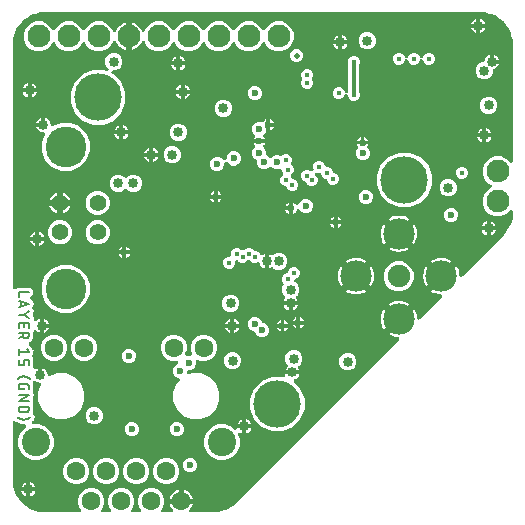
<source format=gbr>
G04 EAGLE Gerber RS-274X export*
G75*
%MOMM*%
%FSLAX34Y34*%
%LPD*%
%INCopper Layer 15*%
%IPPOS*%
%AMOC8*
5,1,8,0,0,1.08239X$1,22.5*%
G01*
%ADD10C,0.177800*%
%ADD11C,1.422400*%
%ADD12C,3.450000*%
%ADD13C,2.400300*%
%ADD14C,1.600000*%
%ADD15C,1.905000*%
%ADD16C,2.667000*%
%ADD17C,1.930400*%
%ADD18C,0.850000*%
%ADD19C,0.600000*%
%ADD20C,4.013200*%
%ADD21C,0.400000*%
%ADD22C,0.403200*%
%ADD23C,0.304800*%
%ADD24C,0.504800*%

G36*
X60171Y3187D02*
X60171Y3187D01*
X60272Y3189D01*
X60344Y3207D01*
X60418Y3216D01*
X60512Y3249D01*
X60610Y3274D01*
X60676Y3308D01*
X60746Y3333D01*
X60830Y3388D01*
X60920Y3434D01*
X60976Y3482D01*
X61039Y3522D01*
X61108Y3594D01*
X61185Y3659D01*
X61229Y3719D01*
X61281Y3773D01*
X61332Y3859D01*
X61392Y3940D01*
X61422Y4008D01*
X61460Y4072D01*
X61490Y4167D01*
X61530Y4260D01*
X61543Y4333D01*
X61566Y4404D01*
X61574Y4504D01*
X61592Y4603D01*
X61588Y4677D01*
X61594Y4751D01*
X61579Y4851D01*
X61574Y4951D01*
X61553Y5022D01*
X61542Y5096D01*
X61505Y5189D01*
X61477Y5286D01*
X61441Y5351D01*
X61414Y5420D01*
X61356Y5502D01*
X61307Y5590D01*
X61242Y5666D01*
X61215Y5706D01*
X61188Y5730D01*
X61149Y5776D01*
X60483Y6441D01*
X58801Y10502D01*
X58801Y14898D01*
X60483Y18959D01*
X63591Y22067D01*
X67652Y23749D01*
X72048Y23749D01*
X76109Y22067D01*
X79217Y18959D01*
X80899Y14898D01*
X80899Y10502D01*
X79217Y6441D01*
X78551Y5776D01*
X78489Y5697D01*
X78419Y5625D01*
X78381Y5561D01*
X78335Y5503D01*
X78292Y5412D01*
X78240Y5326D01*
X78218Y5255D01*
X78186Y5188D01*
X78165Y5090D01*
X78134Y4994D01*
X78128Y4920D01*
X78112Y4847D01*
X78114Y4747D01*
X78106Y4647D01*
X78117Y4573D01*
X78118Y4499D01*
X78143Y4402D01*
X78158Y4302D01*
X78185Y4233D01*
X78203Y4161D01*
X78249Y4072D01*
X78286Y3978D01*
X78329Y3917D01*
X78363Y3851D01*
X78428Y3774D01*
X78485Y3692D01*
X78541Y3642D01*
X78589Y3586D01*
X78670Y3526D01*
X78744Y3459D01*
X78809Y3423D01*
X78869Y3378D01*
X78961Y3339D01*
X79049Y3290D01*
X79121Y3270D01*
X79189Y3240D01*
X79288Y3223D01*
X79385Y3195D01*
X79485Y3187D01*
X79532Y3179D01*
X79568Y3181D01*
X79628Y3176D01*
X85472Y3176D01*
X85571Y3187D01*
X85672Y3189D01*
X85744Y3207D01*
X85818Y3216D01*
X85912Y3249D01*
X86010Y3274D01*
X86076Y3308D01*
X86146Y3333D01*
X86230Y3388D01*
X86320Y3434D01*
X86376Y3482D01*
X86439Y3522D01*
X86508Y3594D01*
X86585Y3659D01*
X86629Y3719D01*
X86681Y3773D01*
X86732Y3859D01*
X86792Y3940D01*
X86822Y4008D01*
X86860Y4072D01*
X86890Y4167D01*
X86930Y4260D01*
X86943Y4333D01*
X86966Y4404D01*
X86974Y4504D01*
X86992Y4603D01*
X86988Y4677D01*
X86994Y4751D01*
X86979Y4851D01*
X86974Y4951D01*
X86953Y5022D01*
X86942Y5096D01*
X86905Y5189D01*
X86877Y5286D01*
X86841Y5351D01*
X86814Y5420D01*
X86756Y5502D01*
X86707Y5590D01*
X86642Y5666D01*
X86615Y5706D01*
X86588Y5730D01*
X86549Y5776D01*
X85883Y6441D01*
X84201Y10502D01*
X84201Y14898D01*
X85883Y18959D01*
X88991Y22067D01*
X93052Y23749D01*
X97448Y23749D01*
X101509Y22067D01*
X104617Y18959D01*
X106299Y14898D01*
X106299Y10502D01*
X104617Y6441D01*
X103951Y5776D01*
X103889Y5697D01*
X103819Y5625D01*
X103781Y5561D01*
X103735Y5503D01*
X103692Y5412D01*
X103640Y5326D01*
X103618Y5255D01*
X103586Y5188D01*
X103565Y5090D01*
X103534Y4994D01*
X103528Y4920D01*
X103512Y4847D01*
X103514Y4747D01*
X103506Y4647D01*
X103517Y4573D01*
X103518Y4499D01*
X103543Y4402D01*
X103558Y4302D01*
X103585Y4233D01*
X103603Y4161D01*
X103649Y4072D01*
X103686Y3978D01*
X103729Y3917D01*
X103763Y3851D01*
X103828Y3774D01*
X103885Y3692D01*
X103941Y3642D01*
X103989Y3586D01*
X104070Y3526D01*
X104144Y3459D01*
X104209Y3423D01*
X104269Y3378D01*
X104361Y3339D01*
X104449Y3290D01*
X104521Y3270D01*
X104589Y3240D01*
X104688Y3223D01*
X104785Y3195D01*
X104885Y3187D01*
X104932Y3179D01*
X104968Y3181D01*
X105028Y3176D01*
X110872Y3176D01*
X110971Y3187D01*
X111072Y3189D01*
X111144Y3207D01*
X111218Y3216D01*
X111312Y3249D01*
X111410Y3274D01*
X111476Y3308D01*
X111546Y3333D01*
X111630Y3388D01*
X111720Y3434D01*
X111776Y3482D01*
X111839Y3522D01*
X111908Y3594D01*
X111985Y3659D01*
X112029Y3719D01*
X112081Y3773D01*
X112132Y3859D01*
X112192Y3940D01*
X112222Y4008D01*
X112260Y4072D01*
X112290Y4167D01*
X112330Y4260D01*
X112343Y4333D01*
X112366Y4404D01*
X112374Y4504D01*
X112392Y4603D01*
X112388Y4677D01*
X112394Y4751D01*
X112379Y4851D01*
X112374Y4951D01*
X112353Y5022D01*
X112342Y5096D01*
X112305Y5189D01*
X112277Y5286D01*
X112241Y5351D01*
X112214Y5420D01*
X112156Y5502D01*
X112107Y5590D01*
X112042Y5666D01*
X112015Y5706D01*
X111988Y5730D01*
X111949Y5776D01*
X111283Y6441D01*
X109601Y10502D01*
X109601Y14898D01*
X111283Y18959D01*
X114391Y22067D01*
X118452Y23749D01*
X122848Y23749D01*
X126909Y22067D01*
X130017Y18959D01*
X131699Y14898D01*
X131699Y10502D01*
X130017Y6441D01*
X129351Y5776D01*
X129289Y5697D01*
X129219Y5625D01*
X129181Y5561D01*
X129135Y5503D01*
X129092Y5412D01*
X129040Y5326D01*
X129018Y5255D01*
X128986Y5188D01*
X128965Y5090D01*
X128934Y4994D01*
X128928Y4920D01*
X128912Y4847D01*
X128914Y4747D01*
X128906Y4647D01*
X128917Y4573D01*
X128918Y4499D01*
X128943Y4402D01*
X128958Y4302D01*
X128985Y4233D01*
X129003Y4161D01*
X129049Y4072D01*
X129086Y3978D01*
X129129Y3917D01*
X129163Y3851D01*
X129228Y3774D01*
X129285Y3692D01*
X129341Y3642D01*
X129389Y3586D01*
X129470Y3526D01*
X129544Y3459D01*
X129609Y3423D01*
X129669Y3378D01*
X129761Y3339D01*
X129849Y3290D01*
X129921Y3270D01*
X129989Y3240D01*
X130088Y3223D01*
X130185Y3195D01*
X130285Y3187D01*
X130332Y3179D01*
X130368Y3181D01*
X130428Y3176D01*
X137754Y3176D01*
X137853Y3187D01*
X137954Y3189D01*
X138026Y3207D01*
X138100Y3216D01*
X138194Y3249D01*
X138292Y3274D01*
X138358Y3308D01*
X138428Y3333D01*
X138512Y3388D01*
X138602Y3434D01*
X138658Y3482D01*
X138721Y3522D01*
X138791Y3594D01*
X138867Y3659D01*
X138911Y3719D01*
X138963Y3773D01*
X139014Y3859D01*
X139074Y3940D01*
X139104Y4008D01*
X139142Y4072D01*
X139172Y4167D01*
X139212Y4260D01*
X139225Y4333D01*
X139248Y4404D01*
X139256Y4504D01*
X139274Y4603D01*
X139270Y4677D01*
X139276Y4751D01*
X139261Y4850D01*
X139256Y4951D01*
X139235Y5022D01*
X139224Y5096D01*
X139187Y5189D01*
X139159Y5286D01*
X139123Y5351D01*
X139096Y5420D01*
X139038Y5502D01*
X138989Y5590D01*
X138924Y5666D01*
X138897Y5706D01*
X138870Y5730D01*
X138831Y5776D01*
X138422Y6185D01*
X137497Y7459D01*
X136782Y8861D01*
X136296Y10358D01*
X136276Y10478D01*
X145351Y10478D01*
X145377Y10481D01*
X145404Y10479D01*
X145550Y10501D01*
X145698Y10518D01*
X145722Y10527D01*
X145748Y10531D01*
X145886Y10586D01*
X146026Y10636D01*
X146048Y10650D01*
X146055Y10653D01*
X146122Y10613D01*
X146147Y10605D01*
X146170Y10593D01*
X146312Y10552D01*
X146454Y10507D01*
X146480Y10505D01*
X146505Y10498D01*
X146749Y10478D01*
X155824Y10478D01*
X155804Y10358D01*
X155318Y8861D01*
X154603Y7459D01*
X153678Y6185D01*
X153269Y5776D01*
X153207Y5698D01*
X153137Y5625D01*
X153099Y5561D01*
X153053Y5503D01*
X153010Y5412D01*
X152958Y5326D01*
X152936Y5255D01*
X152904Y5188D01*
X152883Y5090D01*
X152852Y4994D01*
X152846Y4920D01*
X152830Y4847D01*
X152832Y4747D01*
X152824Y4647D01*
X152835Y4573D01*
X152836Y4499D01*
X152861Y4401D01*
X152876Y4302D01*
X152903Y4233D01*
X152921Y4161D01*
X152967Y4072D01*
X153004Y3978D01*
X153047Y3917D01*
X153081Y3851D01*
X153146Y3775D01*
X153203Y3692D01*
X153259Y3642D01*
X153307Y3586D01*
X153388Y3526D01*
X153462Y3459D01*
X153527Y3423D01*
X153587Y3378D01*
X153679Y3339D01*
X153767Y3290D01*
X153839Y3270D01*
X153907Y3240D01*
X154006Y3223D01*
X154103Y3195D01*
X154203Y3187D01*
X154250Y3179D01*
X154286Y3181D01*
X154346Y3176D01*
X173453Y3176D01*
X173493Y3180D01*
X173563Y3180D01*
X176849Y3416D01*
X176875Y3421D01*
X176903Y3421D01*
X177143Y3467D01*
X183485Y5209D01*
X183556Y5238D01*
X183631Y5257D01*
X183764Y5322D01*
X183808Y5339D01*
X183824Y5351D01*
X183851Y5364D01*
X189526Y8688D01*
X189548Y8705D01*
X189573Y8717D01*
X189768Y8864D01*
X192231Y11052D01*
X192253Y11076D01*
X192295Y11112D01*
X192306Y11123D01*
X192309Y11127D01*
X192314Y11131D01*
X193559Y12392D01*
X193579Y12405D01*
X193611Y12439D01*
X193682Y12500D01*
X330386Y149203D01*
X330448Y149281D01*
X330518Y149354D01*
X330556Y149418D01*
X330602Y149476D01*
X330645Y149567D01*
X330697Y149653D01*
X330719Y149724D01*
X330751Y149791D01*
X330772Y149889D01*
X330803Y149985D01*
X330809Y150059D01*
X330825Y150132D01*
X330823Y150232D01*
X330831Y150332D01*
X330820Y150406D01*
X330819Y150480D01*
X330794Y150577D01*
X330779Y150677D01*
X330752Y150746D01*
X330734Y150818D01*
X330688Y150907D01*
X330651Y151001D01*
X330608Y151062D01*
X330574Y151128D01*
X330509Y151205D01*
X330452Y151287D01*
X330396Y151337D01*
X330348Y151393D01*
X330267Y151453D01*
X330193Y151520D01*
X330128Y151556D01*
X330068Y151600D01*
X329976Y151640D01*
X329888Y151689D01*
X329816Y151709D01*
X329748Y151738D01*
X329649Y151756D01*
X329552Y151784D01*
X329452Y151792D01*
X329405Y151800D01*
X329369Y151798D01*
X329309Y151803D01*
X329195Y151803D01*
X327202Y152066D01*
X325260Y152586D01*
X323403Y153355D01*
X321706Y154335D01*
X331277Y163907D01*
X331293Y163927D01*
X331313Y163944D01*
X331402Y164064D01*
X331494Y164180D01*
X331505Y164203D01*
X331520Y164224D01*
X331579Y164361D01*
X331643Y164495D01*
X331648Y164520D01*
X331658Y164544D01*
X331685Y164690D01*
X331716Y164835D01*
X331715Y164861D01*
X331720Y164887D01*
X331712Y165036D01*
X331710Y165184D01*
X331704Y165209D01*
X331702Y165235D01*
X331661Y165378D01*
X331625Y165522D01*
X331613Y165545D01*
X331606Y165570D01*
X331533Y165700D01*
X331465Y165832D01*
X331448Y165852D01*
X331435Y165874D01*
X331277Y166061D01*
X330199Y167139D01*
X330200Y167140D01*
X331278Y166062D01*
X331299Y166046D01*
X331316Y166026D01*
X331435Y165937D01*
X331551Y165845D01*
X331575Y165834D01*
X331596Y165819D01*
X331732Y165760D01*
X331866Y165696D01*
X331892Y165691D01*
X331916Y165681D01*
X332062Y165654D01*
X332207Y165623D01*
X332233Y165623D01*
X332259Y165619D01*
X332408Y165626D01*
X332555Y165629D01*
X332581Y165635D01*
X332607Y165637D01*
X332750Y165678D01*
X332893Y165714D01*
X332917Y165726D01*
X332942Y165733D01*
X333071Y165806D01*
X333203Y165874D01*
X333223Y165891D01*
X333246Y165903D01*
X333432Y166062D01*
X343004Y175633D01*
X343984Y173936D01*
X344753Y172079D01*
X345273Y170137D01*
X345536Y168144D01*
X345536Y168030D01*
X345547Y167930D01*
X345549Y167830D01*
X345567Y167758D01*
X345576Y167684D01*
X345609Y167590D01*
X345634Y167492D01*
X345668Y167426D01*
X345693Y167356D01*
X345748Y167272D01*
X345794Y167182D01*
X345842Y167126D01*
X345882Y167063D01*
X345954Y166993D01*
X346019Y166917D01*
X346079Y166873D01*
X346133Y166821D01*
X346219Y166769D01*
X346300Y166710D01*
X346368Y166680D01*
X346432Y166642D01*
X346528Y166612D01*
X346620Y166572D01*
X346693Y166559D01*
X346764Y166536D01*
X346864Y166528D01*
X346963Y166510D01*
X347037Y166514D01*
X347111Y166508D01*
X347211Y166523D01*
X347311Y166528D01*
X347382Y166549D01*
X347456Y166560D01*
X347549Y166597D01*
X347646Y166625D01*
X347711Y166661D01*
X347780Y166688D01*
X347862Y166746D01*
X347950Y166795D01*
X348026Y166860D01*
X348066Y166887D01*
X348090Y166914D01*
X348136Y166953D01*
X366447Y185264D01*
X366509Y185342D01*
X366579Y185415D01*
X366617Y185479D01*
X366663Y185537D01*
X366706Y185628D01*
X366758Y185714D01*
X366780Y185785D01*
X366812Y185852D01*
X366833Y185950D01*
X366864Y186046D01*
X366870Y186120D01*
X366886Y186193D01*
X366884Y186293D01*
X366892Y186393D01*
X366881Y186467D01*
X366880Y186541D01*
X366855Y186638D01*
X366840Y186738D01*
X366813Y186807D01*
X366795Y186879D01*
X366749Y186969D01*
X366712Y187062D01*
X366669Y187123D01*
X366635Y187189D01*
X366570Y187266D01*
X366513Y187348D01*
X366458Y187398D01*
X366409Y187454D01*
X366328Y187514D01*
X366254Y187581D01*
X366189Y187617D01*
X366129Y187662D01*
X366037Y187701D01*
X365949Y187750D01*
X365877Y187770D01*
X365809Y187800D01*
X365710Y187817D01*
X365613Y187845D01*
X365513Y187853D01*
X365466Y187861D01*
X365430Y187859D01*
X365370Y187864D01*
X365256Y187864D01*
X363263Y188127D01*
X361321Y188647D01*
X359464Y189416D01*
X357767Y190396D01*
X367338Y199968D01*
X367354Y199988D01*
X367374Y200005D01*
X367463Y200125D01*
X367555Y200241D01*
X367566Y200264D01*
X367581Y200285D01*
X367640Y200422D01*
X367704Y200556D01*
X367709Y200581D01*
X367719Y200605D01*
X367746Y200752D01*
X367777Y200896D01*
X367777Y200922D01*
X367781Y200948D01*
X367774Y201097D01*
X367771Y201245D01*
X367765Y201270D01*
X367763Y201296D01*
X367722Y201438D01*
X367686Y201583D01*
X367674Y201606D01*
X367667Y201631D01*
X367594Y201761D01*
X367526Y201893D01*
X367509Y201913D01*
X367497Y201936D01*
X367338Y202122D01*
X366260Y203200D01*
X366261Y203201D01*
X367339Y202123D01*
X367360Y202107D01*
X367377Y202087D01*
X367496Y201998D01*
X367612Y201906D01*
X367636Y201895D01*
X367657Y201880D01*
X367793Y201821D01*
X367927Y201757D01*
X367953Y201752D01*
X367977Y201742D01*
X368123Y201715D01*
X368268Y201684D01*
X368294Y201685D01*
X368320Y201680D01*
X368469Y201688D01*
X368617Y201690D01*
X368642Y201696D01*
X368668Y201698D01*
X368811Y201739D01*
X368955Y201775D01*
X368978Y201787D01*
X369003Y201794D01*
X369132Y201867D01*
X369264Y201935D01*
X369284Y201952D01*
X369307Y201965D01*
X369493Y202123D01*
X379065Y211694D01*
X380045Y209997D01*
X380814Y208140D01*
X381334Y206198D01*
X381597Y204205D01*
X381597Y204091D01*
X381608Y203992D01*
X381610Y203891D01*
X381628Y203819D01*
X381637Y203745D01*
X381671Y203651D01*
X381695Y203553D01*
X381729Y203487D01*
X381754Y203417D01*
X381809Y203333D01*
X381855Y203243D01*
X381903Y203187D01*
X381943Y203124D01*
X382015Y203054D01*
X382080Y202978D01*
X382140Y202934D01*
X382194Y202882D01*
X382280Y202831D01*
X382361Y202771D01*
X382429Y202741D01*
X382493Y202703D01*
X382589Y202673D01*
X382681Y202633D01*
X382754Y202620D01*
X382825Y202597D01*
X382925Y202589D01*
X383024Y202571D01*
X383098Y202575D01*
X383172Y202569D01*
X383272Y202584D01*
X383372Y202589D01*
X383443Y202610D01*
X383517Y202621D01*
X383610Y202658D01*
X383707Y202686D01*
X383772Y202722D01*
X383841Y202749D01*
X383923Y202807D01*
X384011Y202856D01*
X384087Y202921D01*
X384127Y202948D01*
X384151Y202975D01*
X384197Y203014D01*
X417522Y236340D01*
X417586Y236420D01*
X418891Y237709D01*
X418894Y237712D01*
X418898Y237715D01*
X418909Y237726D01*
X418929Y237752D01*
X418970Y237791D01*
X421158Y240254D01*
X421174Y240276D01*
X421193Y240295D01*
X421334Y240496D01*
X424658Y246171D01*
X424689Y246241D01*
X424696Y246252D01*
X424729Y246307D01*
X424780Y246446D01*
X424799Y246490D01*
X424802Y246509D01*
X424813Y246537D01*
X426555Y252879D01*
X426560Y252906D01*
X426569Y252932D01*
X426606Y253173D01*
X426842Y256459D01*
X426841Y256499D01*
X426846Y256569D01*
X426846Y257887D01*
X426835Y257987D01*
X426833Y258087D01*
X426815Y258160D01*
X426806Y258234D01*
X426773Y258328D01*
X426748Y258425D01*
X426714Y258492D01*
X426689Y258562D01*
X426634Y258646D01*
X426588Y258735D01*
X426540Y258792D01*
X426500Y258854D01*
X426428Y258924D01*
X426363Y259001D01*
X426303Y259045D01*
X426249Y259097D01*
X426163Y259148D01*
X426082Y259208D01*
X426014Y259237D01*
X425950Y259275D01*
X425854Y259306D01*
X425762Y259346D01*
X425689Y259359D01*
X425618Y259382D01*
X425518Y259390D01*
X425419Y259408D01*
X425345Y259404D01*
X425271Y259410D01*
X425171Y259395D01*
X425071Y259390D01*
X425000Y259369D01*
X424926Y259358D01*
X424833Y259321D01*
X424736Y259293D01*
X424671Y259257D01*
X424602Y259229D01*
X424520Y259172D01*
X424432Y259123D01*
X424356Y259058D01*
X424316Y259030D01*
X424292Y259004D01*
X424246Y258964D01*
X421214Y255933D01*
X416546Y253999D01*
X411494Y253999D01*
X406826Y255933D01*
X403253Y259506D01*
X401319Y264174D01*
X401319Y269226D01*
X403253Y273894D01*
X406826Y277467D01*
X408094Y277993D01*
X408182Y278042D01*
X408274Y278082D01*
X408334Y278126D01*
X408399Y278162D01*
X408473Y278230D01*
X408554Y278289D01*
X408602Y278346D01*
X408657Y278396D01*
X408714Y278479D01*
X408779Y278555D01*
X408813Y278622D01*
X408855Y278683D01*
X408892Y278776D01*
X408938Y278866D01*
X408956Y278938D01*
X408983Y279007D01*
X408998Y279106D01*
X409022Y279204D01*
X409023Y279278D01*
X409034Y279352D01*
X409026Y279452D01*
X409027Y279552D01*
X409011Y279625D01*
X409005Y279699D01*
X408974Y279795D01*
X408953Y279893D01*
X408921Y279960D01*
X408898Y280031D01*
X408846Y280117D01*
X408803Y280208D01*
X408757Y280266D01*
X408718Y280329D01*
X408648Y280401D01*
X408586Y280480D01*
X408527Y280526D01*
X408475Y280579D01*
X408391Y280634D01*
X408312Y280696D01*
X408223Y280742D01*
X408182Y280768D01*
X408148Y280780D01*
X408094Y280807D01*
X406826Y281333D01*
X403253Y284906D01*
X401319Y289574D01*
X401319Y294626D01*
X403253Y299294D01*
X406826Y302867D01*
X411494Y304801D01*
X416546Y304801D01*
X421214Y302867D01*
X424246Y299836D01*
X424324Y299773D01*
X424397Y299703D01*
X424461Y299665D01*
X424519Y299619D01*
X424610Y299576D01*
X424696Y299525D01*
X424767Y299502D01*
X424834Y299470D01*
X424932Y299449D01*
X425028Y299418D01*
X425102Y299412D01*
X425175Y299397D01*
X425275Y299398D01*
X425375Y299390D01*
X425449Y299401D01*
X425523Y299403D01*
X425620Y299427D01*
X425720Y299442D01*
X425789Y299470D01*
X425861Y299488D01*
X425950Y299534D01*
X426044Y299571D01*
X426105Y299613D01*
X426171Y299647D01*
X426247Y299712D01*
X426330Y299770D01*
X426380Y299825D01*
X426436Y299873D01*
X426496Y299954D01*
X426563Y300028D01*
X426599Y300094D01*
X426644Y300153D01*
X426683Y300246D01*
X426732Y300334D01*
X426752Y300405D01*
X426782Y300473D01*
X426799Y300572D01*
X426827Y300669D01*
X426835Y300769D01*
X426843Y300816D01*
X426841Y300852D01*
X426846Y300913D01*
X426846Y400050D01*
X426841Y400092D01*
X426842Y400169D01*
X426530Y404123D01*
X426519Y404179D01*
X426517Y404236D01*
X426467Y404447D01*
X426464Y404465D01*
X426462Y404469D01*
X426461Y404474D01*
X424017Y411994D01*
X423969Y412101D01*
X423928Y412210D01*
X423889Y412274D01*
X423872Y412311D01*
X423845Y412347D01*
X423801Y412419D01*
X419153Y418816D01*
X419074Y418902D01*
X419002Y418994D01*
X418945Y419042D01*
X418917Y419073D01*
X418881Y419098D01*
X418816Y419153D01*
X412419Y423801D01*
X412317Y423858D01*
X412220Y423923D01*
X412152Y423952D01*
X412116Y423972D01*
X412073Y423985D01*
X411994Y424017D01*
X404474Y426461D01*
X404418Y426472D01*
X404365Y426492D01*
X404151Y426526D01*
X404133Y426530D01*
X404129Y426530D01*
X404123Y426530D01*
X400170Y426842D01*
X400127Y426840D01*
X400050Y426846D01*
X29972Y426846D01*
X29930Y426841D01*
X29853Y426842D01*
X25899Y426530D01*
X25843Y426519D01*
X25786Y426517D01*
X25575Y426467D01*
X25557Y426464D01*
X25553Y426462D01*
X25548Y426461D01*
X18028Y424017D01*
X17921Y423969D01*
X17812Y423928D01*
X17748Y423889D01*
X17711Y423872D01*
X17675Y423845D01*
X17603Y423801D01*
X11206Y419153D01*
X11120Y419074D01*
X11028Y419002D01*
X10980Y418945D01*
X10949Y418917D01*
X10924Y418881D01*
X10869Y418816D01*
X6221Y412419D01*
X6164Y412317D01*
X6099Y412220D01*
X6070Y412152D01*
X6050Y412116D01*
X6037Y412073D01*
X6005Y411994D01*
X3561Y404474D01*
X3550Y404418D01*
X3530Y404365D01*
X3496Y404151D01*
X3492Y404133D01*
X3492Y404129D01*
X3492Y404123D01*
X3180Y400170D01*
X3182Y400127D01*
X3176Y400050D01*
X3176Y193524D01*
X3187Y193424D01*
X3189Y193324D01*
X3207Y193252D01*
X3216Y193178D01*
X3249Y193083D01*
X3274Y192986D01*
X3308Y192920D01*
X3333Y192850D01*
X3388Y192765D01*
X3434Y192676D01*
X3482Y192619D01*
X3522Y192557D01*
X3594Y192487D01*
X3659Y192411D01*
X3719Y192366D01*
X3773Y192315D01*
X3859Y192263D01*
X3940Y192203D01*
X4008Y192174D01*
X4072Y192136D01*
X4168Y192105D01*
X4260Y192065D01*
X4333Y192052D01*
X4404Y192030D01*
X4504Y192022D01*
X4603Y192004D01*
X4677Y192008D01*
X4751Y192002D01*
X4851Y192017D01*
X4951Y192022D01*
X5022Y192042D01*
X5096Y192053D01*
X5189Y192090D01*
X5286Y192118D01*
X5351Y192155D01*
X5420Y192182D01*
X5502Y192239D01*
X5590Y192288D01*
X5666Y192354D01*
X5706Y192381D01*
X5730Y192407D01*
X5776Y192447D01*
X6878Y193549D01*
X18522Y193549D01*
X20829Y191242D01*
X20829Y187980D01*
X18484Y185635D01*
X18465Y185611D01*
X18442Y185592D01*
X18357Y185475D01*
X18267Y185362D01*
X18254Y185335D01*
X18237Y185310D01*
X18180Y185178D01*
X18118Y185047D01*
X18112Y185018D01*
X18100Y184990D01*
X18075Y184847D01*
X18045Y184706D01*
X18045Y184676D01*
X18040Y184646D01*
X18048Y184502D01*
X18051Y184358D01*
X18058Y184329D01*
X18060Y184299D01*
X18101Y184160D01*
X18136Y184020D01*
X18150Y183993D01*
X18158Y183964D01*
X18229Y183838D01*
X18295Y183710D01*
X18315Y183687D01*
X18330Y183661D01*
X18428Y183555D01*
X18521Y183445D01*
X18546Y183427D01*
X18566Y183405D01*
X18685Y183323D01*
X18802Y183237D01*
X18829Y183225D01*
X18854Y183209D01*
X19079Y183113D01*
X19717Y182900D01*
X19789Y182789D01*
X19803Y182776D01*
X19813Y182761D01*
X19928Y182656D01*
X20041Y182548D01*
X20057Y182538D01*
X20071Y182526D01*
X20103Y182506D01*
X20504Y181305D01*
X20520Y181270D01*
X20587Y181105D01*
X21158Y179963D01*
X21131Y179832D01*
X21131Y179814D01*
X21128Y179795D01*
X21135Y179640D01*
X21138Y179484D01*
X21143Y179466D01*
X21144Y179447D01*
X21153Y179410D01*
X20587Y178278D01*
X20573Y178242D01*
X20504Y178078D01*
X20062Y176753D01*
X20048Y176687D01*
X20026Y176625D01*
X20013Y176518D01*
X19991Y176412D01*
X19992Y176345D01*
X19984Y176279D01*
X19996Y176171D01*
X19998Y176064D01*
X20015Y175999D01*
X20022Y175932D01*
X20058Y175830D01*
X20085Y175726D01*
X20116Y175667D01*
X20138Y175603D01*
X20228Y175452D01*
X20246Y175417D01*
X20254Y175408D01*
X20263Y175393D01*
X21049Y174280D01*
X20450Y170806D01*
X20442Y170670D01*
X20428Y170532D01*
X20432Y170487D01*
X20430Y170458D01*
X20439Y170409D01*
X20450Y170289D01*
X21075Y166661D01*
X21116Y166523D01*
X21151Y166382D01*
X21165Y166356D01*
X21173Y166327D01*
X21244Y166201D01*
X21311Y166072D01*
X21330Y166050D01*
X21345Y166024D01*
X21443Y165917D01*
X21537Y165807D01*
X21561Y165789D01*
X21581Y165767D01*
X21701Y165686D01*
X21817Y165600D01*
X21844Y165588D01*
X21869Y165571D01*
X22004Y165519D01*
X22137Y165462D01*
X22166Y165456D01*
X22194Y165446D01*
X22337Y165426D01*
X22480Y165400D01*
X22510Y165402D01*
X22539Y165397D01*
X22684Y165411D01*
X22828Y165418D01*
X22857Y165426D01*
X22886Y165429D01*
X23024Y165474D01*
X23163Y165515D01*
X23189Y165529D01*
X23217Y165538D01*
X23341Y165614D01*
X23467Y165685D01*
X23495Y165708D01*
X23515Y165720D01*
X23550Y165755D01*
X23653Y165843D01*
X23955Y166145D01*
X24979Y166829D01*
X26117Y167301D01*
X26417Y167360D01*
X26417Y161290D01*
X26417Y155220D01*
X26117Y155279D01*
X24979Y155751D01*
X23955Y156435D01*
X23429Y156961D01*
X23351Y157023D01*
X23278Y157093D01*
X23214Y157131D01*
X23156Y157178D01*
X23065Y157221D01*
X22979Y157272D01*
X22908Y157295D01*
X22841Y157327D01*
X22743Y157348D01*
X22647Y157378D01*
X22573Y157384D01*
X22500Y157400D01*
X22400Y157398D01*
X22300Y157406D01*
X22226Y157395D01*
X22152Y157394D01*
X22055Y157370D01*
X21955Y157355D01*
X21886Y157327D01*
X21814Y157309D01*
X21725Y157263D01*
X21631Y157226D01*
X21570Y157184D01*
X21504Y157149D01*
X21427Y157084D01*
X21345Y157027D01*
X21295Y156972D01*
X21239Y156924D01*
X21179Y156843D01*
X21112Y156768D01*
X21076Y156703D01*
X21031Y156643D01*
X20992Y156551D01*
X20943Y156463D01*
X20923Y156392D01*
X20893Y156323D01*
X20876Y156224D01*
X20848Y156128D01*
X20840Y156028D01*
X20832Y155980D01*
X20834Y155944D01*
X20829Y155884D01*
X20829Y151044D01*
X18435Y147750D01*
X17848Y147559D01*
X17734Y147507D01*
X17616Y147462D01*
X17575Y147434D01*
X17531Y147414D01*
X17432Y147337D01*
X17327Y147267D01*
X17294Y147231D01*
X17255Y147201D01*
X17176Y147104D01*
X17090Y147011D01*
X17066Y146969D01*
X17035Y146931D01*
X16980Y146818D01*
X16918Y146708D01*
X16904Y146661D01*
X16882Y146618D01*
X16854Y146495D01*
X16818Y146374D01*
X16816Y146325D01*
X16805Y146278D01*
X16805Y146152D01*
X16798Y146026D01*
X16806Y145978D01*
X16806Y145929D01*
X16835Y145807D01*
X16857Y145683D01*
X16876Y145638D01*
X16887Y145590D01*
X16943Y145478D01*
X16992Y145362D01*
X17027Y145311D01*
X17043Y145279D01*
X17073Y145242D01*
X17129Y145159D01*
X19777Y141849D01*
X19813Y141814D01*
X19889Y141724D01*
X20866Y140747D01*
X20869Y140723D01*
X20883Y140683D01*
X20890Y140641D01*
X20942Y140519D01*
X20986Y140395D01*
X20990Y140388D01*
X20838Y139019D01*
X20838Y138969D01*
X20829Y138851D01*
X20829Y137470D01*
X20813Y137451D01*
X20795Y137412D01*
X20771Y137378D01*
X20721Y137255D01*
X20664Y137135D01*
X20663Y137128D01*
X20329Y136861D01*
X20251Y136782D01*
X20167Y136711D01*
X20129Y136659D01*
X20083Y136613D01*
X20025Y136519D01*
X19960Y136431D01*
X19934Y136372D01*
X19901Y136317D01*
X19865Y136212D01*
X19822Y136111D01*
X19810Y136047D01*
X19790Y135986D01*
X19780Y135876D01*
X19760Y135768D01*
X19763Y135703D01*
X19757Y135639D01*
X19772Y135530D01*
X19778Y135420D01*
X19796Y135358D01*
X19805Y135294D01*
X19844Y135191D01*
X19875Y135085D01*
X19906Y135029D01*
X19929Y134968D01*
X19991Y134877D01*
X20045Y134781D01*
X20099Y134716D01*
X20124Y134680D01*
X20154Y134652D01*
X20203Y134594D01*
X20829Y133969D01*
X20829Y125844D01*
X20843Y125720D01*
X20849Y125595D01*
X20863Y125547D01*
X20869Y125498D01*
X20911Y125380D01*
X20945Y125260D01*
X20969Y125217D01*
X20986Y125170D01*
X21054Y125065D01*
X21115Y124955D01*
X21148Y124919D01*
X21175Y124877D01*
X21265Y124790D01*
X21350Y124697D01*
X21390Y124669D01*
X21426Y124635D01*
X21533Y124571D01*
X21637Y124500D01*
X21683Y124482D01*
X21725Y124456D01*
X21844Y124418D01*
X21961Y124372D01*
X22010Y124365D01*
X22057Y124350D01*
X22182Y124340D01*
X22306Y124322D01*
X22355Y124326D01*
X22404Y124322D01*
X22528Y124341D01*
X22653Y124351D01*
X22700Y124366D01*
X22749Y124374D01*
X22865Y124420D01*
X22985Y124459D01*
X23039Y124489D01*
X23073Y124503D01*
X23112Y124530D01*
X23198Y124578D01*
X23709Y124919D01*
X24847Y125391D01*
X25147Y125450D01*
X25147Y119380D01*
X25150Y119354D01*
X25147Y119328D01*
X25169Y119181D01*
X25186Y119034D01*
X25195Y119009D01*
X25199Y118983D01*
X25254Y118846D01*
X25304Y118706D01*
X25318Y118684D01*
X25328Y118660D01*
X25412Y118538D01*
X25493Y118413D01*
X25512Y118395D01*
X25527Y118373D01*
X25637Y118274D01*
X25744Y118171D01*
X25766Y118158D01*
X25786Y118140D01*
X25916Y118068D01*
X26043Y117992D01*
X26068Y117984D01*
X26091Y117971D01*
X26234Y117931D01*
X26375Y117886D01*
X26401Y117884D01*
X26426Y117877D01*
X26670Y117857D01*
X26696Y117860D01*
X26722Y117858D01*
X26869Y117880D01*
X27016Y117897D01*
X27041Y117906D01*
X27067Y117910D01*
X27205Y117964D01*
X27344Y118014D01*
X27367Y118029D01*
X27391Y118038D01*
X27512Y118123D01*
X27637Y118203D01*
X27656Y118222D01*
X27677Y118237D01*
X27776Y118347D01*
X27879Y118454D01*
X27893Y118477D01*
X27910Y118496D01*
X27982Y118626D01*
X28058Y118753D01*
X28066Y118778D01*
X28079Y118801D01*
X28119Y118944D01*
X28165Y119085D01*
X28167Y119111D01*
X28174Y119137D01*
X28193Y119380D01*
X28193Y125450D01*
X28493Y125391D01*
X29074Y125150D01*
X29631Y124919D01*
X30655Y124235D01*
X31525Y123365D01*
X32209Y122341D01*
X32681Y121203D01*
X32922Y119991D01*
X32938Y119850D01*
X32950Y119700D01*
X32958Y119677D01*
X32961Y119653D01*
X33011Y119512D01*
X33057Y119369D01*
X33070Y119348D01*
X33078Y119325D01*
X33160Y119199D01*
X33237Y119070D01*
X33254Y119053D01*
X33267Y119032D01*
X33376Y118927D01*
X33480Y118820D01*
X33500Y118807D01*
X33518Y118790D01*
X33647Y118713D01*
X33773Y118632D01*
X33796Y118624D01*
X33817Y118611D01*
X33960Y118566D01*
X34102Y118515D01*
X34126Y118512D01*
X34149Y118505D01*
X34298Y118493D01*
X34448Y118476D01*
X34472Y118479D01*
X34496Y118477D01*
X34645Y118499D01*
X34794Y118517D01*
X34822Y118526D01*
X34841Y118529D01*
X34885Y118546D01*
X35027Y118592D01*
X40610Y120905D01*
X48290Y120905D01*
X55385Y117966D01*
X60816Y112535D01*
X63755Y105440D01*
X63755Y97760D01*
X60816Y90665D01*
X55385Y85234D01*
X48290Y82295D01*
X40610Y82295D01*
X33515Y85234D01*
X28084Y90665D01*
X25145Y97760D01*
X25145Y105440D01*
X27458Y111023D01*
X27499Y111168D01*
X27545Y111311D01*
X27547Y111335D01*
X27554Y111358D01*
X27561Y111509D01*
X27573Y111658D01*
X27569Y111682D01*
X27571Y111706D01*
X27544Y111854D01*
X27521Y112003D01*
X27512Y112025D01*
X27508Y112049D01*
X27448Y112187D01*
X27393Y112327D01*
X27379Y112347D01*
X27369Y112369D01*
X27279Y112490D01*
X27194Y112613D01*
X27176Y112629D01*
X27161Y112649D01*
X27046Y112746D01*
X26935Y112846D01*
X26914Y112858D01*
X26895Y112874D01*
X26762Y112942D01*
X26630Y113015D01*
X26606Y113021D01*
X26585Y113032D01*
X26439Y113069D01*
X26294Y113110D01*
X26265Y113112D01*
X26247Y113117D01*
X26200Y113117D01*
X26057Y113129D01*
X24847Y113369D01*
X23709Y113841D01*
X22913Y114373D01*
X22808Y114427D01*
X22707Y114488D01*
X22653Y114506D01*
X22603Y114532D01*
X22488Y114561D01*
X22376Y114598D01*
X22320Y114603D01*
X22265Y114617D01*
X22147Y114618D01*
X22029Y114629D01*
X21973Y114621D01*
X21916Y114622D01*
X21801Y114597D01*
X21684Y114581D01*
X21631Y114560D01*
X21576Y114548D01*
X21469Y114498D01*
X21359Y114455D01*
X21312Y114423D01*
X21261Y114399D01*
X21168Y114325D01*
X21071Y114259D01*
X21020Y114207D01*
X20988Y114182D01*
X20960Y114146D01*
X20899Y114085D01*
X20808Y113976D01*
X20734Y113864D01*
X20655Y113756D01*
X20638Y113719D01*
X20616Y113685D01*
X20570Y113559D01*
X20517Y113436D01*
X20509Y113396D01*
X20495Y113358D01*
X20479Y113225D01*
X20455Y113093D01*
X20457Y113053D01*
X20452Y113012D01*
X20466Y112879D01*
X20473Y112745D01*
X20484Y112706D01*
X20489Y112665D01*
X20532Y112539D01*
X20569Y112410D01*
X20589Y112375D01*
X20603Y112336D01*
X20674Y112223D01*
X20740Y112106D01*
X20773Y112068D01*
X20789Y112041D01*
X20825Y112007D01*
X20829Y112002D01*
X20829Y111550D01*
X20829Y110359D01*
X20829Y108098D01*
X20829Y108096D01*
X20829Y105892D01*
X20772Y105820D01*
X20761Y105796D01*
X20745Y105775D01*
X20686Y105639D01*
X20623Y105505D01*
X20617Y105479D01*
X20607Y105455D01*
X20581Y105309D01*
X20550Y105164D01*
X20550Y105138D01*
X20545Y105112D01*
X20553Y104964D01*
X20555Y104816D01*
X20562Y104790D01*
X20563Y104764D01*
X20604Y104622D01*
X20640Y104478D01*
X20652Y104455D01*
X20660Y104429D01*
X20732Y104300D01*
X20800Y104168D01*
X20817Y104148D01*
X20829Y104127D01*
X20829Y103883D01*
X20839Y103794D01*
X20839Y103705D01*
X20859Y103621D01*
X20869Y103536D01*
X20899Y103452D01*
X20919Y103365D01*
X20969Y103255D01*
X20986Y103208D01*
X21001Y103184D01*
X21020Y103143D01*
X21125Y102954D01*
X20887Y102121D01*
X20873Y102033D01*
X20848Y101946D01*
X20839Y101826D01*
X20831Y101777D01*
X20832Y101749D01*
X20829Y101703D01*
X20829Y100582D01*
X20827Y100578D01*
X20801Y100432D01*
X20770Y100288D01*
X20770Y100261D01*
X20765Y100235D01*
X20773Y100087D01*
X20776Y99939D01*
X20782Y99914D01*
X20783Y99887D01*
X20824Y99745D01*
X20829Y99728D01*
X20829Y96138D01*
X20772Y96067D01*
X20761Y96043D01*
X20745Y96022D01*
X20686Y95885D01*
X20623Y95751D01*
X20617Y95726D01*
X20607Y95702D01*
X20581Y95555D01*
X20550Y95411D01*
X20550Y95385D01*
X20545Y95359D01*
X20553Y95211D01*
X20555Y95062D01*
X20562Y95037D01*
X20563Y95011D01*
X20604Y94868D01*
X20640Y94724D01*
X20652Y94701D01*
X20660Y94676D01*
X20732Y94546D01*
X20800Y94414D01*
X20817Y94394D01*
X20829Y94374D01*
X20829Y88701D01*
X20819Y88689D01*
X20811Y88671D01*
X20794Y88646D01*
X20531Y88191D01*
X20488Y88091D01*
X20436Y87995D01*
X20419Y87932D01*
X20393Y87872D01*
X20373Y87765D01*
X20345Y87659D01*
X20342Y87593D01*
X20330Y87529D01*
X20336Y87420D01*
X20332Y87311D01*
X20344Y87246D01*
X20348Y87181D01*
X20378Y87076D01*
X20399Y86969D01*
X20426Y86909D01*
X20444Y86846D01*
X20497Y86750D01*
X20541Y86651D01*
X20591Y86580D01*
X20613Y86541D01*
X20641Y86511D01*
X20683Y86451D01*
X21888Y85014D01*
X21602Y81764D01*
X20352Y80716D01*
X20068Y80479D01*
X19953Y80357D01*
X19837Y80238D01*
X19834Y80231D01*
X19828Y80226D01*
X19743Y80080D01*
X19658Y79939D01*
X19656Y79932D01*
X19653Y79925D01*
X19603Y79765D01*
X19552Y79607D01*
X19552Y79599D01*
X19549Y79592D01*
X19538Y79425D01*
X19524Y79259D01*
X19525Y79252D01*
X19525Y79245D01*
X19551Y79080D01*
X19576Y78915D01*
X19579Y78908D01*
X19580Y78900D01*
X19643Y78745D01*
X19705Y78591D01*
X19709Y78585D01*
X19712Y78578D01*
X19811Y78438D01*
X19904Y78305D01*
X19909Y78300D01*
X19913Y78294D01*
X20039Y78182D01*
X20162Y78071D01*
X20169Y78068D01*
X20174Y78063D01*
X20320Y77984D01*
X20467Y77903D01*
X20475Y77901D01*
X20481Y77897D01*
X20641Y77854D01*
X20803Y77808D01*
X20812Y77807D01*
X20817Y77806D01*
X20842Y77805D01*
X21047Y77788D01*
X25854Y77788D01*
X31385Y75497D01*
X35619Y71263D01*
X37910Y65732D01*
X37910Y59744D01*
X35619Y54213D01*
X31385Y49979D01*
X25854Y47688D01*
X19866Y47688D01*
X14335Y49979D01*
X10101Y54213D01*
X7810Y59744D01*
X7810Y65732D01*
X10101Y71263D01*
X14171Y75334D01*
X14234Y75412D01*
X14304Y75485D01*
X14342Y75549D01*
X14388Y75607D01*
X14431Y75697D01*
X14483Y75784D01*
X14505Y75854D01*
X14537Y75922D01*
X14558Y76020D01*
X14589Y76116D01*
X14595Y76190D01*
X14610Y76262D01*
X14609Y76363D01*
X14617Y76463D01*
X14606Y76537D01*
X14604Y76611D01*
X14580Y76708D01*
X14565Y76808D01*
X14538Y76877D01*
X14519Y76949D01*
X14473Y77038D01*
X14436Y77132D01*
X14394Y77193D01*
X14360Y77259D01*
X14295Y77335D01*
X14237Y77418D01*
X14182Y77467D01*
X14134Y77524D01*
X14053Y77584D01*
X13979Y77651D01*
X13913Y77687D01*
X13854Y77731D01*
X13761Y77771D01*
X13674Y77820D01*
X13602Y77840D01*
X13534Y77869D01*
X13435Y77887D01*
X13338Y77914D01*
X13238Y77922D01*
X13191Y77931D01*
X13155Y77929D01*
X13094Y77934D01*
X10601Y77934D01*
X6657Y79368D01*
X5677Y80189D01*
X5649Y80208D01*
X5625Y80231D01*
X5504Y80304D01*
X5386Y80381D01*
X5355Y80393D01*
X5326Y80410D01*
X5192Y80453D01*
X5060Y80502D01*
X5026Y80506D01*
X4994Y80516D01*
X4854Y80527D01*
X4714Y80545D01*
X4680Y80541D01*
X4647Y80544D01*
X4507Y80523D01*
X4367Y80508D01*
X4335Y80497D01*
X4302Y80492D01*
X4171Y80440D01*
X4038Y80394D01*
X4009Y80376D01*
X3978Y80364D01*
X3863Y80283D01*
X3743Y80208D01*
X3720Y80184D01*
X3692Y80165D01*
X3598Y80060D01*
X3499Y79960D01*
X3481Y79931D01*
X3459Y79906D01*
X3390Y79782D01*
X3317Y79662D01*
X3306Y79630D01*
X3290Y79601D01*
X3252Y79465D01*
X3208Y79331D01*
X3204Y79298D01*
X3195Y79266D01*
X3176Y79022D01*
X3176Y29972D01*
X3181Y29930D01*
X3180Y29853D01*
X3492Y25899D01*
X3503Y25843D01*
X3505Y25786D01*
X3533Y25666D01*
X3539Y25628D01*
X3548Y25606D01*
X3555Y25575D01*
X3558Y25557D01*
X3560Y25553D01*
X3561Y25548D01*
X6005Y18028D01*
X6053Y17921D01*
X6094Y17812D01*
X6133Y17748D01*
X6150Y17711D01*
X6177Y17675D01*
X6221Y17603D01*
X10869Y11206D01*
X10948Y11120D01*
X11020Y11028D01*
X11077Y10980D01*
X11105Y10949D01*
X11141Y10924D01*
X11206Y10869D01*
X17603Y6221D01*
X17705Y6164D01*
X17802Y6099D01*
X17870Y6070D01*
X17906Y6050D01*
X17949Y6037D01*
X18028Y6005D01*
X25548Y3561D01*
X25604Y3550D01*
X25657Y3530D01*
X25871Y3496D01*
X25889Y3492D01*
X25893Y3492D01*
X25899Y3492D01*
X29852Y3180D01*
X29895Y3182D01*
X29972Y3176D01*
X60072Y3176D01*
X60171Y3187D01*
G37*
%LPC*%
G36*
X124474Y393699D02*
X124474Y393699D01*
X119806Y395633D01*
X116233Y399206D01*
X115156Y401804D01*
X115137Y401840D01*
X115123Y401878D01*
X115052Y401992D01*
X114987Y402109D01*
X114960Y402139D01*
X114938Y402174D01*
X114843Y402268D01*
X114753Y402367D01*
X114719Y402390D01*
X114691Y402419D01*
X114577Y402489D01*
X114466Y402565D01*
X114428Y402580D01*
X114394Y402602D01*
X114267Y402644D01*
X114142Y402693D01*
X114102Y402699D01*
X114063Y402712D01*
X113930Y402724D01*
X113797Y402744D01*
X113757Y402741D01*
X113716Y402744D01*
X113584Y402726D01*
X113450Y402715D01*
X113411Y402702D01*
X113371Y402697D01*
X113246Y402649D01*
X113118Y402608D01*
X113083Y402587D01*
X113045Y402572D01*
X112935Y402497D01*
X112820Y402428D01*
X112790Y402400D01*
X112757Y402377D01*
X112666Y402279D01*
X112570Y402185D01*
X112548Y402151D01*
X112520Y402121D01*
X112392Y401913D01*
X111566Y400293D01*
X110488Y398809D01*
X109191Y397512D01*
X107707Y396434D01*
X106073Y395601D01*
X104329Y395034D01*
X104139Y395004D01*
X104139Y405384D01*
X104136Y405410D01*
X104138Y405436D01*
X104116Y405583D01*
X104099Y405730D01*
X104091Y405755D01*
X104087Y405781D01*
X104032Y405918D01*
X103982Y406058D01*
X103968Y406080D01*
X103958Y406105D01*
X103873Y406226D01*
X103793Y406351D01*
X103774Y406369D01*
X103759Y406391D01*
X103743Y406405D01*
X103825Y406490D01*
X103839Y406513D01*
X103856Y406532D01*
X103928Y406662D01*
X104004Y406789D01*
X104012Y406814D01*
X104025Y406837D01*
X104065Y406980D01*
X104110Y407121D01*
X104112Y407147D01*
X104120Y407172D01*
X104139Y407416D01*
X104139Y417796D01*
X104329Y417766D01*
X106073Y417199D01*
X107707Y416366D01*
X109191Y415288D01*
X110488Y413991D01*
X111566Y412507D01*
X112392Y410887D01*
X112414Y410853D01*
X112431Y410816D01*
X112511Y410708D01*
X112585Y410597D01*
X112614Y410569D01*
X112639Y410536D01*
X112741Y410450D01*
X112838Y410358D01*
X112873Y410337D01*
X112905Y410311D01*
X113024Y410250D01*
X113140Y410183D01*
X113179Y410171D01*
X113215Y410152D01*
X113344Y410120D01*
X113473Y410081D01*
X113514Y410078D01*
X113553Y410068D01*
X113687Y410066D01*
X113821Y410057D01*
X113861Y410064D01*
X113901Y410063D01*
X114033Y410092D01*
X114165Y410113D01*
X114202Y410129D01*
X114242Y410137D01*
X114363Y410195D01*
X114487Y410246D01*
X114520Y410269D01*
X114557Y410287D01*
X114661Y410371D01*
X114770Y410448D01*
X114797Y410479D01*
X114829Y410504D01*
X114912Y410610D01*
X115001Y410710D01*
X115020Y410746D01*
X115045Y410778D01*
X115156Y410996D01*
X116233Y413594D01*
X119806Y417167D01*
X124474Y419101D01*
X129526Y419101D01*
X134194Y417167D01*
X137767Y413594D01*
X138293Y412326D01*
X138329Y412261D01*
X138349Y412209D01*
X138362Y412191D01*
X138381Y412146D01*
X138426Y412086D01*
X138462Y412021D01*
X138530Y411946D01*
X138589Y411866D01*
X138646Y411818D01*
X138696Y411763D01*
X138779Y411706D01*
X138855Y411641D01*
X138922Y411607D01*
X138983Y411565D01*
X139076Y411528D01*
X139166Y411482D01*
X139238Y411464D01*
X139307Y411437D01*
X139406Y411422D01*
X139504Y411398D01*
X139578Y411397D01*
X139652Y411386D01*
X139752Y411394D01*
X139852Y411393D01*
X139925Y411409D01*
X139999Y411415D01*
X140095Y411446D01*
X140193Y411467D01*
X140260Y411499D01*
X140331Y411522D01*
X140417Y411574D01*
X140508Y411617D01*
X140566Y411663D01*
X140629Y411702D01*
X140701Y411772D01*
X140780Y411834D01*
X140826Y411893D01*
X140879Y411945D01*
X140916Y412001D01*
X140918Y412004D01*
X140929Y412022D01*
X140934Y412029D01*
X140996Y412108D01*
X141042Y412197D01*
X141068Y412238D01*
X141080Y412271D01*
X141087Y412287D01*
X141097Y412303D01*
X141099Y412310D01*
X141107Y412326D01*
X141633Y413594D01*
X145206Y417167D01*
X149874Y419101D01*
X154926Y419101D01*
X159594Y417167D01*
X163167Y413594D01*
X163693Y412326D01*
X163729Y412261D01*
X163749Y412209D01*
X163762Y412191D01*
X163781Y412146D01*
X163826Y412086D01*
X163862Y412021D01*
X163930Y411946D01*
X163989Y411866D01*
X164046Y411818D01*
X164096Y411763D01*
X164179Y411706D01*
X164255Y411641D01*
X164322Y411607D01*
X164383Y411565D01*
X164476Y411528D01*
X164566Y411482D01*
X164638Y411464D01*
X164707Y411437D01*
X164806Y411422D01*
X164904Y411398D01*
X164978Y411397D01*
X165052Y411386D01*
X165152Y411394D01*
X165252Y411393D01*
X165325Y411409D01*
X165399Y411415D01*
X165495Y411446D01*
X165593Y411467D01*
X165660Y411499D01*
X165731Y411522D01*
X165817Y411574D01*
X165908Y411617D01*
X165966Y411663D01*
X166029Y411702D01*
X166101Y411772D01*
X166180Y411834D01*
X166226Y411893D01*
X166279Y411945D01*
X166316Y412001D01*
X166318Y412004D01*
X166329Y412022D01*
X166334Y412029D01*
X166396Y412108D01*
X166442Y412197D01*
X166468Y412238D01*
X166480Y412271D01*
X166487Y412287D01*
X166497Y412303D01*
X166499Y412310D01*
X166507Y412326D01*
X167033Y413594D01*
X170606Y417167D01*
X175274Y419101D01*
X180326Y419101D01*
X184994Y417167D01*
X188567Y413594D01*
X189093Y412326D01*
X189129Y412261D01*
X189149Y412209D01*
X189162Y412191D01*
X189181Y412146D01*
X189226Y412086D01*
X189262Y412021D01*
X189330Y411946D01*
X189389Y411866D01*
X189446Y411818D01*
X189496Y411763D01*
X189579Y411706D01*
X189655Y411641D01*
X189722Y411607D01*
X189783Y411565D01*
X189876Y411528D01*
X189966Y411482D01*
X190038Y411464D01*
X190107Y411437D01*
X190206Y411422D01*
X190304Y411398D01*
X190378Y411397D01*
X190452Y411386D01*
X190552Y411394D01*
X190652Y411393D01*
X190725Y411409D01*
X190799Y411415D01*
X190895Y411446D01*
X190993Y411467D01*
X191060Y411499D01*
X191131Y411522D01*
X191217Y411574D01*
X191308Y411617D01*
X191366Y411663D01*
X191429Y411702D01*
X191501Y411772D01*
X191580Y411834D01*
X191626Y411893D01*
X191679Y411945D01*
X191716Y412001D01*
X191718Y412004D01*
X191729Y412022D01*
X191734Y412029D01*
X191796Y412108D01*
X191842Y412197D01*
X191868Y412238D01*
X191880Y412271D01*
X191887Y412287D01*
X191897Y412303D01*
X191899Y412310D01*
X191907Y412326D01*
X192433Y413594D01*
X196006Y417167D01*
X200674Y419101D01*
X205726Y419101D01*
X210394Y417167D01*
X213967Y413594D01*
X214493Y412326D01*
X214529Y412261D01*
X214549Y412209D01*
X214562Y412191D01*
X214581Y412146D01*
X214626Y412086D01*
X214662Y412021D01*
X214730Y411946D01*
X214789Y411866D01*
X214846Y411818D01*
X214896Y411763D01*
X214979Y411706D01*
X215055Y411641D01*
X215122Y411607D01*
X215183Y411565D01*
X215276Y411528D01*
X215366Y411482D01*
X215438Y411464D01*
X215507Y411437D01*
X215606Y411422D01*
X215704Y411398D01*
X215778Y411397D01*
X215852Y411386D01*
X215952Y411394D01*
X216052Y411393D01*
X216125Y411409D01*
X216199Y411415D01*
X216295Y411446D01*
X216393Y411467D01*
X216460Y411499D01*
X216531Y411522D01*
X216617Y411574D01*
X216708Y411617D01*
X216766Y411663D01*
X216829Y411702D01*
X216901Y411772D01*
X216980Y411834D01*
X217026Y411893D01*
X217079Y411945D01*
X217116Y412001D01*
X217118Y412004D01*
X217129Y412022D01*
X217134Y412029D01*
X217196Y412108D01*
X217242Y412197D01*
X217268Y412238D01*
X217280Y412271D01*
X217287Y412287D01*
X217297Y412303D01*
X217299Y412310D01*
X217307Y412326D01*
X217833Y413594D01*
X221406Y417167D01*
X226074Y419101D01*
X231126Y419101D01*
X235794Y417167D01*
X239367Y413594D01*
X241301Y408926D01*
X241301Y403874D01*
X239367Y399206D01*
X235794Y395633D01*
X231126Y393699D01*
X226074Y393699D01*
X221406Y395633D01*
X217833Y399206D01*
X217307Y400474D01*
X217258Y400562D01*
X217218Y400654D01*
X217174Y400714D01*
X217138Y400779D01*
X217070Y400853D01*
X217011Y400934D01*
X216954Y400982D01*
X216904Y401037D01*
X216821Y401094D01*
X216745Y401159D01*
X216678Y401193D01*
X216617Y401235D01*
X216524Y401272D01*
X216434Y401318D01*
X216362Y401336D01*
X216293Y401363D01*
X216194Y401378D01*
X216096Y401402D01*
X216022Y401403D01*
X215948Y401414D01*
X215848Y401406D01*
X215748Y401407D01*
X215675Y401391D01*
X215601Y401385D01*
X215505Y401354D01*
X215407Y401333D01*
X215340Y401301D01*
X215269Y401278D01*
X215183Y401226D01*
X215092Y401183D01*
X215034Y401137D01*
X214971Y401098D01*
X214899Y401028D01*
X214820Y400966D01*
X214774Y400907D01*
X214721Y400855D01*
X214666Y400771D01*
X214604Y400692D01*
X214558Y400603D01*
X214532Y400562D01*
X214520Y400528D01*
X214493Y400474D01*
X213967Y399206D01*
X210394Y395633D01*
X205726Y393699D01*
X200674Y393699D01*
X196006Y395633D01*
X192433Y399206D01*
X191907Y400474D01*
X191858Y400562D01*
X191818Y400654D01*
X191774Y400714D01*
X191738Y400779D01*
X191670Y400853D01*
X191611Y400934D01*
X191554Y400982D01*
X191504Y401037D01*
X191421Y401094D01*
X191345Y401159D01*
X191278Y401193D01*
X191217Y401235D01*
X191124Y401272D01*
X191034Y401318D01*
X190962Y401336D01*
X190893Y401363D01*
X190794Y401378D01*
X190696Y401402D01*
X190622Y401403D01*
X190548Y401414D01*
X190448Y401406D01*
X190348Y401407D01*
X190275Y401391D01*
X190201Y401385D01*
X190105Y401354D01*
X190007Y401333D01*
X189940Y401301D01*
X189869Y401278D01*
X189783Y401226D01*
X189692Y401183D01*
X189634Y401137D01*
X189571Y401098D01*
X189499Y401028D01*
X189420Y400966D01*
X189374Y400907D01*
X189321Y400855D01*
X189266Y400771D01*
X189204Y400692D01*
X189158Y400603D01*
X189132Y400562D01*
X189120Y400528D01*
X189093Y400474D01*
X188567Y399206D01*
X184994Y395633D01*
X180326Y393699D01*
X175274Y393699D01*
X170606Y395633D01*
X167033Y399206D01*
X166507Y400474D01*
X166458Y400562D01*
X166418Y400654D01*
X166374Y400714D01*
X166338Y400779D01*
X166270Y400853D01*
X166211Y400934D01*
X166154Y400982D01*
X166104Y401037D01*
X166021Y401094D01*
X165945Y401159D01*
X165878Y401193D01*
X165817Y401235D01*
X165724Y401272D01*
X165634Y401318D01*
X165562Y401336D01*
X165493Y401363D01*
X165394Y401378D01*
X165296Y401402D01*
X165222Y401403D01*
X165148Y401414D01*
X165048Y401406D01*
X164948Y401407D01*
X164875Y401391D01*
X164801Y401385D01*
X164705Y401354D01*
X164607Y401333D01*
X164540Y401301D01*
X164469Y401278D01*
X164383Y401226D01*
X164292Y401183D01*
X164234Y401137D01*
X164171Y401098D01*
X164099Y401028D01*
X164020Y400966D01*
X163974Y400907D01*
X163921Y400855D01*
X163866Y400771D01*
X163804Y400692D01*
X163758Y400603D01*
X163732Y400562D01*
X163720Y400528D01*
X163693Y400474D01*
X163167Y399206D01*
X159594Y395633D01*
X154926Y393699D01*
X149874Y393699D01*
X145206Y395633D01*
X141633Y399206D01*
X141107Y400474D01*
X141058Y400562D01*
X141018Y400654D01*
X140974Y400714D01*
X140938Y400779D01*
X140870Y400853D01*
X140811Y400934D01*
X140754Y400982D01*
X140704Y401037D01*
X140621Y401094D01*
X140545Y401159D01*
X140478Y401193D01*
X140417Y401235D01*
X140324Y401272D01*
X140234Y401318D01*
X140162Y401336D01*
X140093Y401363D01*
X139994Y401378D01*
X139896Y401402D01*
X139822Y401403D01*
X139748Y401414D01*
X139648Y401406D01*
X139548Y401407D01*
X139475Y401391D01*
X139401Y401385D01*
X139305Y401354D01*
X139207Y401333D01*
X139140Y401301D01*
X139069Y401278D01*
X138983Y401226D01*
X138892Y401183D01*
X138834Y401137D01*
X138771Y401098D01*
X138699Y401028D01*
X138620Y400966D01*
X138574Y400907D01*
X138521Y400855D01*
X138466Y400771D01*
X138404Y400692D01*
X138358Y400603D01*
X138332Y400562D01*
X138320Y400528D01*
X138293Y400474D01*
X137767Y399206D01*
X134194Y395633D01*
X129526Y393699D01*
X124474Y393699D01*
G37*
%LPD*%
%LPC*%
G36*
X154910Y82295D02*
X154910Y82295D01*
X147815Y85234D01*
X142384Y90665D01*
X139445Y97760D01*
X139445Y105440D01*
X142384Y112535D01*
X144390Y114541D01*
X144452Y114619D01*
X144522Y114692D01*
X144560Y114756D01*
X144607Y114814D01*
X144649Y114905D01*
X144701Y114991D01*
X144724Y115062D01*
X144755Y115129D01*
X144777Y115227D01*
X144807Y115323D01*
X144813Y115397D01*
X144829Y115470D01*
X144827Y115570D01*
X144835Y115670D01*
X144824Y115744D01*
X144823Y115818D01*
X144798Y115915D01*
X144783Y116015D01*
X144756Y116084D01*
X144738Y116156D01*
X144692Y116245D01*
X144655Y116339D01*
X144612Y116400D01*
X144578Y116466D01*
X144513Y116542D01*
X144456Y116625D01*
X144401Y116675D01*
X144352Y116731D01*
X144272Y116791D01*
X144197Y116858D01*
X144132Y116894D01*
X144072Y116939D01*
X143980Y116978D01*
X143892Y117027D01*
X143820Y117047D01*
X143752Y117077D01*
X143718Y117083D01*
X141354Y118062D01*
X139652Y119764D01*
X138731Y121987D01*
X138731Y124393D01*
X139652Y126616D01*
X141354Y128318D01*
X142442Y128769D01*
X142486Y128793D01*
X142534Y128810D01*
X142638Y128878D01*
X142747Y128938D01*
X142784Y128972D01*
X142826Y128999D01*
X142913Y129089D01*
X143005Y129172D01*
X143033Y129214D01*
X143069Y129250D01*
X143132Y129357D01*
X143203Y129459D01*
X143222Y129506D01*
X143247Y129549D01*
X143285Y129667D01*
X143331Y129783D01*
X143338Y129833D01*
X143354Y129881D01*
X143364Y130005D01*
X143382Y130128D01*
X143378Y130178D01*
X143382Y130228D01*
X143363Y130351D01*
X143353Y130475D01*
X143337Y130523D01*
X143330Y130573D01*
X143284Y130689D01*
X143246Y130807D01*
X143220Y130850D01*
X143201Y130897D01*
X143130Y130999D01*
X143066Y131105D01*
X143031Y131142D01*
X143002Y131183D01*
X142910Y131266D01*
X142823Y131355D01*
X142781Y131383D01*
X142743Y131416D01*
X142634Y131477D01*
X142530Y131544D01*
X142483Y131560D01*
X142438Y131585D01*
X142319Y131619D01*
X142202Y131660D01*
X142152Y131666D01*
X142103Y131680D01*
X141859Y131699D01*
X137375Y131699D01*
X133314Y133381D01*
X130206Y136489D01*
X128524Y140550D01*
X128524Y144946D01*
X130206Y149007D01*
X133314Y152115D01*
X137375Y153797D01*
X141771Y153797D01*
X145832Y152115D01*
X148940Y149007D01*
X150622Y144946D01*
X150622Y140550D01*
X149518Y137885D01*
X149476Y137740D01*
X149431Y137597D01*
X149429Y137573D01*
X149422Y137550D01*
X149415Y137399D01*
X149403Y137250D01*
X149406Y137226D01*
X149405Y137202D01*
X149432Y137054D01*
X149454Y136905D01*
X149463Y136883D01*
X149468Y136859D01*
X149528Y136721D01*
X149583Y136581D01*
X149597Y136561D01*
X149606Y136539D01*
X149696Y136418D01*
X149782Y136295D01*
X149800Y136279D01*
X149814Y136259D01*
X149929Y136162D01*
X150041Y136062D01*
X150062Y136050D01*
X150080Y136034D01*
X150214Y135966D01*
X150346Y135893D01*
X150369Y135887D01*
X150391Y135876D01*
X150536Y135839D01*
X150681Y135798D01*
X150710Y135796D01*
X150729Y135791D01*
X150776Y135791D01*
X150925Y135779D01*
X153621Y135779D01*
X153770Y135796D01*
X153920Y135808D01*
X153943Y135816D01*
X153967Y135819D01*
X154109Y135869D01*
X154252Y135915D01*
X154273Y135928D01*
X154295Y135936D01*
X154422Y136018D01*
X154550Y136095D01*
X154568Y136112D01*
X154588Y136125D01*
X154693Y136233D01*
X154800Y136338D01*
X154814Y136358D01*
X154830Y136376D01*
X154907Y136505D01*
X154989Y136631D01*
X154997Y136654D01*
X155009Y136675D01*
X155055Y136818D01*
X155105Y136960D01*
X155108Y136984D01*
X155115Y137007D01*
X155127Y137156D01*
X155144Y137306D01*
X155141Y137330D01*
X155143Y137354D01*
X155121Y137503D01*
X155103Y137652D01*
X155095Y137680D01*
X155092Y137699D01*
X155074Y137743D01*
X155028Y137885D01*
X153924Y140550D01*
X153924Y144946D01*
X155606Y149007D01*
X158714Y152115D01*
X162775Y153797D01*
X167171Y153797D01*
X171232Y152115D01*
X174340Y149007D01*
X176022Y144946D01*
X176022Y140550D01*
X174340Y136489D01*
X171232Y133381D01*
X167171Y131699D01*
X162775Y131699D01*
X160555Y132619D01*
X160410Y132660D01*
X160267Y132706D01*
X160243Y132708D01*
X160220Y132715D01*
X160069Y132722D01*
X159920Y132734D01*
X159896Y132730D01*
X159872Y132732D01*
X159724Y132705D01*
X159575Y132682D01*
X159553Y132673D01*
X159529Y132669D01*
X159391Y132609D01*
X159251Y132554D01*
X159231Y132540D01*
X159209Y132530D01*
X159088Y132440D01*
X158965Y132355D01*
X158949Y132337D01*
X158929Y132322D01*
X158832Y132207D01*
X158732Y132096D01*
X158720Y132075D01*
X158704Y132056D01*
X158636Y131923D01*
X158563Y131791D01*
X158557Y131768D01*
X158546Y131746D01*
X158509Y131600D01*
X158468Y131455D01*
X158466Y131426D01*
X158461Y131408D01*
X158461Y131361D01*
X158449Y131212D01*
X158449Y128527D01*
X157528Y126304D01*
X155826Y124602D01*
X153603Y123681D01*
X152352Y123681D01*
X152326Y123678D01*
X152300Y123680D01*
X152153Y123658D01*
X152006Y123641D01*
X151981Y123633D01*
X151955Y123629D01*
X151817Y123574D01*
X151678Y123524D01*
X151656Y123510D01*
X151631Y123500D01*
X151510Y123415D01*
X151385Y123335D01*
X151367Y123316D01*
X151345Y123301D01*
X151246Y123191D01*
X151143Y123084D01*
X151129Y123062D01*
X151112Y123042D01*
X151040Y122912D01*
X150964Y122785D01*
X150956Y122760D01*
X150943Y122737D01*
X150903Y122594D01*
X150858Y122453D01*
X150856Y122427D01*
X150848Y122402D01*
X150829Y122158D01*
X150829Y121964D01*
X150822Y121941D01*
X150785Y121847D01*
X150774Y121774D01*
X150754Y121702D01*
X150749Y121602D01*
X150735Y121503D01*
X150741Y121428D01*
X150737Y121354D01*
X150755Y121256D01*
X150763Y121155D01*
X150786Y121085D01*
X150800Y121011D01*
X150840Y120919D01*
X150871Y120824D01*
X150909Y120760D01*
X150939Y120692D01*
X150999Y120611D01*
X151050Y120525D01*
X151102Y120472D01*
X151146Y120412D01*
X151223Y120347D01*
X151293Y120275D01*
X151356Y120235D01*
X151412Y120187D01*
X151502Y120141D01*
X151586Y120087D01*
X151656Y120062D01*
X151723Y120028D01*
X151820Y120004D01*
X151915Y119970D01*
X151989Y119962D01*
X152061Y119944D01*
X152161Y119943D01*
X152261Y119931D01*
X152335Y119940D01*
X152409Y119939D01*
X152508Y119960D01*
X152607Y119972D01*
X152703Y120003D01*
X152750Y120013D01*
X152782Y120029D01*
X152840Y120047D01*
X154910Y120905D01*
X162590Y120905D01*
X169685Y117966D01*
X175116Y112535D01*
X178055Y105440D01*
X178055Y97760D01*
X175116Y90665D01*
X169685Y85234D01*
X162590Y82295D01*
X154910Y82295D01*
G37*
%LPD*%
%LPC*%
G36*
X71094Y331469D02*
X71094Y331469D01*
X62598Y334988D01*
X56096Y341490D01*
X52577Y349986D01*
X52577Y359182D01*
X56096Y367678D01*
X62598Y374180D01*
X71094Y377699D01*
X80290Y377699D01*
X82432Y376811D01*
X82481Y376797D01*
X82526Y376776D01*
X82648Y376750D01*
X82767Y376716D01*
X82818Y376713D01*
X82867Y376703D01*
X82991Y376705D01*
X83116Y376699D01*
X83165Y376708D01*
X83215Y376709D01*
X83336Y376739D01*
X83458Y376761D01*
X83505Y376781D01*
X83553Y376794D01*
X83664Y376851D01*
X83778Y376900D01*
X83818Y376930D01*
X83863Y376953D01*
X83958Y377034D01*
X84058Y377108D01*
X84090Y377146D01*
X84129Y377179D01*
X84203Y377279D01*
X84283Y377374D01*
X84306Y377419D01*
X84336Y377459D01*
X84385Y377574D01*
X84442Y377684D01*
X84454Y377733D01*
X84474Y377779D01*
X84496Y377902D01*
X84526Y378022D01*
X84527Y378073D01*
X84535Y378122D01*
X84529Y378246D01*
X84531Y378371D01*
X84520Y378420D01*
X84518Y378470D01*
X84483Y378590D01*
X84457Y378711D01*
X84435Y378757D01*
X84421Y378805D01*
X84360Y378914D01*
X84307Y379026D01*
X84275Y379065D01*
X84251Y379109D01*
X84092Y379296D01*
X84090Y379298D01*
X84090Y379299D01*
X84089Y379299D01*
X82712Y380676D01*
X81601Y383358D01*
X81601Y386262D01*
X82712Y388944D01*
X84766Y390998D01*
X87448Y392109D01*
X90352Y392109D01*
X93034Y390998D01*
X95088Y388944D01*
X96199Y386262D01*
X96199Y383358D01*
X95088Y380676D01*
X93034Y378622D01*
X90352Y377511D01*
X88400Y377511D01*
X88350Y377506D01*
X88300Y377508D01*
X88178Y377486D01*
X88054Y377471D01*
X88007Y377454D01*
X87957Y377445D01*
X87843Y377396D01*
X87726Y377354D01*
X87684Y377327D01*
X87637Y377307D01*
X87538Y377232D01*
X87433Y377165D01*
X87398Y377129D01*
X87358Y377099D01*
X87278Y377004D01*
X87191Y376914D01*
X87165Y376871D01*
X87133Y376833D01*
X87076Y376722D01*
X87012Y376615D01*
X86997Y376567D01*
X86974Y376522D01*
X86944Y376402D01*
X86906Y376283D01*
X86902Y376233D01*
X86890Y376184D01*
X86888Y376060D01*
X86878Y375936D01*
X86885Y375886D01*
X86885Y375836D01*
X86911Y375714D01*
X86930Y375591D01*
X86948Y375544D01*
X86959Y375495D01*
X87012Y375383D01*
X87058Y375267D01*
X87087Y375226D01*
X87109Y375180D01*
X87186Y375083D01*
X87257Y374981D01*
X87295Y374947D01*
X87326Y374908D01*
X87424Y374831D01*
X87516Y374748D01*
X87560Y374723D01*
X87600Y374692D01*
X87817Y374581D01*
X88785Y374180D01*
X95288Y367678D01*
X98807Y359182D01*
X98807Y349986D01*
X95288Y341490D01*
X88786Y334988D01*
X80290Y331469D01*
X71094Y331469D01*
G37*
%LPD*%
%LPC*%
G36*
X222732Y71881D02*
X222732Y71881D01*
X214236Y75400D01*
X207734Y81902D01*
X204215Y90398D01*
X204215Y99594D01*
X207734Y108090D01*
X214236Y114592D01*
X222732Y118111D01*
X231928Y118111D01*
X232048Y118061D01*
X232145Y118033D01*
X232238Y117996D01*
X232312Y117986D01*
X232383Y117965D01*
X232484Y117960D01*
X232583Y117946D01*
X232657Y117952D01*
X232731Y117948D01*
X232830Y117966D01*
X232930Y117975D01*
X233001Y117997D01*
X233074Y118011D01*
X233166Y118051D01*
X233262Y118082D01*
X233326Y118120D01*
X233394Y118150D01*
X233474Y118210D01*
X233561Y118261D01*
X233614Y118313D01*
X233674Y118358D01*
X233739Y118434D01*
X233811Y118504D01*
X233851Y118567D01*
X233899Y118624D01*
X233945Y118713D01*
X233999Y118798D01*
X234024Y118868D01*
X234058Y118934D01*
X234082Y119031D01*
X234115Y119126D01*
X234124Y119200D01*
X234142Y119272D01*
X234143Y119372D01*
X234154Y119472D01*
X234146Y119546D01*
X234147Y119620D01*
X234125Y119719D01*
X234114Y119818D01*
X234083Y119914D01*
X234072Y119961D01*
X234057Y119993D01*
X234038Y120051D01*
X234019Y120097D01*
X233960Y120397D01*
X240030Y120397D01*
X246100Y120397D01*
X246041Y120097D01*
X245569Y118959D01*
X244885Y117935D01*
X244015Y117065D01*
X242991Y116381D01*
X242017Y115977D01*
X241885Y115904D01*
X241752Y115835D01*
X241733Y115820D01*
X241712Y115808D01*
X241601Y115707D01*
X241486Y115609D01*
X241472Y115590D01*
X241454Y115574D01*
X241368Y115450D01*
X241279Y115329D01*
X241269Y115307D01*
X241256Y115287D01*
X241201Y115147D01*
X241141Y115009D01*
X241137Y114985D01*
X241128Y114963D01*
X241106Y114814D01*
X241079Y114666D01*
X241081Y114642D01*
X241077Y114618D01*
X241090Y114468D01*
X241097Y114318D01*
X241104Y114295D01*
X241106Y114271D01*
X241152Y114128D01*
X241194Y113983D01*
X241206Y113962D01*
X241213Y113939D01*
X241291Y113810D01*
X241364Y113679D01*
X241383Y113657D01*
X241393Y113640D01*
X241426Y113606D01*
X241522Y113493D01*
X246926Y108090D01*
X250445Y99594D01*
X250445Y90398D01*
X246926Y81902D01*
X240424Y75400D01*
X231928Y71881D01*
X222732Y71881D01*
G37*
%LPD*%
%LPC*%
G36*
X22874Y393699D02*
X22874Y393699D01*
X18206Y395633D01*
X14633Y399206D01*
X12699Y403874D01*
X12699Y408926D01*
X14633Y413594D01*
X18206Y417167D01*
X22874Y419101D01*
X27926Y419101D01*
X32594Y417167D01*
X36167Y413594D01*
X36693Y412326D01*
X36729Y412261D01*
X36749Y412209D01*
X36762Y412191D01*
X36782Y412146D01*
X36826Y412086D01*
X36862Y412021D01*
X36930Y411947D01*
X36989Y411866D01*
X37046Y411818D01*
X37096Y411763D01*
X37179Y411706D01*
X37255Y411641D01*
X37322Y411607D01*
X37383Y411565D01*
X37476Y411528D01*
X37566Y411482D01*
X37638Y411464D01*
X37707Y411437D01*
X37806Y411422D01*
X37904Y411398D01*
X37978Y411397D01*
X38052Y411386D01*
X38152Y411394D01*
X38252Y411393D01*
X38325Y411409D01*
X38399Y411415D01*
X38495Y411446D01*
X38593Y411467D01*
X38660Y411499D01*
X38731Y411522D01*
X38817Y411574D01*
X38908Y411617D01*
X38966Y411663D01*
X39029Y411702D01*
X39101Y411772D01*
X39180Y411834D01*
X39226Y411893D01*
X39279Y411945D01*
X39316Y412001D01*
X39318Y412004D01*
X39329Y412022D01*
X39334Y412029D01*
X39396Y412108D01*
X39442Y412197D01*
X39468Y412238D01*
X39480Y412272D01*
X39487Y412287D01*
X39497Y412303D01*
X39499Y412310D01*
X39507Y412326D01*
X40033Y413594D01*
X43606Y417167D01*
X48274Y419101D01*
X53326Y419101D01*
X57994Y417167D01*
X61567Y413594D01*
X62093Y412326D01*
X62129Y412261D01*
X62149Y412209D01*
X62162Y412191D01*
X62182Y412146D01*
X62226Y412086D01*
X62262Y412021D01*
X62330Y411947D01*
X62389Y411866D01*
X62446Y411818D01*
X62496Y411763D01*
X62579Y411706D01*
X62655Y411641D01*
X62722Y411607D01*
X62783Y411565D01*
X62876Y411528D01*
X62966Y411482D01*
X63038Y411464D01*
X63107Y411437D01*
X63206Y411422D01*
X63304Y411398D01*
X63378Y411397D01*
X63452Y411386D01*
X63552Y411394D01*
X63652Y411393D01*
X63725Y411409D01*
X63799Y411415D01*
X63895Y411446D01*
X63993Y411467D01*
X64060Y411499D01*
X64131Y411522D01*
X64217Y411574D01*
X64308Y411617D01*
X64366Y411663D01*
X64429Y411702D01*
X64501Y411772D01*
X64580Y411834D01*
X64626Y411893D01*
X64679Y411945D01*
X64716Y412001D01*
X64718Y412004D01*
X64729Y412022D01*
X64734Y412029D01*
X64796Y412108D01*
X64842Y412197D01*
X64868Y412238D01*
X64880Y412272D01*
X64887Y412287D01*
X64897Y412303D01*
X64899Y412310D01*
X64907Y412326D01*
X65433Y413594D01*
X69006Y417167D01*
X73674Y419101D01*
X78726Y419101D01*
X83394Y417167D01*
X86967Y413594D01*
X88044Y410996D01*
X88063Y410960D01*
X88077Y410922D01*
X88148Y410808D01*
X88213Y410691D01*
X88240Y410661D01*
X88262Y410626D01*
X88357Y410532D01*
X88447Y410433D01*
X88481Y410410D01*
X88509Y410381D01*
X88624Y410311D01*
X88734Y410235D01*
X88772Y410220D01*
X88806Y410198D01*
X88933Y410156D01*
X89058Y410107D01*
X89098Y410101D01*
X89137Y410088D01*
X89270Y410076D01*
X89403Y410056D01*
X89443Y410059D01*
X89484Y410056D01*
X89616Y410074D01*
X89750Y410085D01*
X89789Y410098D01*
X89829Y410103D01*
X89954Y410151D01*
X90082Y410192D01*
X90116Y410213D01*
X90155Y410228D01*
X90266Y410303D01*
X90380Y410372D01*
X90410Y410400D01*
X90443Y410423D01*
X90534Y410521D01*
X90630Y410615D01*
X90652Y410649D01*
X90680Y410679D01*
X90808Y410887D01*
X91634Y412507D01*
X92712Y413991D01*
X94009Y415288D01*
X95493Y416366D01*
X97127Y417199D01*
X98871Y417766D01*
X99061Y417796D01*
X99061Y407416D01*
X99064Y407390D01*
X99062Y407364D01*
X99084Y407217D01*
X99101Y407070D01*
X99109Y407045D01*
X99113Y407019D01*
X99168Y406882D01*
X99218Y406742D01*
X99232Y406720D01*
X99242Y406695D01*
X99327Y406574D01*
X99407Y406449D01*
X99426Y406431D01*
X99441Y406409D01*
X99457Y406395D01*
X99375Y406310D01*
X99361Y406287D01*
X99344Y406268D01*
X99272Y406138D01*
X99196Y406011D01*
X99188Y405986D01*
X99175Y405963D01*
X99135Y405820D01*
X99090Y405679D01*
X99087Y405653D01*
X99080Y405628D01*
X99061Y405384D01*
X99061Y395004D01*
X98871Y395034D01*
X97127Y395601D01*
X95493Y396434D01*
X94009Y397512D01*
X92712Y398809D01*
X91634Y400293D01*
X90808Y401913D01*
X90786Y401947D01*
X90769Y401984D01*
X90689Y402092D01*
X90615Y402203D01*
X90586Y402231D01*
X90561Y402264D01*
X90459Y402350D01*
X90362Y402442D01*
X90326Y402463D01*
X90295Y402489D01*
X90176Y402550D01*
X90060Y402617D01*
X90021Y402629D01*
X89985Y402648D01*
X89855Y402680D01*
X89727Y402719D01*
X89686Y402722D01*
X89647Y402732D01*
X89513Y402734D01*
X89379Y402743D01*
X89339Y402736D01*
X89299Y402737D01*
X89167Y402708D01*
X89035Y402687D01*
X88998Y402671D01*
X88958Y402663D01*
X88837Y402605D01*
X88713Y402554D01*
X88680Y402530D01*
X88643Y402513D01*
X88539Y402429D01*
X88430Y402352D01*
X88403Y402321D01*
X88371Y402296D01*
X88288Y402190D01*
X88199Y402090D01*
X88180Y402054D01*
X88155Y402022D01*
X88044Y401804D01*
X86967Y399206D01*
X83394Y395633D01*
X78726Y393699D01*
X73674Y393699D01*
X69006Y395633D01*
X65433Y399206D01*
X64907Y400474D01*
X64859Y400562D01*
X64819Y400654D01*
X64774Y400714D01*
X64738Y400779D01*
X64670Y400854D01*
X64611Y400934D01*
X64554Y400982D01*
X64504Y401037D01*
X64421Y401094D01*
X64345Y401159D01*
X64278Y401193D01*
X64217Y401235D01*
X64124Y401272D01*
X64034Y401318D01*
X63962Y401336D01*
X63893Y401363D01*
X63794Y401378D01*
X63696Y401402D01*
X63622Y401403D01*
X63548Y401414D01*
X63448Y401406D01*
X63348Y401407D01*
X63275Y401391D01*
X63201Y401385D01*
X63105Y401354D01*
X63007Y401333D01*
X62940Y401301D01*
X62869Y401278D01*
X62783Y401226D01*
X62692Y401183D01*
X62634Y401137D01*
X62571Y401098D01*
X62499Y401028D01*
X62420Y400966D01*
X62374Y400907D01*
X62321Y400855D01*
X62266Y400771D01*
X62204Y400692D01*
X62158Y400603D01*
X62132Y400562D01*
X62120Y400529D01*
X62093Y400474D01*
X61567Y399206D01*
X57994Y395633D01*
X53326Y393699D01*
X48274Y393699D01*
X43606Y395633D01*
X40033Y399206D01*
X39507Y400474D01*
X39459Y400562D01*
X39419Y400654D01*
X39374Y400714D01*
X39338Y400779D01*
X39270Y400854D01*
X39211Y400934D01*
X39154Y400982D01*
X39104Y401037D01*
X39021Y401094D01*
X38945Y401159D01*
X38878Y401193D01*
X38817Y401235D01*
X38724Y401272D01*
X38634Y401318D01*
X38562Y401336D01*
X38493Y401363D01*
X38394Y401378D01*
X38296Y401402D01*
X38222Y401403D01*
X38148Y401414D01*
X38048Y401406D01*
X37948Y401407D01*
X37875Y401391D01*
X37801Y401385D01*
X37705Y401354D01*
X37607Y401333D01*
X37540Y401301D01*
X37469Y401278D01*
X37383Y401226D01*
X37292Y401183D01*
X37234Y401137D01*
X37171Y401098D01*
X37099Y401028D01*
X37020Y400966D01*
X36974Y400907D01*
X36921Y400855D01*
X36866Y400771D01*
X36804Y400692D01*
X36758Y400603D01*
X36732Y400562D01*
X36720Y400529D01*
X36693Y400474D01*
X36167Y399206D01*
X32594Y395633D01*
X27926Y393699D01*
X22874Y393699D01*
G37*
%LPD*%
%LPC*%
G36*
X330428Y261619D02*
X330428Y261619D01*
X321932Y265138D01*
X315430Y271640D01*
X311911Y280136D01*
X311911Y289332D01*
X315430Y297828D01*
X321932Y304330D01*
X330428Y307849D01*
X339624Y307849D01*
X348120Y304330D01*
X354622Y297828D01*
X358141Y289332D01*
X358141Y280136D01*
X354622Y271640D01*
X348120Y265138D01*
X339624Y261619D01*
X330428Y261619D01*
G37*
%LPD*%
%LPC*%
G36*
X44222Y292631D02*
X44222Y292631D01*
X36762Y295722D01*
X31052Y301432D01*
X27961Y308892D01*
X27961Y316968D01*
X30507Y323113D01*
X30548Y323258D01*
X30594Y323401D01*
X30596Y323425D01*
X30602Y323448D01*
X30610Y323599D01*
X30622Y323748D01*
X30618Y323772D01*
X30619Y323796D01*
X30592Y323944D01*
X30570Y324093D01*
X30561Y324115D01*
X30557Y324139D01*
X30497Y324277D01*
X30441Y324417D01*
X30428Y324437D01*
X30418Y324459D01*
X30328Y324580D01*
X30242Y324703D01*
X30225Y324719D01*
X30210Y324739D01*
X30095Y324836D01*
X29984Y324936D01*
X29963Y324948D01*
X29944Y324964D01*
X29811Y325032D01*
X29679Y325105D01*
X29655Y325111D01*
X29634Y325122D01*
X29488Y325159D01*
X29343Y325200D01*
X29314Y325202D01*
X29296Y325207D01*
X29249Y325207D01*
X29099Y325219D01*
X28594Y325219D01*
X27387Y325459D01*
X26249Y325931D01*
X25225Y326615D01*
X24355Y327485D01*
X23671Y328509D01*
X23199Y329647D01*
X23140Y329947D01*
X29210Y329947D01*
X29236Y329950D01*
X29262Y329947D01*
X29409Y329969D01*
X29556Y329986D01*
X29581Y329995D01*
X29607Y329999D01*
X29744Y330054D01*
X29884Y330104D01*
X29906Y330118D01*
X29930Y330128D01*
X30052Y330212D01*
X30177Y330293D01*
X30195Y330312D01*
X30217Y330327D01*
X30316Y330437D01*
X30414Y330539D01*
X30419Y330544D01*
X30433Y330567D01*
X30450Y330586D01*
X30522Y330716D01*
X30598Y330843D01*
X30606Y330868D01*
X30619Y330891D01*
X30659Y331034D01*
X30705Y331175D01*
X30707Y331201D01*
X30714Y331227D01*
X30733Y331470D01*
X30733Y337540D01*
X31033Y337481D01*
X32171Y337009D01*
X33195Y336325D01*
X34065Y335455D01*
X34749Y334431D01*
X35221Y333293D01*
X35461Y332086D01*
X35461Y331879D01*
X35478Y331730D01*
X35490Y331580D01*
X35498Y331557D01*
X35501Y331533D01*
X35551Y331392D01*
X35597Y331248D01*
X35610Y331228D01*
X35618Y331205D01*
X35700Y331078D01*
X35777Y330950D01*
X35794Y330933D01*
X35807Y330912D01*
X35915Y330808D01*
X36020Y330700D01*
X36040Y330687D01*
X36058Y330670D01*
X36187Y330593D01*
X36313Y330512D01*
X36336Y330503D01*
X36357Y330491D01*
X36500Y330445D01*
X36642Y330395D01*
X36666Y330392D01*
X36689Y330385D01*
X36838Y330373D01*
X36988Y330356D01*
X37012Y330359D01*
X37036Y330357D01*
X37184Y330379D01*
X37334Y330397D01*
X37362Y330406D01*
X37381Y330409D01*
X37424Y330426D01*
X37567Y330472D01*
X44222Y333229D01*
X52298Y333229D01*
X59758Y330138D01*
X65468Y324428D01*
X68559Y316968D01*
X68559Y308892D01*
X65468Y301432D01*
X59758Y295722D01*
X52298Y292631D01*
X44222Y292631D01*
G37*
%LPD*%
%LPC*%
G36*
X44222Y172231D02*
X44222Y172231D01*
X36762Y175322D01*
X31052Y181032D01*
X27961Y188492D01*
X27961Y196568D01*
X31052Y204028D01*
X36762Y209738D01*
X44222Y212829D01*
X52298Y212829D01*
X59758Y209738D01*
X65468Y204028D01*
X68559Y196568D01*
X68559Y188492D01*
X65468Y181032D01*
X59758Y175322D01*
X52298Y172231D01*
X44222Y172231D01*
G37*
%LPD*%
%LPC*%
G36*
X177346Y47688D02*
X177346Y47688D01*
X171815Y49979D01*
X167581Y54213D01*
X165290Y59744D01*
X165290Y65732D01*
X167581Y71263D01*
X171815Y75497D01*
X177346Y77788D01*
X183334Y77788D01*
X188865Y75497D01*
X190672Y73691D01*
X190731Y73644D01*
X190783Y73590D01*
X190827Y73562D01*
X190864Y73528D01*
X190905Y73505D01*
X190945Y73474D01*
X191013Y73442D01*
X191076Y73401D01*
X191126Y73383D01*
X191169Y73360D01*
X191213Y73347D01*
X191260Y73325D01*
X191333Y73309D01*
X191404Y73284D01*
X191458Y73278D01*
X191504Y73265D01*
X191561Y73260D01*
X191600Y73252D01*
X191655Y73253D01*
X191737Y73246D01*
X191751Y73245D01*
X191850Y73256D01*
X191949Y73258D01*
X192022Y73276D01*
X192097Y73285D01*
X192190Y73319D01*
X192287Y73343D01*
X192354Y73377D01*
X192425Y73403D01*
X192508Y73457D01*
X192597Y73502D01*
X192654Y73551D01*
X192717Y73592D01*
X192786Y73664D01*
X192862Y73728D01*
X192907Y73789D01*
X192959Y73843D01*
X193010Y73929D01*
X193069Y74009D01*
X193099Y74078D01*
X193138Y74143D01*
X193168Y74237D01*
X193207Y74329D01*
X193220Y74403D01*
X193243Y74475D01*
X193251Y74574D01*
X193269Y74672D01*
X193269Y74677D01*
X197867Y74677D01*
X197867Y70130D01*
X197567Y70189D01*
X196429Y70661D01*
X196345Y70717D01*
X196278Y70751D01*
X196216Y70794D01*
X196123Y70831D01*
X196035Y70876D01*
X195962Y70895D01*
X195892Y70922D01*
X195793Y70937D01*
X195697Y70961D01*
X195621Y70962D01*
X195547Y70973D01*
X195448Y70965D01*
X195348Y70966D01*
X195275Y70950D01*
X195199Y70944D01*
X195105Y70913D01*
X195008Y70892D01*
X194940Y70860D01*
X194868Y70837D01*
X194783Y70786D01*
X194693Y70743D01*
X194634Y70696D01*
X194569Y70657D01*
X194498Y70588D01*
X194420Y70526D01*
X194373Y70467D01*
X194319Y70414D01*
X194265Y70331D01*
X194204Y70253D01*
X194172Y70185D01*
X194131Y70121D01*
X194098Y70027D01*
X194055Y69938D01*
X194040Y69864D01*
X194014Y69793D01*
X194003Y69694D01*
X193982Y69597D01*
X193984Y69521D01*
X193975Y69446D01*
X193987Y69348D01*
X193989Y69248D01*
X194007Y69175D01*
X194016Y69100D01*
X194063Y68956D01*
X194074Y68910D01*
X194083Y68894D01*
X194091Y68868D01*
X195390Y65732D01*
X195390Y59744D01*
X193099Y54213D01*
X188865Y49979D01*
X183334Y47688D01*
X177346Y47688D01*
G37*
%LPD*%
%LPC*%
G36*
X239026Y275161D02*
X239026Y275161D01*
X237170Y275930D01*
X235750Y277350D01*
X235277Y278491D01*
X235240Y278558D01*
X235212Y278629D01*
X235156Y278709D01*
X235108Y278796D01*
X235057Y278852D01*
X235013Y278915D01*
X234940Y278981D01*
X234874Y279054D01*
X234811Y279097D01*
X234754Y279148D01*
X234668Y279196D01*
X234587Y279252D01*
X234516Y279280D01*
X234449Y279317D01*
X234354Y279344D01*
X234263Y279380D01*
X234187Y279391D01*
X234114Y279412D01*
X233965Y279424D01*
X233964Y279424D01*
X232090Y280200D01*
X230670Y281620D01*
X229901Y283476D01*
X229901Y285484D01*
X230670Y287340D01*
X231813Y288483D01*
X231829Y288504D01*
X231849Y288521D01*
X231895Y288582D01*
X231932Y288621D01*
X231962Y288670D01*
X232030Y288756D01*
X232041Y288780D01*
X232056Y288801D01*
X232100Y288901D01*
X232111Y288920D01*
X232119Y288945D01*
X232178Y289071D01*
X232184Y289097D01*
X232194Y289121D01*
X232221Y289267D01*
X232252Y289412D01*
X232251Y289438D01*
X232256Y289464D01*
X232248Y289612D01*
X232246Y289760D01*
X232239Y289786D01*
X232238Y289812D01*
X232197Y289954D01*
X232161Y290098D01*
X232149Y290122D01*
X232141Y290147D01*
X232069Y290276D01*
X232001Y290408D01*
X231984Y290428D01*
X231971Y290451D01*
X231958Y290467D01*
X231169Y292372D01*
X231154Y292497D01*
X231142Y292648D01*
X231134Y292671D01*
X231131Y292695D01*
X231081Y292836D01*
X231035Y292979D01*
X231022Y293000D01*
X231014Y293023D01*
X230933Y293148D01*
X230855Y293278D01*
X230838Y293295D01*
X230825Y293316D01*
X230717Y293420D01*
X230612Y293528D01*
X230592Y293541D01*
X230574Y293558D01*
X230445Y293635D01*
X230319Y293716D01*
X230296Y293724D01*
X230275Y293737D01*
X230132Y293782D01*
X229990Y293833D01*
X229966Y293835D01*
X229943Y293843D01*
X229794Y293855D01*
X229644Y293872D01*
X229620Y293869D01*
X229596Y293871D01*
X229447Y293848D01*
X229298Y293831D01*
X229270Y293822D01*
X229251Y293819D01*
X229207Y293802D01*
X229065Y293756D01*
X228629Y293575D01*
X226223Y293575D01*
X224000Y294496D01*
X222692Y295804D01*
X222672Y295820D01*
X222655Y295840D01*
X222535Y295928D01*
X222419Y296020D01*
X222395Y296031D01*
X222374Y296047D01*
X222238Y296106D01*
X222104Y296169D01*
X222078Y296175D01*
X222054Y296185D01*
X221908Y296211D01*
X221763Y296243D01*
X221737Y296242D01*
X221711Y296247D01*
X221563Y296239D01*
X221415Y296237D01*
X221389Y296230D01*
X221363Y296229D01*
X221221Y296188D01*
X221077Y296152D01*
X221054Y296140D01*
X221028Y296132D01*
X220899Y296060D01*
X220767Y295992D01*
X220747Y295975D01*
X220724Y295962D01*
X220538Y295804D01*
X219326Y294592D01*
X217103Y293671D01*
X214697Y293671D01*
X212474Y294592D01*
X210772Y296294D01*
X209851Y298517D01*
X209851Y300702D01*
X209843Y300778D01*
X209844Y300855D01*
X209823Y300951D01*
X209811Y301049D01*
X209786Y301121D01*
X209769Y301195D01*
X209727Y301284D01*
X209694Y301377D01*
X209652Y301441D01*
X209620Y301510D01*
X209558Y301587D01*
X209505Y301670D01*
X209450Y301723D01*
X209402Y301782D01*
X209325Y301843D01*
X209254Y301912D01*
X209189Y301951D01*
X209129Y301998D01*
X208996Y302066D01*
X208955Y302091D01*
X208937Y302096D01*
X208911Y302110D01*
X208664Y302212D01*
X206962Y303914D01*
X206041Y306137D01*
X206041Y308543D01*
X206962Y310766D01*
X208280Y312084D01*
X208296Y312105D01*
X208316Y312122D01*
X208404Y312241D01*
X208496Y312357D01*
X208508Y312381D01*
X208523Y312402D01*
X208582Y312538D01*
X208645Y312672D01*
X208651Y312698D01*
X208661Y312722D01*
X208687Y312868D01*
X208719Y313013D01*
X208718Y313039D01*
X208723Y313065D01*
X208715Y313214D01*
X208713Y313361D01*
X208706Y313387D01*
X208705Y313413D01*
X208664Y313556D01*
X208628Y313699D01*
X208616Y313723D01*
X208608Y313748D01*
X208536Y313877D01*
X208468Y314009D01*
X208451Y314029D01*
X208438Y314052D01*
X208280Y314238D01*
X208206Y314312D01*
X207658Y315131D01*
X207308Y315977D01*
X212090Y315977D01*
X216872Y315977D01*
X216522Y315131D01*
X215974Y314312D01*
X215900Y314238D01*
X215884Y314218D01*
X215864Y314201D01*
X215776Y314081D01*
X215684Y313965D01*
X215672Y313942D01*
X215657Y313920D01*
X215598Y313784D01*
X215535Y313650D01*
X215529Y313624D01*
X215519Y313600D01*
X215493Y313455D01*
X215461Y313310D01*
X215462Y313283D01*
X215457Y313257D01*
X215465Y313109D01*
X215467Y312961D01*
X215474Y312935D01*
X215475Y312909D01*
X215516Y312767D01*
X215552Y312623D01*
X215564Y312600D01*
X215572Y312574D01*
X215644Y312445D01*
X215712Y312313D01*
X215729Y312293D01*
X215742Y312270D01*
X215900Y312084D01*
X217218Y310766D01*
X218139Y308543D01*
X218139Y306358D01*
X218147Y306282D01*
X218146Y306205D01*
X218167Y306109D01*
X218179Y306011D01*
X218204Y305939D01*
X218221Y305865D01*
X218263Y305776D01*
X218296Y305683D01*
X218338Y305619D01*
X218370Y305550D01*
X218432Y305473D01*
X218485Y305390D01*
X218540Y305337D01*
X218588Y305278D01*
X218665Y305217D01*
X218736Y305148D01*
X218801Y305109D01*
X218861Y305062D01*
X218994Y304994D01*
X219035Y304969D01*
X219053Y304964D01*
X219079Y304950D01*
X219326Y304848D01*
X220634Y303540D01*
X220655Y303524D01*
X220671Y303504D01*
X220791Y303416D01*
X220907Y303324D01*
X220931Y303312D01*
X220952Y303297D01*
X221088Y303238D01*
X221222Y303175D01*
X221248Y303169D01*
X221272Y303159D01*
X221418Y303133D01*
X221563Y303101D01*
X221589Y303102D01*
X221615Y303097D01*
X221763Y303105D01*
X221911Y303107D01*
X221937Y303114D01*
X221963Y303115D01*
X222105Y303156D01*
X222249Y303192D01*
X222272Y303204D01*
X222298Y303212D01*
X222427Y303284D01*
X222559Y303352D01*
X222579Y303369D01*
X222602Y303382D01*
X222788Y303540D01*
X224000Y304752D01*
X226223Y305673D01*
X228629Y305673D01*
X229743Y305211D01*
X229816Y305190D01*
X229887Y305160D01*
X229983Y305143D01*
X230078Y305116D01*
X230154Y305112D01*
X230230Y305098D01*
X230328Y305104D01*
X230426Y305099D01*
X230501Y305112D01*
X230578Y305116D01*
X230672Y305144D01*
X230769Y305161D01*
X230839Y305192D01*
X230913Y305213D01*
X230998Y305261D01*
X231089Y305300D01*
X231150Y305346D01*
X231217Y305383D01*
X231330Y305480D01*
X231368Y305508D01*
X231381Y305523D01*
X231403Y305542D01*
X231611Y305749D01*
X233466Y306518D01*
X235475Y306518D01*
X237331Y305749D01*
X238751Y304329D01*
X239519Y302474D01*
X239519Y300465D01*
X238956Y299104D01*
X238935Y299031D01*
X238904Y298960D01*
X238887Y298864D01*
X238860Y298769D01*
X238856Y298693D01*
X238843Y298617D01*
X238848Y298519D01*
X238843Y298421D01*
X238857Y298346D01*
X238861Y298269D01*
X238888Y298175D01*
X238906Y298078D01*
X238936Y298008D01*
X238957Y297935D01*
X239005Y297849D01*
X239044Y297758D01*
X239090Y297697D01*
X239127Y297630D01*
X239224Y297517D01*
X239252Y297479D01*
X239267Y297466D01*
X239286Y297444D01*
X240500Y296230D01*
X241269Y294374D01*
X241269Y292366D01*
X240500Y290510D01*
X239357Y289367D01*
X239341Y289347D01*
X239321Y289330D01*
X239233Y289210D01*
X239140Y289094D01*
X239129Y289070D01*
X239114Y289049D01*
X239055Y288913D01*
X238992Y288779D01*
X238986Y288753D01*
X238976Y288729D01*
X238949Y288583D01*
X238918Y288438D01*
X238919Y288412D01*
X238914Y288386D01*
X238922Y288238D01*
X238924Y288090D01*
X238931Y288064D01*
X238932Y288038D01*
X238973Y287896D01*
X239009Y287752D01*
X239021Y287729D01*
X239028Y287703D01*
X239101Y287574D01*
X239169Y287442D01*
X239186Y287422D01*
X239199Y287399D01*
X239212Y287383D01*
X239703Y286199D01*
X239740Y286132D01*
X239768Y286061D01*
X239824Y285981D01*
X239872Y285894D01*
X239923Y285838D01*
X239967Y285775D01*
X240040Y285709D01*
X240106Y285636D01*
X240169Y285593D01*
X240226Y285542D01*
X240312Y285494D01*
X240393Y285438D01*
X240464Y285410D01*
X240531Y285373D01*
X240626Y285346D01*
X240717Y285310D01*
X240793Y285299D01*
X240866Y285278D01*
X241015Y285266D01*
X241016Y285266D01*
X242890Y284490D01*
X244310Y283070D01*
X245079Y281214D01*
X245079Y279206D01*
X244310Y277350D01*
X242890Y275930D01*
X241034Y275161D01*
X239026Y275161D01*
G37*
%LPD*%
%LPC*%
G36*
X327699Y190626D02*
X327699Y190626D01*
X323078Y192541D01*
X319541Y196078D01*
X317626Y200699D01*
X317626Y205701D01*
X319541Y210322D01*
X323078Y213859D01*
X327699Y215774D01*
X332701Y215774D01*
X337322Y213859D01*
X340859Y210322D01*
X342774Y205701D01*
X342774Y200699D01*
X340859Y196078D01*
X337322Y192541D01*
X332701Y190626D01*
X327699Y190626D01*
G37*
%LPD*%
%LPC*%
G36*
X291093Y351805D02*
X291093Y351805D01*
X289231Y352576D01*
X287806Y354001D01*
X287006Y355933D01*
X286995Y356027D01*
X286978Y356074D01*
X286969Y356124D01*
X286920Y356238D01*
X286878Y356355D01*
X286851Y356397D01*
X286831Y356443D01*
X286756Y356543D01*
X286689Y356648D01*
X286653Y356683D01*
X286623Y356723D01*
X286528Y356803D01*
X286438Y356890D01*
X286395Y356916D01*
X286357Y356948D01*
X286246Y357005D01*
X286139Y357069D01*
X286091Y357084D01*
X286046Y357107D01*
X285926Y357137D01*
X285807Y357175D01*
X285757Y357179D01*
X285708Y357191D01*
X285584Y357193D01*
X285460Y357203D01*
X285410Y357195D01*
X285360Y357196D01*
X285238Y357170D01*
X285115Y357151D01*
X285068Y357133D01*
X285019Y357122D01*
X284907Y357068D01*
X284791Y357022D01*
X284750Y356994D01*
X284704Y356972D01*
X284607Y356894D01*
X284505Y356824D01*
X284471Y356786D01*
X284432Y356755D01*
X284355Y356657D01*
X284272Y356565D01*
X284247Y356521D01*
X284216Y356481D01*
X284105Y356263D01*
X283694Y355271D01*
X282269Y353846D01*
X280407Y353075D01*
X278393Y353075D01*
X276531Y353846D01*
X275106Y355271D01*
X274335Y357133D01*
X274335Y359147D01*
X275106Y361009D01*
X276531Y362434D01*
X278393Y363205D01*
X280407Y363205D01*
X282269Y362434D01*
X283694Y361009D01*
X284494Y359077D01*
X284505Y358983D01*
X284522Y358936D01*
X284531Y358886D01*
X284580Y358772D01*
X284622Y358655D01*
X284650Y358613D01*
X284670Y358566D01*
X284744Y358467D01*
X284811Y358362D01*
X284848Y358327D01*
X284878Y358286D01*
X284973Y358206D01*
X285062Y358120D01*
X285105Y358094D01*
X285144Y358061D01*
X285254Y358005D01*
X285361Y357941D01*
X285409Y357926D01*
X285454Y357903D01*
X285575Y357873D01*
X285693Y357835D01*
X285743Y357831D01*
X285792Y357819D01*
X285917Y357817D01*
X286040Y357807D01*
X286090Y357815D01*
X286141Y357814D01*
X286262Y357840D01*
X286385Y357859D01*
X286432Y357878D01*
X286481Y357888D01*
X286593Y357942D01*
X286709Y357988D01*
X286750Y358016D01*
X286796Y358038D01*
X286893Y358116D01*
X286995Y358186D01*
X287029Y358224D01*
X287068Y358256D01*
X287145Y358353D01*
X287228Y358445D01*
X287253Y358490D01*
X287284Y358529D01*
X287396Y358747D01*
X287412Y358786D01*
X287412Y358788D01*
X287413Y358789D01*
X287458Y358947D01*
X287507Y359121D01*
X287507Y359123D01*
X287508Y359124D01*
X287527Y359368D01*
X287527Y382312D01*
X287527Y382314D01*
X287527Y382316D01*
X287507Y382485D01*
X287487Y382658D01*
X287487Y382660D01*
X287486Y382662D01*
X287411Y382895D01*
X287035Y383803D01*
X287035Y385817D01*
X287806Y387679D01*
X289231Y389104D01*
X291093Y389875D01*
X293107Y389875D01*
X294969Y389104D01*
X296394Y387679D01*
X297165Y385817D01*
X297165Y383803D01*
X296789Y382895D01*
X296788Y382893D01*
X296787Y382891D01*
X296740Y382724D01*
X296693Y382560D01*
X296693Y382558D01*
X296692Y382556D01*
X296673Y382312D01*
X296673Y359368D01*
X296673Y359366D01*
X296673Y359364D01*
X296694Y359186D01*
X296713Y359022D01*
X296713Y359020D01*
X296714Y359018D01*
X296789Y358785D01*
X297165Y357877D01*
X297165Y355863D01*
X296394Y354001D01*
X294969Y352576D01*
X293107Y351805D01*
X291093Y351805D01*
G37*
%LPD*%
%LPC*%
G36*
X80352Y27051D02*
X80352Y27051D01*
X76291Y28733D01*
X73183Y31841D01*
X71501Y35902D01*
X71501Y40298D01*
X73183Y44359D01*
X76291Y47467D01*
X80352Y49149D01*
X84748Y49149D01*
X88809Y47467D01*
X91917Y44359D01*
X93599Y40298D01*
X93599Y35902D01*
X91917Y31841D01*
X88809Y28733D01*
X84748Y27051D01*
X80352Y27051D01*
G37*
%LPD*%
%LPC*%
G36*
X105752Y27051D02*
X105752Y27051D01*
X101691Y28733D01*
X98583Y31841D01*
X96901Y35902D01*
X96901Y40298D01*
X98583Y44359D01*
X101691Y47467D01*
X105752Y49149D01*
X110148Y49149D01*
X114209Y47467D01*
X117317Y44359D01*
X118999Y40298D01*
X118999Y35902D01*
X117317Y31841D01*
X114209Y28733D01*
X110148Y27051D01*
X105752Y27051D01*
G37*
%LPD*%
%LPC*%
G36*
X54952Y27051D02*
X54952Y27051D01*
X50891Y28733D01*
X47783Y31841D01*
X46101Y35902D01*
X46101Y40298D01*
X47783Y44359D01*
X50891Y47467D01*
X54952Y49149D01*
X59348Y49149D01*
X63409Y47467D01*
X66517Y44359D01*
X68199Y40298D01*
X68199Y35902D01*
X66517Y31841D01*
X63409Y28733D01*
X59348Y27051D01*
X54952Y27051D01*
G37*
%LPD*%
%LPC*%
G36*
X131152Y27051D02*
X131152Y27051D01*
X127091Y28733D01*
X123983Y31841D01*
X122301Y35902D01*
X122301Y40298D01*
X123983Y44359D01*
X127091Y47467D01*
X131152Y49149D01*
X135548Y49149D01*
X139609Y47467D01*
X142717Y44359D01*
X144399Y40298D01*
X144399Y35902D01*
X142717Y31841D01*
X139609Y28733D01*
X135548Y27051D01*
X131152Y27051D01*
G37*
%LPD*%
%LPC*%
G36*
X36029Y131699D02*
X36029Y131699D01*
X31968Y133381D01*
X28860Y136489D01*
X27178Y140550D01*
X27178Y144946D01*
X28860Y149007D01*
X31968Y152115D01*
X36029Y153797D01*
X40425Y153797D01*
X44486Y152115D01*
X47594Y149007D01*
X49276Y144946D01*
X49276Y140550D01*
X47594Y136489D01*
X44486Y133381D01*
X40425Y131699D01*
X36029Y131699D01*
G37*
%LPD*%
%LPC*%
G36*
X61429Y131699D02*
X61429Y131699D01*
X57368Y133381D01*
X54260Y136489D01*
X52578Y140550D01*
X52578Y144946D01*
X54260Y149007D01*
X57368Y152115D01*
X61429Y153797D01*
X65825Y153797D01*
X69886Y152115D01*
X72994Y149007D01*
X74676Y144946D01*
X74676Y140550D01*
X72994Y136489D01*
X69886Y133381D01*
X65825Y131699D01*
X61429Y131699D01*
G37*
%LPD*%
%LPC*%
G36*
X185686Y209581D02*
X185686Y209581D01*
X183830Y210350D01*
X182410Y211770D01*
X181641Y213626D01*
X181641Y215634D01*
X182410Y217490D01*
X183830Y218910D01*
X185686Y219679D01*
X186468Y219679D01*
X186494Y219682D01*
X186520Y219680D01*
X186667Y219702D01*
X186814Y219719D01*
X186839Y219727D01*
X186865Y219731D01*
X187003Y219786D01*
X187142Y219836D01*
X187164Y219850D01*
X187189Y219860D01*
X187310Y219945D01*
X187435Y220025D01*
X187453Y220044D01*
X187475Y220059D01*
X187574Y220169D01*
X187677Y220276D01*
X187691Y220298D01*
X187708Y220318D01*
X187780Y220448D01*
X187856Y220575D01*
X187864Y220600D01*
X187877Y220623D01*
X187917Y220766D01*
X187962Y220907D01*
X187964Y220933D01*
X187972Y220958D01*
X187991Y221202D01*
X187991Y223254D01*
X188760Y225110D01*
X190180Y226530D01*
X192036Y227299D01*
X194044Y227299D01*
X195900Y226530D01*
X197043Y225387D01*
X197063Y225371D01*
X197080Y225351D01*
X197200Y225263D01*
X197316Y225170D01*
X197340Y225159D01*
X197361Y225144D01*
X197497Y225085D01*
X197631Y225022D01*
X197657Y225016D01*
X197681Y225006D01*
X197827Y224979D01*
X197972Y224948D01*
X197998Y224949D01*
X198024Y224944D01*
X198172Y224952D01*
X198320Y224954D01*
X198346Y224961D01*
X198372Y224962D01*
X198514Y225003D01*
X198658Y225039D01*
X198681Y225051D01*
X198707Y225058D01*
X198836Y225131D01*
X198968Y225199D01*
X198988Y225216D01*
X199011Y225229D01*
X199197Y225387D01*
X200340Y226530D01*
X202196Y227299D01*
X204204Y227299D01*
X206060Y226530D01*
X207385Y225205D01*
X207484Y225126D01*
X207578Y225042D01*
X207620Y225018D01*
X207658Y224988D01*
X207772Y224934D01*
X207883Y224873D01*
X207930Y224860D01*
X207973Y224839D01*
X208097Y224813D01*
X208218Y224778D01*
X208279Y224773D01*
X208314Y224766D01*
X208362Y224767D01*
X208462Y224759D01*
X209284Y224759D01*
X211140Y223990D01*
X212560Y222570D01*
X212849Y221872D01*
X212850Y221870D01*
X212883Y221811D01*
X212886Y221803D01*
X212893Y221794D01*
X212935Y221717D01*
X213019Y221567D01*
X213019Y221566D01*
X213020Y221565D01*
X213137Y221437D01*
X213253Y221309D01*
X213254Y221308D01*
X213254Y221307D01*
X213392Y221212D01*
X213540Y221111D01*
X213540Y221110D01*
X213541Y221110D01*
X213703Y221046D01*
X213864Y220983D01*
X213865Y220983D01*
X213866Y220982D01*
X214036Y220957D01*
X214209Y220932D01*
X214210Y220932D01*
X214211Y220932D01*
X214383Y220946D01*
X214556Y220961D01*
X214557Y220961D01*
X214558Y220961D01*
X214727Y221016D01*
X214887Y221068D01*
X214888Y221068D01*
X214889Y221069D01*
X215103Y221188D01*
X215479Y221439D01*
X216617Y221911D01*
X216917Y221970D01*
X216917Y215900D01*
X216917Y209830D01*
X216617Y209889D01*
X215479Y210361D01*
X214455Y211045D01*
X213585Y211915D01*
X212901Y212939D01*
X212388Y214178D01*
X212338Y214332D01*
X212338Y214333D01*
X212337Y214334D01*
X212248Y214483D01*
X212159Y214630D01*
X212158Y214631D01*
X212158Y214632D01*
X212036Y214757D01*
X211916Y214881D01*
X211915Y214882D01*
X211773Y214973D01*
X211623Y215069D01*
X211622Y215070D01*
X211621Y215070D01*
X211456Y215129D01*
X211295Y215187D01*
X211294Y215187D01*
X211293Y215187D01*
X211114Y215207D01*
X210949Y215226D01*
X210948Y215226D01*
X210947Y215226D01*
X210776Y215206D01*
X210603Y215186D01*
X210602Y215185D01*
X210601Y215185D01*
X210368Y215110D01*
X209284Y214661D01*
X207276Y214661D01*
X205420Y215430D01*
X204277Y216573D01*
X204257Y216589D01*
X204240Y216609D01*
X204120Y216698D01*
X204004Y216790D01*
X203980Y216801D01*
X203959Y216816D01*
X203823Y216875D01*
X203689Y216938D01*
X203663Y216944D01*
X203639Y216954D01*
X203493Y216981D01*
X203348Y217012D01*
X203322Y217011D01*
X203296Y217016D01*
X203148Y217008D01*
X203000Y217006D01*
X202974Y216999D01*
X202948Y216998D01*
X202806Y216957D01*
X202662Y216921D01*
X202639Y216909D01*
X202613Y216902D01*
X202484Y216829D01*
X202352Y216761D01*
X202332Y216744D01*
X202309Y216731D01*
X202123Y216573D01*
X200980Y215430D01*
X199124Y214661D01*
X197116Y214661D01*
X195260Y215430D01*
X194339Y216351D01*
X194260Y216413D01*
X194188Y216483D01*
X194124Y216521D01*
X194066Y216568D01*
X193975Y216611D01*
X193889Y216662D01*
X193818Y216685D01*
X193751Y216716D01*
X193653Y216738D01*
X193557Y216768D01*
X193483Y216774D01*
X193410Y216790D01*
X193310Y216788D01*
X193210Y216796D01*
X193136Y216785D01*
X193062Y216784D01*
X192965Y216759D01*
X192865Y216745D01*
X192796Y216717D01*
X192724Y216699D01*
X192635Y216653D01*
X192541Y216616D01*
X192480Y216573D01*
X192414Y216539D01*
X192338Y216474D01*
X192255Y216417D01*
X192205Y216362D01*
X192149Y216313D01*
X192089Y216233D01*
X192022Y216158D01*
X191986Y216093D01*
X191941Y216033D01*
X191902Y215941D01*
X191853Y215853D01*
X191833Y215781D01*
X191803Y215713D01*
X191786Y215614D01*
X191758Y215518D01*
X191750Y215418D01*
X191742Y215370D01*
X191744Y215334D01*
X191739Y215274D01*
X191739Y213626D01*
X190970Y211770D01*
X189550Y210350D01*
X187694Y209581D01*
X185686Y209581D01*
G37*
%LPD*%
%LPC*%
G36*
X255533Y279415D02*
X255533Y279415D01*
X253671Y280186D01*
X252246Y281611D01*
X251781Y282736D01*
X251719Y282846D01*
X251665Y282960D01*
X251635Y282998D01*
X251611Y283040D01*
X251526Y283134D01*
X251447Y283233D01*
X251410Y283263D01*
X251377Y283298D01*
X251273Y283370D01*
X251174Y283449D01*
X251120Y283476D01*
X251090Y283497D01*
X251045Y283514D01*
X250956Y283560D01*
X249870Y284010D01*
X248450Y285430D01*
X247681Y287286D01*
X247681Y289294D01*
X248450Y291150D01*
X249870Y292570D01*
X251726Y293339D01*
X253734Y293339D01*
X255590Y292570D01*
X255640Y292520D01*
X255680Y292488D01*
X255714Y292451D01*
X255816Y292380D01*
X255913Y292303D01*
X255959Y292282D01*
X256000Y292253D01*
X256116Y292207D01*
X256228Y292154D01*
X256278Y292144D01*
X256325Y292125D01*
X256448Y292107D01*
X256569Y292081D01*
X256619Y292082D01*
X256669Y292074D01*
X256793Y292085D01*
X256918Y292087D01*
X256966Y292099D01*
X257017Y292103D01*
X257135Y292141D01*
X257256Y292172D01*
X257300Y292195D01*
X257348Y292210D01*
X257455Y292274D01*
X257565Y292331D01*
X257604Y292364D01*
X257647Y292390D01*
X257736Y292476D01*
X257831Y292557D01*
X257861Y292598D01*
X257897Y292633D01*
X257964Y292737D01*
X258038Y292837D01*
X258058Y292884D01*
X258085Y292926D01*
X258127Y293043D01*
X258176Y293158D01*
X258185Y293207D01*
X258202Y293255D01*
X258216Y293378D01*
X258238Y293501D01*
X258235Y293551D01*
X258241Y293601D01*
X258226Y293724D01*
X258220Y293849D01*
X258206Y293897D01*
X258200Y293947D01*
X258125Y294180D01*
X257825Y294903D01*
X257825Y296917D01*
X258596Y298779D01*
X260021Y300204D01*
X261883Y300975D01*
X263897Y300975D01*
X265759Y300204D01*
X267184Y298779D01*
X267989Y296835D01*
X268026Y296768D01*
X268054Y296697D01*
X268110Y296616D01*
X268158Y296530D01*
X268210Y296474D01*
X268253Y296411D01*
X268326Y296345D01*
X268392Y296272D01*
X268455Y296229D01*
X268512Y296178D01*
X268598Y296130D01*
X268679Y296074D01*
X268750Y296046D01*
X268817Y296009D01*
X268912Y295982D01*
X269003Y295946D01*
X269079Y295935D01*
X269152Y295914D01*
X269301Y295902D01*
X269348Y295895D01*
X269367Y295897D01*
X269396Y295895D01*
X270247Y295895D01*
X272109Y295124D01*
X273534Y293699D01*
X274363Y291697D01*
X274424Y291587D01*
X274479Y291473D01*
X274509Y291435D01*
X274532Y291393D01*
X274617Y291299D01*
X274696Y291200D01*
X274734Y291170D01*
X274766Y291134D01*
X274870Y291062D01*
X274969Y290984D01*
X275024Y290957D01*
X275053Y290936D01*
X275098Y290919D01*
X275187Y290873D01*
X277189Y290044D01*
X278614Y288619D01*
X279385Y286757D01*
X279385Y284743D01*
X278614Y282881D01*
X277189Y281456D01*
X275327Y280685D01*
X273313Y280685D01*
X271451Y281456D01*
X270026Y282881D01*
X269197Y284883D01*
X269136Y284993D01*
X269081Y285107D01*
X269051Y285145D01*
X269028Y285187D01*
X268943Y285281D01*
X268864Y285380D01*
X268826Y285410D01*
X268794Y285446D01*
X268690Y285518D01*
X268591Y285596D01*
X268536Y285623D01*
X268507Y285644D01*
X268462Y285661D01*
X268373Y285707D01*
X266371Y286536D01*
X264946Y287961D01*
X264141Y289905D01*
X264104Y289972D01*
X264076Y290043D01*
X264020Y290124D01*
X263972Y290210D01*
X263920Y290266D01*
X263877Y290329D01*
X263804Y290395D01*
X263738Y290468D01*
X263675Y290511D01*
X263618Y290562D01*
X263532Y290610D01*
X263451Y290666D01*
X263380Y290694D01*
X263313Y290731D01*
X263218Y290758D01*
X263127Y290794D01*
X263051Y290805D01*
X262978Y290826D01*
X262829Y290838D01*
X262782Y290845D01*
X262763Y290843D01*
X262734Y290845D01*
X261883Y290845D01*
X261198Y291129D01*
X261150Y291143D01*
X261104Y291164D01*
X260983Y291190D01*
X260863Y291224D01*
X260813Y291227D01*
X260764Y291237D01*
X260639Y291235D01*
X260515Y291241D01*
X260466Y291232D01*
X260415Y291231D01*
X260295Y291201D01*
X260172Y291179D01*
X260126Y291159D01*
X260077Y291146D01*
X259967Y291089D01*
X259853Y291040D01*
X259812Y291010D01*
X259767Y290987D01*
X259673Y290906D01*
X259573Y290832D01*
X259540Y290794D01*
X259502Y290761D01*
X259428Y290661D01*
X259348Y290566D01*
X259325Y290521D01*
X259295Y290481D01*
X259246Y290366D01*
X259189Y290256D01*
X259177Y290207D01*
X259157Y290161D01*
X259135Y290038D01*
X259105Y289918D01*
X259104Y289867D01*
X259095Y289818D01*
X259102Y289693D01*
X259100Y289569D01*
X259111Y289520D01*
X259113Y289470D01*
X259148Y289350D01*
X259174Y289229D01*
X259196Y289183D01*
X259210Y289135D01*
X259270Y289026D01*
X259324Y288914D01*
X259355Y288874D01*
X259380Y288831D01*
X259538Y288644D01*
X260834Y287349D01*
X261605Y285487D01*
X261605Y283473D01*
X260834Y281611D01*
X259409Y280186D01*
X257547Y279415D01*
X255533Y279415D01*
G37*
%LPD*%
%LPC*%
G36*
X238760Y181863D02*
X238760Y181863D01*
X232690Y181863D01*
X232749Y182163D01*
X233221Y183301D01*
X233988Y184449D01*
X233992Y184458D01*
X234033Y184509D01*
X234044Y184533D01*
X234060Y184555D01*
X234119Y184690D01*
X234182Y184824D01*
X234188Y184850D01*
X234198Y184875D01*
X234225Y185020D01*
X234256Y185164D01*
X234255Y185191D01*
X234260Y185218D01*
X234253Y185365D01*
X234250Y185513D01*
X234244Y185539D01*
X234242Y185566D01*
X234201Y185708D01*
X234165Y185851D01*
X234153Y185875D01*
X234146Y185901D01*
X234073Y186030D01*
X234006Y186161D01*
X233989Y186181D01*
X233975Y186205D01*
X233817Y186391D01*
X232572Y187636D01*
X231461Y190318D01*
X231461Y193222D01*
X232553Y195857D01*
X232574Y195931D01*
X232604Y196001D01*
X232622Y196098D01*
X232649Y196192D01*
X232652Y196269D01*
X232666Y196344D01*
X232661Y196442D01*
X232666Y196541D01*
X232652Y196616D01*
X232648Y196692D01*
X232621Y196786D01*
X232603Y196883D01*
X232572Y196954D01*
X232551Y197027D01*
X232503Y197113D01*
X232464Y197203D01*
X232418Y197264D01*
X232381Y197331D01*
X232284Y197445D01*
X232256Y197483D01*
X232242Y197495D01*
X232223Y197517D01*
X231940Y197800D01*
X231171Y199656D01*
X231171Y201664D01*
X231940Y203520D01*
X233360Y204940D01*
X235365Y205771D01*
X235476Y205832D01*
X235590Y205886D01*
X235627Y205916D01*
X235670Y205940D01*
X235763Y206025D01*
X235862Y206104D01*
X235892Y206142D01*
X235928Y206174D01*
X236000Y206278D01*
X236078Y206377D01*
X236106Y206431D01*
X236126Y206461D01*
X236144Y206505D01*
X236189Y206595D01*
X237020Y208600D01*
X238440Y210020D01*
X240296Y210789D01*
X242304Y210789D01*
X244160Y210020D01*
X245580Y208600D01*
X246349Y206744D01*
X246349Y204736D01*
X245580Y202880D01*
X244160Y201460D01*
X242697Y200854D01*
X242609Y200805D01*
X242517Y200765D01*
X242457Y200721D01*
X242392Y200685D01*
X242318Y200617D01*
X242237Y200557D01*
X242189Y200500D01*
X242134Y200450D01*
X242077Y200368D01*
X242012Y200291D01*
X241978Y200225D01*
X241936Y200164D01*
X241899Y200070D01*
X241853Y199981D01*
X241835Y199909D01*
X241808Y199840D01*
X241794Y199740D01*
X241769Y199643D01*
X241768Y199568D01*
X241757Y199495D01*
X241766Y199395D01*
X241764Y199294D01*
X241780Y199222D01*
X241786Y199147D01*
X241817Y199052D01*
X241839Y198954D01*
X241871Y198887D01*
X241893Y198816D01*
X241945Y198730D01*
X241988Y198639D01*
X242035Y198581D01*
X242073Y198517D01*
X242143Y198445D01*
X242206Y198367D01*
X242264Y198321D01*
X242316Y198267D01*
X242401Y198213D01*
X242479Y198151D01*
X242569Y198105D01*
X242609Y198079D01*
X242643Y198067D01*
X242697Y198039D01*
X242894Y197958D01*
X244948Y195904D01*
X246059Y193222D01*
X246059Y190318D01*
X244948Y187636D01*
X243703Y186391D01*
X243686Y186370D01*
X243666Y186353D01*
X243578Y186234D01*
X243486Y186118D01*
X243475Y186094D01*
X243459Y186072D01*
X243401Y185937D01*
X243337Y185803D01*
X243332Y185777D01*
X243321Y185752D01*
X243295Y185607D01*
X243264Y185462D01*
X243265Y185435D01*
X243260Y185409D01*
X243268Y185261D01*
X243270Y185114D01*
X243277Y185088D01*
X243278Y185061D01*
X243319Y184919D01*
X243355Y184776D01*
X243367Y184752D01*
X243375Y184726D01*
X243447Y184597D01*
X243515Y184466D01*
X243532Y184446D01*
X243545Y184422D01*
X243568Y184396D01*
X244299Y183301D01*
X244771Y182163D01*
X244830Y181863D01*
X238760Y181863D01*
X238760Y181863D01*
G37*
%LPD*%
%LPC*%
G36*
X91258Y274641D02*
X91258Y274641D01*
X88576Y275752D01*
X86522Y277806D01*
X85411Y280488D01*
X85411Y283392D01*
X86522Y286074D01*
X88576Y288128D01*
X91258Y289239D01*
X94162Y289239D01*
X96844Y288128D01*
X97983Y286989D01*
X98003Y286973D01*
X98020Y286953D01*
X98140Y286865D01*
X98256Y286772D01*
X98280Y286761D01*
X98301Y286746D01*
X98437Y286687D01*
X98571Y286624D01*
X98597Y286618D01*
X98621Y286608D01*
X98767Y286581D01*
X98912Y286550D01*
X98938Y286551D01*
X98964Y286546D01*
X99112Y286554D01*
X99260Y286556D01*
X99286Y286563D01*
X99312Y286564D01*
X99454Y286605D01*
X99598Y286641D01*
X99621Y286653D01*
X99647Y286660D01*
X99776Y286733D01*
X99908Y286801D01*
X99928Y286818D01*
X99951Y286831D01*
X100137Y286989D01*
X101276Y288128D01*
X103958Y289239D01*
X106862Y289239D01*
X109544Y288128D01*
X111598Y286074D01*
X112709Y283392D01*
X112709Y280488D01*
X111598Y277806D01*
X109544Y275752D01*
X106862Y274641D01*
X103958Y274641D01*
X101276Y275752D01*
X100137Y276891D01*
X100117Y276907D01*
X100100Y276927D01*
X99980Y277016D01*
X99864Y277108D01*
X99840Y277119D01*
X99819Y277134D01*
X99683Y277193D01*
X99549Y277256D01*
X99523Y277262D01*
X99499Y277272D01*
X99353Y277299D01*
X99208Y277330D01*
X99182Y277329D01*
X99156Y277334D01*
X99008Y277326D01*
X98860Y277324D01*
X98834Y277317D01*
X98808Y277316D01*
X98666Y277275D01*
X98522Y277239D01*
X98499Y277227D01*
X98473Y277220D01*
X98344Y277147D01*
X98212Y277079D01*
X98192Y277062D01*
X98169Y277049D01*
X97983Y276891D01*
X96844Y275752D01*
X94162Y274641D01*
X91258Y274641D01*
G37*
%LPD*%
%LPC*%
G36*
X41239Y230069D02*
X41239Y230069D01*
X37504Y231616D01*
X34646Y234474D01*
X33099Y238209D01*
X33099Y242251D01*
X34646Y245986D01*
X37504Y248844D01*
X41239Y250391D01*
X45281Y250391D01*
X49016Y248844D01*
X51874Y245986D01*
X53421Y242251D01*
X53421Y238209D01*
X51874Y234474D01*
X49016Y231616D01*
X45281Y230069D01*
X41239Y230069D01*
G37*
%LPD*%
%LPC*%
G36*
X73239Y255069D02*
X73239Y255069D01*
X69504Y256616D01*
X66646Y259474D01*
X65099Y263209D01*
X65099Y267251D01*
X66646Y270986D01*
X69504Y273844D01*
X73239Y275391D01*
X77281Y275391D01*
X81016Y273844D01*
X83874Y270986D01*
X85421Y267251D01*
X85421Y263209D01*
X83874Y259474D01*
X81016Y256616D01*
X77281Y255069D01*
X73239Y255069D01*
G37*
%LPD*%
%LPC*%
G36*
X73239Y230069D02*
X73239Y230069D01*
X69504Y231616D01*
X66646Y234474D01*
X65099Y238209D01*
X65099Y242251D01*
X66646Y245986D01*
X69504Y248844D01*
X73239Y250391D01*
X77281Y250391D01*
X81016Y248844D01*
X83874Y245986D01*
X85421Y242251D01*
X85421Y238209D01*
X83874Y234474D01*
X81016Y231616D01*
X77281Y230069D01*
X73239Y230069D01*
G37*
%LPD*%
%LPC*%
G36*
X329193Y382285D02*
X329193Y382285D01*
X329035Y382351D01*
X327331Y383056D01*
X325906Y384481D01*
X325135Y386343D01*
X325135Y388357D01*
X325906Y390219D01*
X327331Y391644D01*
X329193Y392415D01*
X331207Y392415D01*
X333069Y391644D01*
X334494Y390219D01*
X335143Y388652D01*
X335191Y388564D01*
X335232Y388472D01*
X335276Y388412D01*
X335312Y388347D01*
X335379Y388273D01*
X335439Y388192D01*
X335496Y388144D01*
X335546Y388089D01*
X335629Y388032D01*
X335705Y387967D01*
X335772Y387933D01*
X335833Y387891D01*
X335926Y387854D01*
X336016Y387808D01*
X336088Y387791D01*
X336157Y387763D01*
X336256Y387749D01*
X336354Y387724D01*
X336428Y387723D01*
X336502Y387712D01*
X336602Y387721D01*
X336702Y387719D01*
X336775Y387735D01*
X336849Y387741D01*
X336945Y387772D01*
X337043Y387794D01*
X337110Y387826D01*
X337181Y387848D01*
X337267Y387900D01*
X337358Y387943D01*
X337416Y387990D01*
X337479Y388028D01*
X337551Y388098D01*
X337630Y388161D01*
X337676Y388219D01*
X337729Y388271D01*
X337784Y388355D01*
X337846Y388434D01*
X337892Y388524D01*
X337918Y388564D01*
X337930Y388598D01*
X337957Y388652D01*
X338606Y390219D01*
X340031Y391644D01*
X341893Y392415D01*
X343907Y392415D01*
X345769Y391644D01*
X347194Y390219D01*
X347843Y388652D01*
X347891Y388564D01*
X347931Y388472D01*
X347976Y388412D01*
X348012Y388347D01*
X348079Y388273D01*
X348139Y388192D01*
X348196Y388144D01*
X348246Y388089D01*
X348329Y388032D01*
X348405Y387967D01*
X348472Y387933D01*
X348533Y387891D01*
X348626Y387854D01*
X348716Y387809D01*
X348788Y387791D01*
X348857Y387763D01*
X348956Y387749D01*
X349054Y387724D01*
X349128Y387723D01*
X349202Y387712D01*
X349302Y387721D01*
X349402Y387719D01*
X349475Y387735D01*
X349549Y387741D01*
X349645Y387772D01*
X349743Y387794D01*
X349810Y387826D01*
X349881Y387848D01*
X349967Y387900D01*
X350058Y387943D01*
X350116Y387990D01*
X350179Y388028D01*
X350252Y388098D01*
X350330Y388161D01*
X350376Y388219D01*
X350429Y388271D01*
X350484Y388356D01*
X350546Y388434D01*
X350592Y388524D01*
X350618Y388564D01*
X350630Y388598D01*
X350657Y388652D01*
X351306Y390219D01*
X352731Y391644D01*
X354593Y392415D01*
X356607Y392415D01*
X358469Y391644D01*
X359894Y390219D01*
X360665Y388357D01*
X360665Y386343D01*
X359894Y384481D01*
X358469Y383056D01*
X356607Y382285D01*
X354593Y382285D01*
X354435Y382351D01*
X352731Y383056D01*
X351306Y384481D01*
X350657Y386048D01*
X350609Y386136D01*
X350568Y386228D01*
X350524Y386288D01*
X350488Y386353D01*
X350421Y386427D01*
X350361Y386508D01*
X350304Y386556D01*
X350254Y386611D01*
X350171Y386668D01*
X350095Y386733D01*
X350028Y386767D01*
X349967Y386809D01*
X349874Y386846D01*
X349784Y386892D01*
X349712Y386909D01*
X349643Y386937D01*
X349544Y386951D01*
X349446Y386976D01*
X349372Y386977D01*
X349298Y386988D01*
X349198Y386979D01*
X349098Y386981D01*
X349025Y386965D01*
X348951Y386959D01*
X348855Y386928D01*
X348757Y386906D01*
X348690Y386874D01*
X348619Y386852D01*
X348533Y386800D01*
X348442Y386757D01*
X348384Y386710D01*
X348321Y386672D01*
X348249Y386602D01*
X348170Y386539D01*
X348124Y386481D01*
X348071Y386429D01*
X348016Y386345D01*
X347954Y386266D01*
X347908Y386176D01*
X347882Y386136D01*
X347870Y386102D01*
X347843Y386048D01*
X347194Y384481D01*
X345769Y383056D01*
X343907Y382285D01*
X341893Y382285D01*
X341735Y382351D01*
X340031Y383056D01*
X338606Y384481D01*
X337957Y386048D01*
X337909Y386136D01*
X337869Y386228D01*
X337824Y386288D01*
X337788Y386353D01*
X337721Y386427D01*
X337661Y386508D01*
X337604Y386556D01*
X337554Y386611D01*
X337471Y386668D01*
X337395Y386733D01*
X337328Y386767D01*
X337267Y386809D01*
X337174Y386846D01*
X337084Y386891D01*
X337012Y386909D01*
X336943Y386937D01*
X336844Y386951D01*
X336746Y386976D01*
X336672Y386977D01*
X336598Y386988D01*
X336498Y386979D01*
X336398Y386981D01*
X336325Y386965D01*
X336251Y386959D01*
X336155Y386928D01*
X336057Y386906D01*
X335990Y386874D01*
X335919Y386852D01*
X335833Y386800D01*
X335742Y386757D01*
X335684Y386710D01*
X335621Y386672D01*
X335548Y386602D01*
X335470Y386539D01*
X335424Y386481D01*
X335371Y386429D01*
X335316Y386344D01*
X335254Y386266D01*
X335208Y386176D01*
X335182Y386136D01*
X335170Y386102D01*
X335143Y386048D01*
X334494Y384481D01*
X333069Y383056D01*
X331207Y382285D01*
X329193Y382285D01*
G37*
%LPD*%
%LPC*%
G36*
X175327Y292401D02*
X175327Y292401D01*
X173104Y293322D01*
X171402Y295024D01*
X170481Y297247D01*
X170481Y299653D01*
X171402Y301876D01*
X173104Y303578D01*
X175327Y304499D01*
X177733Y304499D01*
X179956Y303578D01*
X181851Y301683D01*
X181929Y301621D01*
X182002Y301551D01*
X182066Y301513D01*
X182124Y301467D01*
X182215Y301424D01*
X182301Y301372D01*
X182372Y301350D01*
X182439Y301318D01*
X182537Y301297D01*
X182633Y301266D01*
X182707Y301260D01*
X182780Y301244D01*
X182880Y301246D01*
X182980Y301238D01*
X183054Y301249D01*
X183128Y301250D01*
X183225Y301275D01*
X183325Y301290D01*
X183394Y301317D01*
X183466Y301335D01*
X183555Y301381D01*
X183649Y301418D01*
X183710Y301461D01*
X183776Y301495D01*
X183852Y301560D01*
X183935Y301617D01*
X183985Y301673D01*
X184041Y301721D01*
X184101Y301802D01*
X184168Y301876D01*
X184204Y301941D01*
X184249Y302001D01*
X184288Y302093D01*
X184337Y302181D01*
X184357Y302253D01*
X184387Y302321D01*
X184404Y302420D01*
X184432Y302517D01*
X184440Y302617D01*
X184448Y302664D01*
X184446Y302700D01*
X184451Y302760D01*
X184451Y304187D01*
X185372Y306410D01*
X187074Y308112D01*
X189297Y309033D01*
X191703Y309033D01*
X193926Y308112D01*
X195628Y306410D01*
X196549Y304187D01*
X196549Y301781D01*
X195628Y299558D01*
X193926Y297856D01*
X191703Y296935D01*
X189297Y296935D01*
X187074Y297856D01*
X185179Y299751D01*
X185101Y299813D01*
X185028Y299883D01*
X184964Y299921D01*
X184906Y299967D01*
X184815Y300010D01*
X184729Y300062D01*
X184658Y300084D01*
X184591Y300116D01*
X184493Y300137D01*
X184397Y300168D01*
X184323Y300174D01*
X184250Y300190D01*
X184150Y300188D01*
X184050Y300196D01*
X183976Y300185D01*
X183902Y300184D01*
X183805Y300159D01*
X183705Y300144D01*
X183636Y300117D01*
X183564Y300099D01*
X183475Y300053D01*
X183381Y300016D01*
X183320Y299973D01*
X183254Y299939D01*
X183178Y299874D01*
X183095Y299817D01*
X183045Y299761D01*
X182989Y299713D01*
X182929Y299632D01*
X182862Y299558D01*
X182826Y299493D01*
X182781Y299433D01*
X182742Y299341D01*
X182693Y299253D01*
X182673Y299181D01*
X182643Y299113D01*
X182626Y299014D01*
X182598Y298917D01*
X182590Y298817D01*
X182582Y298770D01*
X182584Y298734D01*
X182579Y298674D01*
X182579Y297247D01*
X181658Y295024D01*
X179956Y293322D01*
X177733Y292401D01*
X175327Y292401D01*
G37*
%LPD*%
%LPC*%
G36*
X401138Y369891D02*
X401138Y369891D01*
X398456Y371002D01*
X396402Y373056D01*
X395291Y375738D01*
X395291Y378642D01*
X396402Y381324D01*
X398456Y383378D01*
X401138Y384489D01*
X401253Y384489D01*
X401304Y384495D01*
X401355Y384492D01*
X401477Y384515D01*
X401599Y384529D01*
X401647Y384546D01*
X401698Y384555D01*
X401811Y384604D01*
X401927Y384646D01*
X401970Y384674D01*
X402017Y384695D01*
X402116Y384768D01*
X402220Y384835D01*
X402256Y384872D01*
X402297Y384903D01*
X402376Y384997D01*
X402462Y385086D01*
X402488Y385130D01*
X402522Y385169D01*
X402578Y385279D01*
X402641Y385385D01*
X402657Y385434D01*
X402680Y385480D01*
X402747Y385715D01*
X402930Y386633D01*
X403401Y387771D01*
X404085Y388795D01*
X404955Y389665D01*
X405979Y390349D01*
X407117Y390821D01*
X407417Y390880D01*
X407417Y384810D01*
X407420Y384784D01*
X407417Y384758D01*
X407439Y384611D01*
X407456Y384464D01*
X407465Y384439D01*
X407469Y384413D01*
X407524Y384276D01*
X407574Y384136D01*
X407588Y384114D01*
X407598Y384090D01*
X407682Y383968D01*
X407763Y383843D01*
X407782Y383825D01*
X407797Y383803D01*
X407907Y383704D01*
X408014Y383601D01*
X408037Y383587D01*
X408056Y383569D01*
X408186Y383498D01*
X408313Y383422D01*
X408338Y383414D01*
X408361Y383401D01*
X408504Y383361D01*
X408645Y383315D01*
X408671Y383313D01*
X408697Y383306D01*
X408940Y383287D01*
X415010Y383287D01*
X414951Y382987D01*
X414479Y381849D01*
X413795Y380825D01*
X412925Y379955D01*
X411901Y379271D01*
X410829Y378827D01*
X410762Y378790D01*
X410691Y378761D01*
X410610Y378705D01*
X410524Y378657D01*
X410468Y378606D01*
X410405Y378562D01*
X410339Y378489D01*
X410266Y378423D01*
X410223Y378360D01*
X410172Y378304D01*
X410124Y378217D01*
X410068Y378137D01*
X410040Y378066D01*
X410003Y377999D01*
X409976Y377904D01*
X409940Y377812D01*
X409929Y377737D01*
X409908Y377663D01*
X409896Y377514D01*
X409889Y377468D01*
X409891Y377449D01*
X409889Y377419D01*
X409889Y375738D01*
X408778Y373056D01*
X406724Y371002D01*
X404042Y369891D01*
X401138Y369891D01*
G37*
%LPD*%
%LPC*%
G36*
X213427Y151431D02*
X213427Y151431D01*
X211204Y152352D01*
X209502Y154054D01*
X208874Y155571D01*
X208837Y155638D01*
X208808Y155709D01*
X208752Y155790D01*
X208704Y155876D01*
X208653Y155932D01*
X208609Y155995D01*
X208536Y156061D01*
X208470Y156134D01*
X208407Y156177D01*
X208351Y156228D01*
X208264Y156276D01*
X208184Y156332D01*
X208113Y156360D01*
X208046Y156397D01*
X207951Y156424D01*
X207859Y156460D01*
X207784Y156471D01*
X207710Y156492D01*
X207561Y156504D01*
X207515Y156511D01*
X207495Y156509D01*
X207466Y156511D01*
X207077Y156511D01*
X204854Y157432D01*
X203152Y159134D01*
X202231Y161357D01*
X202231Y163763D01*
X203152Y165986D01*
X204854Y167688D01*
X207077Y168609D01*
X209483Y168609D01*
X211706Y167688D01*
X213408Y165986D01*
X214036Y164469D01*
X214073Y164402D01*
X214102Y164331D01*
X214158Y164250D01*
X214206Y164164D01*
X214257Y164108D01*
X214301Y164045D01*
X214374Y163979D01*
X214440Y163906D01*
X214503Y163863D01*
X214559Y163812D01*
X214646Y163764D01*
X214726Y163708D01*
X214797Y163680D01*
X214864Y163643D01*
X214959Y163616D01*
X215051Y163580D01*
X215126Y163569D01*
X215200Y163548D01*
X215349Y163536D01*
X215395Y163529D01*
X215415Y163531D01*
X215444Y163529D01*
X215833Y163529D01*
X218056Y162608D01*
X219758Y160906D01*
X220679Y158683D01*
X220679Y156277D01*
X219758Y154054D01*
X218056Y152352D01*
X215833Y151431D01*
X213427Y151431D01*
G37*
%LPD*%
%LPC*%
G36*
X240030Y123443D02*
X240030Y123443D01*
X233960Y123443D01*
X234019Y123743D01*
X234491Y124881D01*
X235175Y125905D01*
X235722Y126452D01*
X235738Y126472D01*
X235758Y126489D01*
X235846Y126609D01*
X235939Y126725D01*
X235950Y126749D01*
X235965Y126770D01*
X236024Y126905D01*
X236088Y127040D01*
X236093Y127066D01*
X236103Y127090D01*
X236130Y127236D01*
X236161Y127381D01*
X236160Y127407D01*
X236165Y127433D01*
X236157Y127581D01*
X236155Y127729D01*
X236149Y127755D01*
X236147Y127781D01*
X236106Y127922D01*
X236070Y128067D01*
X236058Y128090D01*
X236051Y128116D01*
X235978Y128245D01*
X235910Y128377D01*
X235893Y128397D01*
X235880Y128420D01*
X235722Y128606D01*
X235112Y129216D01*
X234001Y131898D01*
X234001Y134802D01*
X235112Y137484D01*
X237166Y139538D01*
X239848Y140649D01*
X242752Y140649D01*
X245434Y139538D01*
X247488Y137484D01*
X248599Y134802D01*
X248599Y131898D01*
X247488Y129216D01*
X245485Y127213D01*
X245453Y127173D01*
X245415Y127139D01*
X245345Y127037D01*
X245269Y126940D01*
X245247Y126894D01*
X245218Y126852D01*
X245172Y126737D01*
X245120Y126625D01*
X245109Y126575D01*
X245090Y126527D01*
X245072Y126405D01*
X245046Y126285D01*
X245047Y126233D01*
X245040Y126182D01*
X245050Y126059D01*
X245052Y125936D01*
X245065Y125886D01*
X245069Y125835D01*
X245107Y125718D01*
X245137Y125598D01*
X245161Y125552D01*
X245177Y125504D01*
X245296Y125290D01*
X245569Y124881D01*
X246041Y123743D01*
X246100Y123443D01*
X240030Y123443D01*
X240030Y123443D01*
G37*
%LPD*%
%LPC*%
G36*
X227148Y208601D02*
X227148Y208601D01*
X224466Y209712D01*
X223733Y210445D01*
X223693Y210477D01*
X223659Y210515D01*
X223557Y210585D01*
X223460Y210661D01*
X223414Y210683D01*
X223372Y210712D01*
X223257Y210757D01*
X223145Y210810D01*
X223095Y210821D01*
X223047Y210840D01*
X222925Y210858D01*
X222805Y210884D01*
X222753Y210883D01*
X222702Y210890D01*
X222579Y210880D01*
X222456Y210878D01*
X222406Y210865D01*
X222355Y210861D01*
X222238Y210823D01*
X222118Y210793D01*
X222072Y210769D01*
X222024Y210753D01*
X221810Y210634D01*
X221401Y210361D01*
X220263Y209889D01*
X219963Y209830D01*
X219963Y215900D01*
X219963Y221970D01*
X220263Y221911D01*
X221401Y221439D01*
X221810Y221166D01*
X221856Y221142D01*
X221897Y221112D01*
X222010Y221063D01*
X222120Y221007D01*
X222170Y220994D01*
X222217Y220974D01*
X222338Y220952D01*
X222458Y220922D01*
X222509Y220921D01*
X222560Y220912D01*
X222683Y220919D01*
X222807Y220917D01*
X222857Y220928D01*
X222908Y220930D01*
X223027Y220964D01*
X223147Y220990D01*
X223194Y221012D01*
X223243Y221027D01*
X223351Y221087D01*
X223462Y221140D01*
X223502Y221172D01*
X223547Y221197D01*
X223733Y221355D01*
X223735Y221357D01*
X224466Y222088D01*
X227148Y223199D01*
X230052Y223199D01*
X232734Y222088D01*
X234788Y220034D01*
X235899Y217352D01*
X235899Y214448D01*
X234788Y211766D01*
X232734Y209712D01*
X230052Y208601D01*
X227148Y208601D01*
G37*
%LPD*%
%LPC*%
G36*
X70938Y77791D02*
X70938Y77791D01*
X68256Y78902D01*
X66202Y80956D01*
X65091Y83638D01*
X65091Y86542D01*
X66202Y89224D01*
X68256Y91278D01*
X70938Y92389D01*
X73842Y92389D01*
X76524Y91278D01*
X78578Y89224D01*
X79689Y86542D01*
X79689Y83638D01*
X78578Y80956D01*
X76524Y78902D01*
X73842Y77791D01*
X70938Y77791D01*
G37*
%LPD*%
%LPC*%
G36*
X370658Y270831D02*
X370658Y270831D01*
X367976Y271942D01*
X365922Y273996D01*
X364811Y276678D01*
X364811Y279582D01*
X365922Y282264D01*
X367976Y284318D01*
X370658Y285429D01*
X373562Y285429D01*
X376244Y284318D01*
X378298Y282264D01*
X379409Y279582D01*
X379409Y276678D01*
X378298Y273996D01*
X376244Y271942D01*
X373562Y270831D01*
X370658Y270831D01*
G37*
%LPD*%
%LPC*%
G36*
X142058Y317821D02*
X142058Y317821D01*
X139376Y318932D01*
X137322Y320986D01*
X136211Y323668D01*
X136211Y326572D01*
X137322Y329254D01*
X139376Y331308D01*
X142058Y332419D01*
X144962Y332419D01*
X147644Y331308D01*
X149698Y329254D01*
X150809Y326572D01*
X150809Y323668D01*
X149698Y320986D01*
X147644Y318932D01*
X144962Y317821D01*
X142058Y317821D01*
G37*
%LPD*%
%LPC*%
G36*
X285568Y123511D02*
X285568Y123511D01*
X282886Y124622D01*
X280832Y126676D01*
X279721Y129358D01*
X279721Y132262D01*
X280832Y134944D01*
X282886Y136998D01*
X285568Y138109D01*
X288472Y138109D01*
X291154Y136998D01*
X293208Y134944D01*
X294319Y132262D01*
X294319Y129358D01*
X293208Y126676D01*
X291154Y124622D01*
X288472Y123511D01*
X285568Y123511D01*
G37*
%LPD*%
%LPC*%
G36*
X302078Y395291D02*
X302078Y395291D01*
X299396Y396402D01*
X297342Y398456D01*
X296231Y401138D01*
X296231Y404042D01*
X297342Y406724D01*
X299396Y408778D01*
X302078Y409889D01*
X304982Y409889D01*
X307664Y408778D01*
X309718Y406724D01*
X310829Y404042D01*
X310829Y401138D01*
X309718Y398456D01*
X307664Y396402D01*
X304982Y395291D01*
X302078Y395291D01*
G37*
%LPD*%
%LPC*%
G36*
X186508Y173041D02*
X186508Y173041D01*
X183826Y174152D01*
X181772Y176206D01*
X180661Y178888D01*
X180661Y181792D01*
X181772Y184474D01*
X183826Y186528D01*
X186508Y187639D01*
X189412Y187639D01*
X192094Y186528D01*
X194148Y184474D01*
X195259Y181792D01*
X195259Y178888D01*
X194148Y176206D01*
X192094Y174152D01*
X189412Y173041D01*
X186508Y173041D01*
G37*
%LPD*%
%LPC*%
G36*
X136978Y298771D02*
X136978Y298771D01*
X134296Y299882D01*
X132242Y301936D01*
X131131Y304618D01*
X131131Y307522D01*
X132242Y310204D01*
X134296Y312258D01*
X136978Y313369D01*
X139882Y313369D01*
X142564Y312258D01*
X144618Y310204D01*
X145729Y307522D01*
X145729Y304618D01*
X144618Y301936D01*
X142564Y299882D01*
X139882Y298771D01*
X136978Y298771D01*
G37*
%LPD*%
%LPC*%
G36*
X188043Y124516D02*
X188043Y124516D01*
X185361Y125627D01*
X183308Y127680D01*
X182196Y130363D01*
X182196Y133267D01*
X183308Y135949D01*
X185361Y138002D01*
X188043Y139114D01*
X190947Y139114D01*
X193630Y138002D01*
X195683Y135949D01*
X196794Y133267D01*
X196794Y130363D01*
X195683Y127680D01*
X193630Y125627D01*
X190947Y124516D01*
X188043Y124516D01*
G37*
%LPD*%
%LPC*%
G36*
X404948Y340681D02*
X404948Y340681D01*
X402266Y341792D01*
X400212Y343846D01*
X399101Y346528D01*
X399101Y349432D01*
X400212Y352114D01*
X402266Y354168D01*
X404948Y355279D01*
X407852Y355279D01*
X410534Y354168D01*
X412588Y352114D01*
X413699Y349432D01*
X413699Y346528D01*
X412588Y343846D01*
X410534Y341792D01*
X407852Y340681D01*
X404948Y340681D01*
G37*
%LPD*%
%LPC*%
G36*
X180158Y338141D02*
X180158Y338141D01*
X177476Y339252D01*
X175422Y341306D01*
X174311Y343988D01*
X174311Y346892D01*
X175422Y349574D01*
X177476Y351628D01*
X180158Y352739D01*
X183062Y352739D01*
X185744Y351628D01*
X187798Y349574D01*
X188909Y346892D01*
X188909Y343988D01*
X187798Y341306D01*
X185744Y339252D01*
X183062Y338141D01*
X180158Y338141D01*
G37*
%LPD*%
%LPC*%
G36*
X212090Y319023D02*
X212090Y319023D01*
X207308Y319023D01*
X207658Y319869D01*
X208206Y320688D01*
X208280Y320762D01*
X208296Y320782D01*
X208316Y320799D01*
X208404Y320919D01*
X208496Y321035D01*
X208508Y321059D01*
X208523Y321080D01*
X208582Y321216D01*
X208645Y321350D01*
X208651Y321376D01*
X208661Y321400D01*
X208687Y321546D01*
X208719Y321691D01*
X208718Y321717D01*
X208723Y321743D01*
X208715Y321891D01*
X208713Y322039D01*
X208706Y322065D01*
X208705Y322091D01*
X208664Y322233D01*
X208628Y322377D01*
X208616Y322400D01*
X208608Y322426D01*
X208536Y322555D01*
X208468Y322687D01*
X208451Y322707D01*
X208438Y322730D01*
X208280Y322916D01*
X206962Y324234D01*
X206041Y326457D01*
X206041Y328863D01*
X206962Y331086D01*
X208664Y332788D01*
X210887Y333709D01*
X213293Y333709D01*
X213625Y333571D01*
X213674Y333557D01*
X213721Y333535D01*
X213842Y333509D01*
X213960Y333476D01*
X214012Y333473D01*
X214062Y333462D01*
X214185Y333465D01*
X214308Y333459D01*
X214359Y333468D01*
X214410Y333469D01*
X214530Y333499D01*
X214651Y333521D01*
X214698Y333542D01*
X214748Y333554D01*
X214857Y333611D01*
X214971Y333660D01*
X215012Y333691D01*
X215058Y333714D01*
X215151Y333794D01*
X215251Y333868D01*
X215284Y333907D01*
X215323Y333940D01*
X215475Y334132D01*
X215826Y334658D01*
X216522Y335354D01*
X217341Y335902D01*
X218187Y336252D01*
X218187Y331470D01*
X218187Y326115D01*
X218141Y326068D01*
X218082Y326020D01*
X218021Y325943D01*
X217952Y325872D01*
X217913Y325807D01*
X217866Y325747D01*
X217798Y325614D01*
X217774Y325573D01*
X217768Y325555D01*
X217754Y325529D01*
X217218Y324234D01*
X215900Y322916D01*
X215884Y322895D01*
X215864Y322879D01*
X215776Y322759D01*
X215684Y322643D01*
X215672Y322619D01*
X215657Y322598D01*
X215598Y322462D01*
X215535Y322328D01*
X215529Y322302D01*
X215519Y322278D01*
X215493Y322132D01*
X215461Y321987D01*
X215462Y321961D01*
X215457Y321935D01*
X215465Y321787D01*
X215467Y321639D01*
X215474Y321613D01*
X215475Y321587D01*
X215516Y321444D01*
X215552Y321301D01*
X215564Y321278D01*
X215572Y321252D01*
X215644Y321123D01*
X215712Y320991D01*
X215729Y320971D01*
X215742Y320948D01*
X215900Y320762D01*
X215974Y320688D01*
X216522Y319869D01*
X216872Y319023D01*
X212090Y319023D01*
X212090Y319023D01*
G37*
%LPD*%
%LPC*%
G36*
X240454Y260794D02*
X240454Y260794D01*
X240454Y265576D01*
X241300Y265226D01*
X242119Y264678D01*
X242832Y263965D01*
X242887Y263900D01*
X242962Y263799D01*
X243000Y263768D01*
X243032Y263730D01*
X243132Y263655D01*
X243228Y263574D01*
X243272Y263552D01*
X243312Y263522D01*
X243427Y263473D01*
X243538Y263415D01*
X243586Y263404D01*
X243632Y263384D01*
X243755Y263362D01*
X243877Y263331D01*
X243926Y263331D01*
X243974Y263322D01*
X244100Y263328D01*
X244225Y263326D01*
X244273Y263337D01*
X244323Y263339D01*
X244443Y263374D01*
X244566Y263401D01*
X244610Y263422D01*
X244658Y263435D01*
X244767Y263497D01*
X244880Y263550D01*
X244919Y263581D01*
X244962Y263605D01*
X245055Y263690D01*
X245153Y263768D01*
X245183Y263806D01*
X245220Y263840D01*
X245291Y263943D01*
X245369Y264041D01*
X245397Y264097D01*
X245418Y264127D01*
X245435Y264171D01*
X245480Y264259D01*
X246332Y266316D01*
X248034Y268018D01*
X250257Y268939D01*
X252663Y268939D01*
X254886Y268018D01*
X256588Y266316D01*
X257509Y264093D01*
X257509Y261687D01*
X256588Y259464D01*
X254886Y257762D01*
X252663Y256841D01*
X250257Y256841D01*
X248034Y257762D01*
X246149Y259647D01*
X246031Y259740D01*
X245916Y259838D01*
X245894Y259849D01*
X245876Y259864D01*
X245740Y259928D01*
X245606Y259997D01*
X245582Y260002D01*
X245560Y260013D01*
X245414Y260044D01*
X245268Y260081D01*
X245243Y260081D01*
X245220Y260086D01*
X245070Y260084D01*
X244919Y260086D01*
X244895Y260081D01*
X244871Y260080D01*
X244726Y260044D01*
X244579Y260011D01*
X244557Y260001D01*
X244533Y259995D01*
X244400Y259926D01*
X244264Y259862D01*
X244245Y259847D01*
X244223Y259836D01*
X244109Y259738D01*
X243991Y259644D01*
X243976Y259625D01*
X243958Y259610D01*
X243869Y259489D01*
X243776Y259371D01*
X243762Y259345D01*
X243751Y259329D01*
X243732Y259286D01*
X243664Y259153D01*
X243363Y258425D01*
X242815Y257606D01*
X242119Y256910D01*
X241300Y256362D01*
X240454Y256012D01*
X240454Y260794D01*
G37*
%LPD*%
%LPC*%
G36*
X251723Y361965D02*
X251723Y361965D01*
X249861Y362736D01*
X248436Y364161D01*
X247665Y366023D01*
X247665Y368037D01*
X248322Y369622D01*
X248356Y369744D01*
X248399Y369863D01*
X248404Y369911D01*
X248417Y369957D01*
X248423Y370083D01*
X248438Y370209D01*
X248432Y370257D01*
X248434Y370305D01*
X248412Y370430D01*
X248397Y370555D01*
X248378Y370613D01*
X248372Y370648D01*
X248352Y370692D01*
X248322Y370788D01*
X247665Y372373D01*
X247665Y374387D01*
X248436Y376249D01*
X249861Y377674D01*
X251723Y378445D01*
X253737Y378445D01*
X254788Y378010D01*
X255599Y377674D01*
X257024Y376249D01*
X257795Y374387D01*
X257795Y372373D01*
X257138Y370788D01*
X257104Y370666D01*
X257061Y370547D01*
X257056Y370499D01*
X257043Y370453D01*
X257037Y370327D01*
X257022Y370201D01*
X257028Y370153D01*
X257026Y370105D01*
X257048Y369980D01*
X257063Y369855D01*
X257082Y369797D01*
X257088Y369762D01*
X257108Y369718D01*
X257138Y369622D01*
X257795Y368037D01*
X257795Y366023D01*
X257024Y364161D01*
X255599Y362736D01*
X253737Y361965D01*
X251723Y361965D01*
G37*
%LPD*%
%LPC*%
G36*
X298517Y301291D02*
X298517Y301291D01*
X296294Y302212D01*
X294592Y303914D01*
X293671Y306137D01*
X293671Y308543D01*
X294592Y310766D01*
X295349Y311523D01*
X295381Y311563D01*
X295419Y311598D01*
X295489Y311699D01*
X295565Y311796D01*
X295587Y311842D01*
X295616Y311885D01*
X295661Y311999D01*
X295714Y312111D01*
X295725Y312161D01*
X295744Y312209D01*
X295762Y312331D01*
X295788Y312452D01*
X295787Y312503D01*
X295794Y312554D01*
X295784Y312677D01*
X295782Y312800D01*
X295769Y312850D01*
X295765Y312901D01*
X295727Y313019D01*
X295697Y313138D01*
X295673Y313184D01*
X295657Y313233D01*
X295538Y313446D01*
X295205Y313945D01*
X294855Y314790D01*
X299636Y314790D01*
X299637Y314790D01*
X304418Y314790D01*
X304068Y313945D01*
X303802Y313546D01*
X303778Y313501D01*
X303748Y313459D01*
X303699Y313346D01*
X303643Y313236D01*
X303630Y313186D01*
X303610Y313139D01*
X303588Y313018D01*
X303558Y312898D01*
X303557Y312847D01*
X303548Y312796D01*
X303554Y312673D01*
X303553Y312550D01*
X303563Y312500D01*
X303566Y312448D01*
X303600Y312330D01*
X303626Y312209D01*
X303648Y312163D01*
X303663Y312113D01*
X303723Y312006D01*
X303776Y311894D01*
X303808Y311854D01*
X303833Y311809D01*
X303991Y311623D01*
X303993Y311622D01*
X303993Y311621D01*
X304848Y310766D01*
X305769Y308543D01*
X305769Y306137D01*
X304848Y303914D01*
X303146Y302212D01*
X300923Y301291D01*
X298517Y301291D01*
G37*
%LPD*%
%LPC*%
G36*
X207077Y352091D02*
X207077Y352091D01*
X204854Y353012D01*
X203152Y354714D01*
X202231Y356937D01*
X202231Y359343D01*
X203152Y361566D01*
X204854Y363268D01*
X207077Y364189D01*
X209483Y364189D01*
X211706Y363268D01*
X213408Y361566D01*
X214329Y359343D01*
X214329Y356937D01*
X213408Y354714D01*
X211706Y353012D01*
X209483Y352091D01*
X207077Y352091D01*
G37*
%LPD*%
%LPC*%
G36*
X373447Y249221D02*
X373447Y249221D01*
X371224Y250142D01*
X369522Y251844D01*
X368601Y254067D01*
X368601Y256473D01*
X369522Y258696D01*
X371224Y260398D01*
X373447Y261319D01*
X375853Y261319D01*
X378076Y260398D01*
X379778Y258696D01*
X380699Y256473D01*
X380699Y254067D01*
X379778Y251844D01*
X378076Y250142D01*
X375853Y249221D01*
X373447Y249221D01*
G37*
%LPD*%
%LPC*%
G36*
X102937Y67611D02*
X102937Y67611D01*
X100714Y68532D01*
X99012Y70234D01*
X98091Y72457D01*
X98091Y74863D01*
X99012Y77086D01*
X100714Y78788D01*
X102937Y79709D01*
X105343Y79709D01*
X107566Y78788D01*
X109268Y77086D01*
X110189Y74863D01*
X110189Y72457D01*
X109268Y70234D01*
X107566Y68532D01*
X105343Y67611D01*
X102937Y67611D01*
G37*
%LPD*%
%LPC*%
G36*
X301057Y264461D02*
X301057Y264461D01*
X298834Y265382D01*
X297132Y267084D01*
X296211Y269307D01*
X296211Y271713D01*
X297132Y273936D01*
X298834Y275638D01*
X301057Y276559D01*
X303463Y276559D01*
X305686Y275638D01*
X307388Y273936D01*
X308309Y271713D01*
X308309Y269307D01*
X307388Y267084D01*
X305686Y265382D01*
X303463Y264461D01*
X301057Y264461D01*
G37*
%LPD*%
%LPC*%
G36*
X152467Y37131D02*
X152467Y37131D01*
X150244Y38052D01*
X148542Y39754D01*
X147621Y41977D01*
X147621Y44383D01*
X148542Y46606D01*
X150244Y48308D01*
X152467Y49229D01*
X154873Y49229D01*
X157096Y48308D01*
X158798Y46606D01*
X159719Y44383D01*
X159719Y41977D01*
X158798Y39754D01*
X157096Y38052D01*
X154873Y37131D01*
X152467Y37131D01*
G37*
%LPD*%
%LPC*%
G36*
X100397Y129841D02*
X100397Y129841D01*
X98174Y130762D01*
X96472Y132464D01*
X95551Y134687D01*
X95551Y137093D01*
X96472Y139316D01*
X98174Y141018D01*
X100397Y141939D01*
X102803Y141939D01*
X105026Y141018D01*
X106728Y139316D01*
X107649Y137093D01*
X107649Y134687D01*
X106728Y132464D01*
X105026Y130762D01*
X102803Y129841D01*
X100397Y129841D01*
G37*
%LPD*%
%LPC*%
G36*
X141037Y67611D02*
X141037Y67611D01*
X138814Y68532D01*
X137112Y70234D01*
X136191Y72457D01*
X136191Y74863D01*
X137112Y77086D01*
X138814Y78788D01*
X141037Y79709D01*
X143443Y79709D01*
X145666Y78788D01*
X147368Y77086D01*
X148289Y74863D01*
X148289Y72457D01*
X147368Y70234D01*
X145666Y68532D01*
X143443Y67611D01*
X141037Y67611D01*
G37*
%LPD*%
%LPC*%
G36*
X357767Y216004D02*
X357767Y216004D01*
X359464Y216984D01*
X361321Y217753D01*
X363263Y218273D01*
X365256Y218536D01*
X367266Y218536D01*
X369259Y218273D01*
X371201Y217753D01*
X373058Y216984D01*
X374756Y216004D01*
X366261Y207509D01*
X357767Y216004D01*
G37*
%LPD*%
%LPC*%
G36*
X321705Y252065D02*
X321705Y252065D01*
X323403Y253045D01*
X325260Y253814D01*
X327202Y254334D01*
X329195Y254597D01*
X331205Y254597D01*
X333198Y254334D01*
X335140Y253814D01*
X336997Y253045D01*
X338694Y252065D01*
X330200Y243570D01*
X321705Y252065D01*
G37*
%LPD*%
%LPC*%
G36*
X321705Y179943D02*
X321705Y179943D01*
X323403Y180923D01*
X325260Y181692D01*
X327202Y182212D01*
X329195Y182475D01*
X331205Y182475D01*
X333198Y182212D01*
X335140Y181692D01*
X336997Y180923D01*
X338694Y179943D01*
X330200Y171448D01*
X321705Y179943D01*
G37*
%LPD*%
%LPC*%
G36*
X285644Y216004D02*
X285644Y216004D01*
X287342Y216984D01*
X289199Y217753D01*
X291141Y218273D01*
X293134Y218536D01*
X295144Y218536D01*
X297137Y218273D01*
X299079Y217753D01*
X300936Y216984D01*
X302633Y216004D01*
X294139Y207509D01*
X285644Y216004D01*
G37*
%LPD*%
%LPC*%
G36*
X298448Y203200D02*
X298448Y203200D01*
X306943Y211694D01*
X307923Y209997D01*
X308692Y208140D01*
X309212Y206198D01*
X309475Y204205D01*
X309475Y202195D01*
X309212Y200202D01*
X308692Y198260D01*
X307923Y196403D01*
X306943Y194705D01*
X298448Y203200D01*
G37*
%LPD*%
%LPC*%
G36*
X334509Y239261D02*
X334509Y239261D01*
X343004Y247756D01*
X343984Y246058D01*
X344753Y244201D01*
X345273Y242259D01*
X345536Y240266D01*
X345536Y238256D01*
X345273Y236263D01*
X344753Y234321D01*
X343984Y232464D01*
X343004Y230767D01*
X334509Y239261D01*
G37*
%LPD*%
%LPC*%
G36*
X329195Y223925D02*
X329195Y223925D01*
X327202Y224188D01*
X325260Y224708D01*
X323403Y225477D01*
X321706Y226457D01*
X330200Y234952D01*
X338694Y226457D01*
X336997Y225477D01*
X335140Y224708D01*
X333198Y224188D01*
X331205Y223925D01*
X329195Y223925D01*
G37*
%LPD*%
%LPC*%
G36*
X293134Y187864D02*
X293134Y187864D01*
X291141Y188127D01*
X289199Y188647D01*
X287342Y189416D01*
X285644Y190396D01*
X294139Y198891D01*
X302633Y190396D01*
X300936Y189416D01*
X299079Y188647D01*
X297137Y188127D01*
X295144Y187864D01*
X293134Y187864D01*
G37*
%LPD*%
%LPC*%
G36*
X352477Y196403D02*
X352477Y196403D01*
X351708Y198260D01*
X351188Y200202D01*
X350925Y202195D01*
X350925Y204205D01*
X351188Y206198D01*
X351708Y208140D01*
X352477Y209997D01*
X353457Y211694D01*
X361952Y203200D01*
X353457Y194706D01*
X352477Y196403D01*
G37*
%LPD*%
%LPC*%
G36*
X280355Y196403D02*
X280355Y196403D01*
X279586Y198260D01*
X279066Y200202D01*
X278803Y202195D01*
X278803Y204205D01*
X279066Y206198D01*
X279586Y208140D01*
X280355Y209997D01*
X281335Y211694D01*
X289830Y203200D01*
X281335Y194706D01*
X280355Y196403D01*
G37*
%LPD*%
%LPC*%
G36*
X316416Y160342D02*
X316416Y160342D01*
X315647Y162199D01*
X315127Y164141D01*
X314864Y166134D01*
X314864Y168144D01*
X315127Y170137D01*
X315647Y172079D01*
X316416Y173936D01*
X317396Y175633D01*
X325891Y167139D01*
X317396Y158644D01*
X316416Y160342D01*
G37*
%LPD*%
%LPC*%
G36*
X316416Y232464D02*
X316416Y232464D01*
X315647Y234321D01*
X315127Y236263D01*
X314864Y238256D01*
X314864Y240266D01*
X315127Y242259D01*
X315647Y244201D01*
X316416Y246058D01*
X317396Y247755D01*
X325891Y239261D01*
X317396Y230767D01*
X316416Y232464D01*
G37*
%LPD*%
%LPC*%
G36*
X242731Y384317D02*
X242731Y384317D01*
X240683Y385166D01*
X239116Y386733D01*
X238267Y388781D01*
X238267Y390999D01*
X239116Y393047D01*
X240683Y394614D01*
X242731Y395463D01*
X244949Y395463D01*
X246997Y394614D01*
X248564Y393047D01*
X249413Y390999D01*
X249413Y388781D01*
X248564Y386733D01*
X246997Y385166D01*
X244949Y384317D01*
X242731Y384317D01*
G37*
%LPD*%
%LPC*%
G36*
X382536Y285781D02*
X382536Y285781D01*
X380680Y286550D01*
X379260Y287970D01*
X378491Y289826D01*
X378491Y291834D01*
X379260Y293690D01*
X380680Y295110D01*
X382536Y295879D01*
X384544Y295879D01*
X386400Y295110D01*
X387820Y293690D01*
X388589Y291834D01*
X388589Y289826D01*
X387820Y287970D01*
X386400Y286550D01*
X384544Y285781D01*
X382536Y285781D01*
G37*
%LPD*%
%LPC*%
G36*
X148272Y14922D02*
X148272Y14922D01*
X148272Y22474D01*
X148392Y22454D01*
X149889Y21968D01*
X151291Y21253D01*
X152565Y20328D01*
X153678Y19215D01*
X154603Y17941D01*
X155318Y16539D01*
X155804Y15042D01*
X155824Y14922D01*
X148272Y14922D01*
G37*
%LPD*%
%LPC*%
G36*
X136276Y14922D02*
X136276Y14922D01*
X136296Y15042D01*
X136782Y16539D01*
X137497Y17941D01*
X138422Y19215D01*
X139535Y20328D01*
X140809Y21253D01*
X142211Y21968D01*
X143708Y22454D01*
X143828Y22474D01*
X143828Y14922D01*
X136276Y14922D01*
G37*
%LPD*%
%LPC*%
G36*
X45509Y267479D02*
X45509Y267479D01*
X45509Y274081D01*
X46758Y273675D01*
X48036Y273024D01*
X49197Y272181D01*
X50211Y271167D01*
X51054Y270006D01*
X51705Y268728D01*
X52111Y267479D01*
X45509Y267479D01*
G37*
%LPD*%
%LPC*%
G36*
X45509Y262981D02*
X45509Y262981D01*
X52111Y262981D01*
X51705Y261732D01*
X51054Y260454D01*
X50211Y259293D01*
X49197Y258279D01*
X48036Y257436D01*
X46758Y256785D01*
X45509Y256379D01*
X45509Y262981D01*
G37*
%LPD*%
%LPC*%
G36*
X34409Y267479D02*
X34409Y267479D01*
X34815Y268728D01*
X35466Y270006D01*
X36309Y271167D01*
X37323Y272181D01*
X38484Y273024D01*
X39762Y273675D01*
X41011Y274081D01*
X41011Y267479D01*
X34409Y267479D01*
G37*
%LPD*%
%LPC*%
G36*
X39762Y256785D02*
X39762Y256785D01*
X38484Y257436D01*
X37323Y258279D01*
X36309Y259293D01*
X35466Y260454D01*
X34815Y261732D01*
X34409Y262981D01*
X41011Y262981D01*
X41011Y256379D01*
X39762Y256785D01*
G37*
%LPD*%
%LPC*%
G36*
X18033Y24383D02*
X18033Y24383D01*
X18033Y28930D01*
X18333Y28871D01*
X19471Y28399D01*
X20495Y27715D01*
X21365Y26845D01*
X22049Y25821D01*
X22521Y24683D01*
X22580Y24383D01*
X18033Y24383D01*
G37*
%LPD*%
%LPC*%
G36*
X399033Y416813D02*
X399033Y416813D01*
X399033Y421360D01*
X399333Y421301D01*
X400471Y420829D01*
X401495Y420145D01*
X402365Y419275D01*
X403049Y418251D01*
X403521Y417113D01*
X403580Y416813D01*
X399033Y416813D01*
G37*
%LPD*%
%LPC*%
G36*
X282193Y402843D02*
X282193Y402843D01*
X282193Y407390D01*
X282493Y407331D01*
X283631Y406859D01*
X284655Y406175D01*
X285525Y405305D01*
X286209Y404281D01*
X286681Y403143D01*
X286740Y402843D01*
X282193Y402843D01*
G37*
%LPD*%
%LPC*%
G36*
X200913Y77723D02*
X200913Y77723D01*
X200913Y82270D01*
X201213Y82211D01*
X202351Y81739D01*
X203375Y81055D01*
X204245Y80185D01*
X204929Y79161D01*
X205401Y78023D01*
X205460Y77723D01*
X200913Y77723D01*
G37*
%LPD*%
%LPC*%
G36*
X404113Y324103D02*
X404113Y324103D01*
X404113Y328650D01*
X404413Y328591D01*
X405551Y328119D01*
X406575Y327435D01*
X407445Y326565D01*
X408129Y325541D01*
X408601Y324403D01*
X408660Y324103D01*
X404113Y324103D01*
G37*
%LPD*%
%LPC*%
G36*
X145033Y385063D02*
X145033Y385063D01*
X145033Y389610D01*
X145333Y389551D01*
X146471Y389079D01*
X147495Y388395D01*
X148365Y387525D01*
X149049Y386501D01*
X149521Y385363D01*
X149580Y385063D01*
X145033Y385063D01*
G37*
%LPD*%
%LPC*%
G36*
X407923Y245363D02*
X407923Y245363D01*
X407923Y249910D01*
X408223Y249851D01*
X409361Y249379D01*
X410385Y248695D01*
X411255Y247825D01*
X411939Y246801D01*
X412411Y245663D01*
X412470Y245363D01*
X407923Y245363D01*
G37*
%LPD*%
%LPC*%
G36*
X19303Y362203D02*
X19303Y362203D01*
X19303Y366750D01*
X19603Y366691D01*
X20741Y366219D01*
X21765Y365535D01*
X22635Y364665D01*
X23319Y363641D01*
X23791Y362503D01*
X23850Y362203D01*
X19303Y362203D01*
G37*
%LPD*%
%LPC*%
G36*
X148843Y360933D02*
X148843Y360933D01*
X148843Y365480D01*
X149143Y365421D01*
X150281Y364949D01*
X151305Y364265D01*
X152175Y363395D01*
X152859Y362371D01*
X153331Y361233D01*
X153390Y360933D01*
X148843Y360933D01*
G37*
%LPD*%
%LPC*%
G36*
X410463Y386333D02*
X410463Y386333D01*
X410463Y390880D01*
X410763Y390821D01*
X411901Y390349D01*
X412925Y389665D01*
X413795Y388795D01*
X414479Y387771D01*
X414951Y386633D01*
X415010Y386333D01*
X410463Y386333D01*
G37*
%LPD*%
%LPC*%
G36*
X190753Y162813D02*
X190753Y162813D01*
X190753Y167360D01*
X191053Y167301D01*
X192191Y166829D01*
X193215Y166145D01*
X194085Y165275D01*
X194769Y164251D01*
X195241Y163113D01*
X195300Y162813D01*
X190753Y162813D01*
G37*
%LPD*%
%LPC*%
G36*
X96773Y326643D02*
X96773Y326643D01*
X96773Y331190D01*
X97073Y331131D01*
X98211Y330659D01*
X99235Y329975D01*
X100105Y329105D01*
X100789Y328081D01*
X101261Y326943D01*
X101320Y326643D01*
X96773Y326643D01*
G37*
%LPD*%
%LPC*%
G36*
X122173Y307593D02*
X122173Y307593D01*
X122173Y312140D01*
X122473Y312081D01*
X123611Y311609D01*
X124635Y310925D01*
X125505Y310055D01*
X126189Y309031D01*
X126661Y307893D01*
X126720Y307593D01*
X122173Y307593D01*
G37*
%LPD*%
%LPC*%
G36*
X29463Y162813D02*
X29463Y162813D01*
X29463Y167360D01*
X29763Y167301D01*
X30901Y166829D01*
X31925Y166145D01*
X32795Y165275D01*
X33479Y164251D01*
X33951Y163113D01*
X34010Y162813D01*
X29463Y162813D01*
G37*
%LPD*%
%LPC*%
G36*
X25653Y236473D02*
X25653Y236473D01*
X25653Y241020D01*
X25953Y240961D01*
X27091Y240489D01*
X28115Y239805D01*
X28985Y238935D01*
X29669Y237911D01*
X30141Y236773D01*
X30200Y236473D01*
X25653Y236473D01*
G37*
%LPD*%
%LPC*%
G36*
X282193Y399797D02*
X282193Y399797D01*
X286740Y399797D01*
X286684Y399516D01*
X286681Y399497D01*
X286209Y398359D01*
X285525Y397335D01*
X284655Y396465D01*
X283631Y395781D01*
X282493Y395309D01*
X282193Y395250D01*
X282193Y399797D01*
G37*
%LPD*%
%LPC*%
G36*
X96773Y323597D02*
X96773Y323597D01*
X101320Y323597D01*
X101272Y323354D01*
X101272Y323353D01*
X101261Y323297D01*
X100789Y322159D01*
X100105Y321135D01*
X99235Y320265D01*
X98211Y319581D01*
X97073Y319109D01*
X96773Y319050D01*
X96773Y323597D01*
G37*
%LPD*%
%LPC*%
G36*
X396520Y324103D02*
X396520Y324103D01*
X396556Y324286D01*
X396556Y324287D01*
X396579Y324403D01*
X397051Y325541D01*
X397735Y326565D01*
X398605Y327435D01*
X399629Y328119D01*
X400767Y328591D01*
X401067Y328650D01*
X401067Y324103D01*
X396520Y324103D01*
G37*
%LPD*%
%LPC*%
G36*
X400330Y245363D02*
X400330Y245363D01*
X400389Y245663D01*
X400861Y246801D01*
X401545Y247825D01*
X402415Y248695D01*
X403439Y249379D01*
X404577Y249851D01*
X404877Y249910D01*
X404877Y245363D01*
X400330Y245363D01*
G37*
%LPD*%
%LPC*%
G36*
X114580Y307593D02*
X114580Y307593D01*
X114639Y307893D01*
X115111Y309031D01*
X115795Y310055D01*
X116665Y310925D01*
X117689Y311609D01*
X118827Y312081D01*
X119127Y312140D01*
X119127Y307593D01*
X114580Y307593D01*
G37*
%LPD*%
%LPC*%
G36*
X29463Y159767D02*
X29463Y159767D01*
X34010Y159767D01*
X33951Y159467D01*
X33479Y158329D01*
X32795Y157305D01*
X31925Y156435D01*
X30901Y155751D01*
X29763Y155279D01*
X29463Y155220D01*
X29463Y159767D01*
G37*
%LPD*%
%LPC*%
G36*
X23140Y332993D02*
X23140Y332993D01*
X23199Y333293D01*
X23671Y334431D01*
X24355Y335455D01*
X25225Y336325D01*
X26249Y337009D01*
X27387Y337481D01*
X27687Y337540D01*
X27687Y332993D01*
X23140Y332993D01*
G37*
%LPD*%
%LPC*%
G36*
X190753Y159767D02*
X190753Y159767D01*
X195300Y159767D01*
X195241Y159467D01*
X194769Y158329D01*
X194085Y157305D01*
X193215Y156435D01*
X192191Y155751D01*
X191053Y155279D01*
X190753Y155220D01*
X190753Y159767D01*
G37*
%LPD*%
%LPC*%
G36*
X25653Y233427D02*
X25653Y233427D01*
X30200Y233427D01*
X30141Y233127D01*
X29669Y231989D01*
X28985Y230965D01*
X28115Y230095D01*
X27091Y229411D01*
X25953Y228939D01*
X25653Y228880D01*
X25653Y233427D01*
G37*
%LPD*%
%LPC*%
G36*
X148843Y357887D02*
X148843Y357887D01*
X153390Y357887D01*
X153331Y357587D01*
X152859Y356449D01*
X152175Y355425D01*
X151305Y354555D01*
X150281Y353871D01*
X149143Y353399D01*
X148843Y353340D01*
X148843Y357887D01*
G37*
%LPD*%
%LPC*%
G36*
X19303Y359157D02*
X19303Y359157D01*
X23850Y359157D01*
X23791Y358857D01*
X23319Y357719D01*
X22635Y356695D01*
X21765Y355825D01*
X20741Y355141D01*
X19603Y354669D01*
X19303Y354610D01*
X19303Y359157D01*
G37*
%LPD*%
%LPC*%
G36*
X404113Y321057D02*
X404113Y321057D01*
X408660Y321057D01*
X408601Y320757D01*
X408129Y319619D01*
X407445Y318595D01*
X406575Y317725D01*
X405551Y317041D01*
X404413Y316569D01*
X404113Y316510D01*
X404113Y321057D01*
G37*
%LPD*%
%LPC*%
G36*
X141250Y360933D02*
X141250Y360933D01*
X141309Y361233D01*
X141781Y362371D01*
X142465Y363395D01*
X143335Y364265D01*
X144359Y364949D01*
X145497Y365421D01*
X145797Y365480D01*
X145797Y360933D01*
X141250Y360933D01*
G37*
%LPD*%
%LPC*%
G36*
X145033Y382017D02*
X145033Y382017D01*
X149580Y382017D01*
X149521Y381717D01*
X149049Y380579D01*
X148365Y379555D01*
X147495Y378685D01*
X146471Y378001D01*
X145333Y377529D01*
X145033Y377470D01*
X145033Y382017D01*
G37*
%LPD*%
%LPC*%
G36*
X274600Y402843D02*
X274600Y402843D01*
X274659Y403143D01*
X275131Y404281D01*
X275815Y405305D01*
X276685Y406175D01*
X277709Y406859D01*
X278847Y407331D01*
X279147Y407390D01*
X279147Y402843D01*
X274600Y402843D01*
G37*
%LPD*%
%LPC*%
G36*
X193320Y77723D02*
X193320Y77723D01*
X193379Y78023D01*
X193851Y79161D01*
X194535Y80185D01*
X195405Y81055D01*
X196429Y81739D01*
X197567Y82211D01*
X197867Y82270D01*
X197867Y77723D01*
X193320Y77723D01*
G37*
%LPD*%
%LPC*%
G36*
X399033Y413767D02*
X399033Y413767D01*
X403580Y413767D01*
X403521Y413467D01*
X403049Y412329D01*
X402365Y411305D01*
X401495Y410435D01*
X400471Y409751D01*
X399333Y409279D01*
X399033Y409220D01*
X399033Y413767D01*
G37*
%LPD*%
%LPC*%
G36*
X200913Y74677D02*
X200913Y74677D01*
X205460Y74677D01*
X205401Y74377D01*
X204929Y73239D01*
X204245Y72215D01*
X203375Y71345D01*
X202351Y70661D01*
X201213Y70189D01*
X200913Y70130D01*
X200913Y74677D01*
G37*
%LPD*%
%LPC*%
G36*
X391440Y416813D02*
X391440Y416813D01*
X391499Y417113D01*
X391971Y418251D01*
X392655Y419275D01*
X393525Y420145D01*
X394549Y420829D01*
X395687Y421301D01*
X395987Y421360D01*
X395987Y416813D01*
X391440Y416813D01*
G37*
%LPD*%
%LPC*%
G36*
X122173Y304547D02*
X122173Y304547D01*
X126720Y304547D01*
X126661Y304247D01*
X126189Y303109D01*
X125505Y302085D01*
X124635Y301215D01*
X123611Y300531D01*
X122473Y300059D01*
X122173Y300000D01*
X122173Y304547D01*
G37*
%LPD*%
%LPC*%
G36*
X18060Y236473D02*
X18060Y236473D01*
X18119Y236773D01*
X18591Y237911D01*
X19275Y238935D01*
X20145Y239805D01*
X21169Y240489D01*
X22307Y240961D01*
X22607Y241020D01*
X22607Y236473D01*
X18060Y236473D01*
G37*
%LPD*%
%LPC*%
G36*
X10440Y24383D02*
X10440Y24383D01*
X10499Y24683D01*
X10971Y25821D01*
X11655Y26845D01*
X12525Y27715D01*
X13549Y28399D01*
X14687Y28871D01*
X14987Y28930D01*
X14987Y24383D01*
X10440Y24383D01*
G37*
%LPD*%
%LPC*%
G36*
X89180Y326643D02*
X89180Y326643D01*
X89239Y326943D01*
X89711Y328081D01*
X90395Y329105D01*
X91265Y329975D01*
X92289Y330659D01*
X93427Y331131D01*
X93727Y331190D01*
X93727Y326643D01*
X89180Y326643D01*
G37*
%LPD*%
%LPC*%
G36*
X407923Y242317D02*
X407923Y242317D01*
X412470Y242317D01*
X412411Y242017D01*
X411939Y240879D01*
X411255Y239855D01*
X410385Y238985D01*
X409361Y238301D01*
X408223Y237829D01*
X407923Y237770D01*
X407923Y242317D01*
G37*
%LPD*%
%LPC*%
G36*
X18033Y21337D02*
X18033Y21337D01*
X22580Y21337D01*
X22521Y21037D01*
X22049Y19899D01*
X21365Y18875D01*
X20495Y18005D01*
X19471Y17321D01*
X18333Y16849D01*
X18033Y16790D01*
X18033Y21337D01*
G37*
%LPD*%
%LPC*%
G36*
X11710Y362203D02*
X11710Y362203D01*
X11742Y362367D01*
X11742Y362368D01*
X11769Y362503D01*
X12241Y363641D01*
X12925Y364665D01*
X13795Y365535D01*
X14819Y366219D01*
X15957Y366691D01*
X16257Y366750D01*
X16257Y362203D01*
X11710Y362203D01*
G37*
%LPD*%
%LPC*%
G36*
X137440Y385063D02*
X137440Y385063D01*
X137470Y385216D01*
X137470Y385217D01*
X137499Y385363D01*
X137971Y386501D01*
X138655Y387525D01*
X139525Y388395D01*
X140549Y389079D01*
X141687Y389551D01*
X141987Y389610D01*
X141987Y385063D01*
X137440Y385063D01*
G37*
%LPD*%
%LPC*%
G36*
X240283Y178817D02*
X240283Y178817D01*
X244830Y178817D01*
X244796Y178645D01*
X244796Y178644D01*
X244771Y178517D01*
X244299Y177379D01*
X243615Y176355D01*
X242745Y175485D01*
X241721Y174801D01*
X240583Y174329D01*
X240283Y174270D01*
X240283Y178817D01*
G37*
%LPD*%
%LPC*%
G36*
X183160Y162813D02*
X183160Y162813D01*
X183161Y162822D01*
X183162Y162822D01*
X183219Y163113D01*
X183691Y164251D01*
X184375Y165275D01*
X185245Y166145D01*
X186269Y166829D01*
X187407Y167301D01*
X187707Y167360D01*
X187707Y162813D01*
X183160Y162813D01*
G37*
%LPD*%
%LPC*%
G36*
X145497Y353399D02*
X145497Y353399D01*
X144359Y353871D01*
X143335Y354555D01*
X142465Y355425D01*
X141781Y356449D01*
X141309Y357587D01*
X141250Y357887D01*
X145797Y357887D01*
X145797Y353340D01*
X145497Y353399D01*
G37*
%LPD*%
%LPC*%
G36*
X93427Y319109D02*
X93427Y319109D01*
X92289Y319581D01*
X91265Y320265D01*
X90395Y321135D01*
X89711Y322159D01*
X89239Y323297D01*
X89180Y323597D01*
X93727Y323597D01*
X93727Y319050D01*
X93427Y319109D01*
G37*
%LPD*%
%LPC*%
G36*
X400767Y316569D02*
X400767Y316569D01*
X399629Y317041D01*
X398605Y317725D01*
X397735Y318595D01*
X397051Y319619D01*
X396579Y320757D01*
X396520Y321057D01*
X401067Y321057D01*
X401067Y316510D01*
X400767Y316569D01*
G37*
%LPD*%
%LPC*%
G36*
X404577Y237829D02*
X404577Y237829D01*
X403439Y238301D01*
X402415Y238985D01*
X401545Y239855D01*
X400861Y240879D01*
X400389Y242017D01*
X400330Y242317D01*
X404877Y242317D01*
X404877Y237770D01*
X404577Y237829D01*
G37*
%LPD*%
%LPC*%
G36*
X22307Y228939D02*
X22307Y228939D01*
X21169Y229411D01*
X20145Y230095D01*
X19275Y230965D01*
X18591Y231989D01*
X18119Y233127D01*
X18060Y233427D01*
X22607Y233427D01*
X22607Y228880D01*
X22307Y228939D01*
G37*
%LPD*%
%LPC*%
G36*
X118827Y300059D02*
X118827Y300059D01*
X117689Y300531D01*
X116665Y301215D01*
X115795Y302085D01*
X115111Y303109D01*
X114639Y304247D01*
X114580Y304547D01*
X119127Y304547D01*
X119127Y300000D01*
X118827Y300059D01*
G37*
%LPD*%
%LPC*%
G36*
X187407Y155279D02*
X187407Y155279D01*
X186269Y155751D01*
X185245Y156435D01*
X184375Y157305D01*
X183691Y158329D01*
X183219Y159467D01*
X183160Y159767D01*
X187707Y159767D01*
X187707Y155220D01*
X187407Y155279D01*
G37*
%LPD*%
%LPC*%
G36*
X236937Y174329D02*
X236937Y174329D01*
X235799Y174801D01*
X234775Y175485D01*
X233905Y176355D01*
X233221Y177379D01*
X232749Y178517D01*
X232690Y178817D01*
X237237Y178817D01*
X237237Y174270D01*
X236937Y174329D01*
G37*
%LPD*%
%LPC*%
G36*
X395687Y409279D02*
X395687Y409279D01*
X394549Y409751D01*
X393525Y410435D01*
X392655Y411305D01*
X391971Y412329D01*
X391499Y413467D01*
X391440Y413767D01*
X395987Y413767D01*
X395987Y409220D01*
X395687Y409279D01*
G37*
%LPD*%
%LPC*%
G36*
X278847Y395309D02*
X278847Y395309D01*
X277709Y395781D01*
X276685Y396465D01*
X275815Y397335D01*
X275131Y398359D01*
X274659Y399497D01*
X274600Y399797D01*
X279147Y399797D01*
X279147Y395250D01*
X278847Y395309D01*
G37*
%LPD*%
%LPC*%
G36*
X141687Y377529D02*
X141687Y377529D01*
X140549Y378001D01*
X139525Y378685D01*
X138655Y379555D01*
X137971Y380579D01*
X137499Y381717D01*
X137440Y382017D01*
X141987Y382017D01*
X141987Y377470D01*
X141687Y377529D01*
G37*
%LPD*%
%LPC*%
G36*
X15957Y354669D02*
X15957Y354669D01*
X14819Y355141D01*
X13795Y355825D01*
X12925Y356695D01*
X12241Y357719D01*
X11769Y358857D01*
X11710Y359157D01*
X16257Y359157D01*
X16257Y354610D01*
X15957Y354669D01*
G37*
%LPD*%
%LPC*%
G36*
X14687Y16849D02*
X14687Y16849D01*
X13549Y17321D01*
X12525Y18005D01*
X11655Y18875D01*
X10971Y19899D01*
X10499Y21037D01*
X10440Y21337D01*
X14987Y21337D01*
X14987Y16790D01*
X14687Y16849D01*
G37*
%LPD*%
%LPC*%
G36*
X301160Y317837D02*
X301160Y317837D01*
X301160Y321095D01*
X302005Y320745D01*
X302824Y320198D01*
X303521Y319501D01*
X304068Y318682D01*
X304418Y317837D01*
X301160Y317837D01*
G37*
%LPD*%
%LPC*%
G36*
X278383Y250443D02*
X278383Y250443D01*
X278383Y253702D01*
X279229Y253352D01*
X280048Y252804D01*
X280744Y252108D01*
X281292Y251289D01*
X281642Y250443D01*
X278383Y250443D01*
G37*
%LPD*%
%LPC*%
G36*
X221233Y332993D02*
X221233Y332993D01*
X221233Y336252D01*
X222079Y335902D01*
X222898Y335354D01*
X223594Y334658D01*
X224142Y333839D01*
X224492Y332993D01*
X221233Y332993D01*
G37*
%LPD*%
%LPC*%
G36*
X246633Y165353D02*
X246633Y165353D01*
X246633Y168612D01*
X247479Y168262D01*
X248298Y167714D01*
X248994Y167018D01*
X249542Y166199D01*
X249892Y165353D01*
X246633Y165353D01*
G37*
%LPD*%
%LPC*%
G36*
X176783Y272033D02*
X176783Y272033D01*
X176783Y275292D01*
X177629Y274942D01*
X178448Y274394D01*
X179144Y273698D01*
X179692Y272879D01*
X180042Y272033D01*
X176783Y272033D01*
G37*
%LPD*%
%LPC*%
G36*
X99313Y225043D02*
X99313Y225043D01*
X99313Y228302D01*
X100159Y227952D01*
X100978Y227404D01*
X101674Y226708D01*
X102222Y225889D01*
X102572Y225043D01*
X99313Y225043D01*
G37*
%LPD*%
%LPC*%
G36*
X233123Y162813D02*
X233123Y162813D01*
X233123Y166072D01*
X233969Y165722D01*
X234788Y165174D01*
X235484Y164478D01*
X236032Y163659D01*
X236382Y162813D01*
X233123Y162813D01*
G37*
%LPD*%
%LPC*%
G36*
X294855Y317837D02*
X294855Y317837D01*
X295205Y318682D01*
X295752Y319501D01*
X296449Y320198D01*
X297268Y320745D01*
X298113Y321095D01*
X298113Y317837D01*
X294855Y317837D01*
G37*
%LPD*%
%LPC*%
G36*
X233123Y159767D02*
X233123Y159767D01*
X236382Y159767D01*
X236032Y158921D01*
X235484Y158102D01*
X234788Y157406D01*
X233969Y156858D01*
X233123Y156508D01*
X233123Y159767D01*
G37*
%LPD*%
%LPC*%
G36*
X176783Y268987D02*
X176783Y268987D01*
X180042Y268987D01*
X179692Y268141D01*
X179144Y267322D01*
X178448Y266626D01*
X177629Y266078D01*
X176783Y265728D01*
X176783Y268987D01*
G37*
%LPD*%
%LPC*%
G36*
X221233Y329947D02*
X221233Y329947D01*
X224492Y329947D01*
X224142Y329101D01*
X223594Y328282D01*
X222898Y327586D01*
X222079Y327038D01*
X221233Y326688D01*
X221233Y329947D01*
G37*
%LPD*%
%LPC*%
G36*
X99313Y221997D02*
X99313Y221997D01*
X102572Y221997D01*
X102222Y221151D01*
X101674Y220332D01*
X100978Y219636D01*
X100159Y219088D01*
X99313Y218738D01*
X99313Y221997D01*
G37*
%LPD*%
%LPC*%
G36*
X278383Y247397D02*
X278383Y247397D01*
X281642Y247397D01*
X281292Y246551D01*
X280744Y245732D01*
X280048Y245036D01*
X279229Y244488D01*
X278383Y244138D01*
X278383Y247397D01*
G37*
%LPD*%
%LPC*%
G36*
X240328Y165353D02*
X240328Y165353D01*
X240678Y166199D01*
X241226Y167018D01*
X241922Y167714D01*
X242741Y168262D01*
X243587Y168612D01*
X243587Y165353D01*
X240328Y165353D01*
G37*
%LPD*%
%LPC*%
G36*
X234149Y262317D02*
X234149Y262317D01*
X234499Y263163D01*
X235047Y263982D01*
X235743Y264678D01*
X236562Y265226D01*
X237408Y265576D01*
X237408Y262317D01*
X234149Y262317D01*
G37*
%LPD*%
%LPC*%
G36*
X272078Y250443D02*
X272078Y250443D01*
X272428Y251289D01*
X272976Y252108D01*
X273672Y252804D01*
X274491Y253352D01*
X275337Y253702D01*
X275337Y250443D01*
X272078Y250443D01*
G37*
%LPD*%
%LPC*%
G36*
X170478Y272033D02*
X170478Y272033D01*
X170828Y272879D01*
X171376Y273698D01*
X172072Y274394D01*
X172891Y274942D01*
X173737Y275292D01*
X173737Y272033D01*
X170478Y272033D01*
G37*
%LPD*%
%LPC*%
G36*
X93008Y225043D02*
X93008Y225043D01*
X93358Y225889D01*
X93906Y226708D01*
X94602Y227404D01*
X95421Y227952D01*
X96267Y228302D01*
X96267Y225043D01*
X93008Y225043D01*
G37*
%LPD*%
%LPC*%
G36*
X226818Y162813D02*
X226818Y162813D01*
X227168Y163659D01*
X227716Y164478D01*
X228412Y165174D01*
X229231Y165722D01*
X230077Y166072D01*
X230077Y162813D01*
X226818Y162813D01*
G37*
%LPD*%
%LPC*%
G36*
X246633Y162307D02*
X246633Y162307D01*
X249892Y162307D01*
X249542Y161461D01*
X248994Y160642D01*
X248298Y159946D01*
X247479Y159398D01*
X246633Y159048D01*
X246633Y162307D01*
G37*
%LPD*%
%LPC*%
G36*
X172891Y266078D02*
X172891Y266078D01*
X172072Y266626D01*
X171376Y267322D01*
X170828Y268141D01*
X170478Y268987D01*
X173737Y268987D01*
X173737Y265728D01*
X172891Y266078D01*
G37*
%LPD*%
%LPC*%
G36*
X95421Y219088D02*
X95421Y219088D01*
X94602Y219636D01*
X93906Y220332D01*
X93358Y221151D01*
X93008Y221997D01*
X96267Y221997D01*
X96267Y218738D01*
X95421Y219088D01*
G37*
%LPD*%
%LPC*%
G36*
X236562Y256362D02*
X236562Y256362D01*
X235743Y256910D01*
X235047Y257606D01*
X234499Y258425D01*
X234149Y259271D01*
X237408Y259271D01*
X237408Y256012D01*
X236562Y256362D01*
G37*
%LPD*%
%LPC*%
G36*
X242741Y159398D02*
X242741Y159398D01*
X241922Y159946D01*
X241226Y160642D01*
X240678Y161461D01*
X240328Y162307D01*
X243587Y162307D01*
X243587Y159048D01*
X242741Y159398D01*
G37*
%LPD*%
%LPC*%
G36*
X229231Y156858D02*
X229231Y156858D01*
X228412Y157406D01*
X227716Y158102D01*
X227168Y158921D01*
X226818Y159767D01*
X230077Y159767D01*
X230077Y156508D01*
X229231Y156858D01*
G37*
%LPD*%
%LPC*%
G36*
X274491Y244488D02*
X274491Y244488D01*
X273672Y245036D01*
X272976Y245732D01*
X272428Y246551D01*
X272078Y247397D01*
X275337Y247397D01*
X275337Y244138D01*
X274491Y244488D01*
G37*
%LPD*%
%LPC*%
G36*
X294138Y203200D02*
X294138Y203200D01*
X294139Y203201D01*
X294140Y203200D01*
X294139Y203199D01*
X294138Y203200D01*
G37*
%LPD*%
%LPC*%
G36*
X330199Y239261D02*
X330199Y239261D01*
X330200Y239262D01*
X330201Y239261D01*
X330200Y239260D01*
X330199Y239261D01*
G37*
%LPD*%
D10*
X16891Y189611D02*
X8509Y189611D01*
X8509Y185886D01*
X8509Y182486D02*
X16891Y179692D01*
X8509Y176898D01*
X10605Y177596D02*
X10605Y181787D01*
X16891Y173342D02*
X12933Y170548D01*
X16891Y167754D01*
X12933Y170548D02*
X8509Y170548D01*
X8509Y163398D02*
X8509Y159673D01*
X8509Y163398D02*
X16891Y163398D01*
X16891Y159673D01*
X13166Y160604D02*
X13166Y163398D01*
X16891Y155409D02*
X8509Y155409D01*
X16891Y155409D02*
X16891Y153080D01*
X16889Y152985D01*
X16883Y152890D01*
X16874Y152796D01*
X16860Y152702D01*
X16843Y152608D01*
X16822Y152516D01*
X16797Y152424D01*
X16768Y152334D01*
X16736Y152244D01*
X16700Y152156D01*
X16660Y152070D01*
X16618Y151985D01*
X16571Y151902D01*
X16521Y151821D01*
X16468Y151743D01*
X16412Y151666D01*
X16353Y151592D01*
X16291Y151520D01*
X16226Y151451D01*
X16158Y151384D01*
X16088Y151321D01*
X16014Y151260D01*
X15939Y151202D01*
X15861Y151148D01*
X15781Y151096D01*
X15699Y151048D01*
X15616Y151004D01*
X15530Y150962D01*
X15443Y150925D01*
X15354Y150891D01*
X15264Y150860D01*
X15173Y150833D01*
X15081Y150810D01*
X14988Y150791D01*
X14894Y150776D01*
X14800Y150764D01*
X14705Y150756D01*
X14610Y150752D01*
X14516Y150752D01*
X14421Y150756D01*
X14326Y150764D01*
X14232Y150776D01*
X14138Y150791D01*
X14045Y150810D01*
X13953Y150833D01*
X13862Y150860D01*
X13772Y150891D01*
X13683Y150925D01*
X13596Y150962D01*
X13510Y151004D01*
X13427Y151048D01*
X13345Y151096D01*
X13265Y151148D01*
X13187Y151202D01*
X13112Y151260D01*
X13038Y151321D01*
X12968Y151384D01*
X12900Y151451D01*
X12835Y151520D01*
X12773Y151592D01*
X12714Y151666D01*
X12658Y151743D01*
X12605Y151821D01*
X12555Y151902D01*
X12508Y151985D01*
X12466Y152070D01*
X12426Y152156D01*
X12390Y152244D01*
X12358Y152334D01*
X12329Y152424D01*
X12304Y152516D01*
X12283Y152608D01*
X12266Y152702D01*
X12252Y152796D01*
X12243Y152890D01*
X12237Y152985D01*
X12235Y153080D01*
X12234Y153080D02*
X12234Y155409D01*
X12234Y152615D02*
X8509Y150752D01*
X15028Y141482D02*
X16891Y139153D01*
X8509Y139153D01*
X8509Y136825D02*
X8509Y141482D01*
X8509Y132338D02*
X8509Y129544D01*
X8511Y129460D01*
X8516Y129377D01*
X8526Y129294D01*
X8539Y129211D01*
X8556Y129129D01*
X8576Y129048D01*
X8600Y128968D01*
X8628Y128889D01*
X8659Y128812D01*
X8693Y128736D01*
X8731Y128661D01*
X8773Y128588D01*
X8817Y128518D01*
X8865Y128449D01*
X8915Y128382D01*
X8969Y128318D01*
X9025Y128257D01*
X9085Y128197D01*
X9146Y128141D01*
X9210Y128087D01*
X9277Y128037D01*
X9346Y127989D01*
X9416Y127945D01*
X9489Y127903D01*
X9564Y127865D01*
X9640Y127831D01*
X9717Y127800D01*
X9796Y127772D01*
X9876Y127748D01*
X9957Y127728D01*
X10039Y127711D01*
X10122Y127698D01*
X10205Y127688D01*
X10288Y127683D01*
X10372Y127681D01*
X11303Y127681D01*
X11387Y127683D01*
X11470Y127689D01*
X11553Y127698D01*
X11636Y127711D01*
X11718Y127728D01*
X11799Y127748D01*
X11879Y127772D01*
X11958Y127800D01*
X12035Y127831D01*
X12111Y127865D01*
X12186Y127903D01*
X12259Y127945D01*
X12329Y127989D01*
X12398Y128037D01*
X12465Y128087D01*
X12529Y128141D01*
X12590Y128197D01*
X12650Y128257D01*
X12706Y128318D01*
X12760Y128382D01*
X12810Y128449D01*
X12858Y128518D01*
X12902Y128588D01*
X12944Y128661D01*
X12982Y128736D01*
X13016Y128812D01*
X13047Y128889D01*
X13075Y128968D01*
X13099Y129048D01*
X13119Y129129D01*
X13136Y129211D01*
X13149Y129294D01*
X13159Y129377D01*
X13164Y129460D01*
X13166Y129544D01*
X13166Y132338D01*
X16891Y132338D01*
X16891Y127681D01*
X12700Y118407D02*
X12892Y118405D01*
X13083Y118398D01*
X13275Y118386D01*
X13466Y118370D01*
X13657Y118349D01*
X13847Y118324D01*
X14036Y118294D01*
X14225Y118260D01*
X14413Y118221D01*
X14600Y118177D01*
X14786Y118129D01*
X14970Y118077D01*
X15153Y118020D01*
X15335Y117959D01*
X15515Y117894D01*
X15694Y117824D01*
X15871Y117750D01*
X16046Y117671D01*
X16219Y117589D01*
X16390Y117502D01*
X16559Y117411D01*
X16726Y117316D01*
X16890Y117217D01*
X17052Y117115D01*
X17212Y117008D01*
X17369Y116898D01*
X17523Y116783D01*
X17674Y116666D01*
X17823Y116544D01*
X12700Y118407D02*
X12508Y118405D01*
X12317Y118398D01*
X12125Y118386D01*
X11934Y118370D01*
X11743Y118349D01*
X11553Y118324D01*
X11364Y118294D01*
X11175Y118260D01*
X10987Y118221D01*
X10800Y118177D01*
X10614Y118129D01*
X10430Y118077D01*
X10247Y118020D01*
X10065Y117959D01*
X9885Y117894D01*
X9706Y117824D01*
X9529Y117750D01*
X9354Y117671D01*
X9181Y117589D01*
X9010Y117502D01*
X8841Y117411D01*
X8674Y117316D01*
X8510Y117217D01*
X8348Y117115D01*
X8188Y117008D01*
X8031Y116898D01*
X7877Y116783D01*
X7726Y116666D01*
X7577Y116544D01*
X13166Y108961D02*
X13166Y107564D01*
X8509Y107564D01*
X8509Y110358D01*
X8511Y110442D01*
X8517Y110525D01*
X8526Y110608D01*
X8539Y110691D01*
X8556Y110773D01*
X8576Y110854D01*
X8600Y110934D01*
X8628Y111013D01*
X8659Y111090D01*
X8693Y111166D01*
X8731Y111241D01*
X8773Y111314D01*
X8817Y111384D01*
X8865Y111453D01*
X8915Y111520D01*
X8969Y111584D01*
X9025Y111645D01*
X9085Y111705D01*
X9146Y111761D01*
X9210Y111815D01*
X9277Y111865D01*
X9346Y111913D01*
X9416Y111957D01*
X9489Y111999D01*
X9564Y112037D01*
X9640Y112071D01*
X9717Y112102D01*
X9796Y112130D01*
X9876Y112154D01*
X9957Y112174D01*
X10039Y112191D01*
X10122Y112204D01*
X10205Y112214D01*
X10288Y112219D01*
X10372Y112221D01*
X15028Y112221D01*
X15114Y112219D01*
X15200Y112213D01*
X15285Y112203D01*
X15370Y112189D01*
X15455Y112172D01*
X15538Y112150D01*
X15620Y112124D01*
X15701Y112095D01*
X15780Y112062D01*
X15858Y112026D01*
X15935Y111986D01*
X16009Y111942D01*
X16081Y111895D01*
X16151Y111845D01*
X16218Y111791D01*
X16283Y111735D01*
X16345Y111675D01*
X16405Y111613D01*
X16461Y111548D01*
X16515Y111481D01*
X16565Y111411D01*
X16612Y111339D01*
X16656Y111265D01*
X16696Y111188D01*
X16732Y111111D01*
X16765Y111031D01*
X16794Y110950D01*
X16820Y110868D01*
X16842Y110785D01*
X16859Y110700D01*
X16873Y110615D01*
X16883Y110530D01*
X16889Y110444D01*
X16891Y110358D01*
X16891Y107564D01*
X16891Y102467D02*
X8509Y102467D01*
X8509Y97811D02*
X16891Y102467D01*
X16891Y97811D02*
X8509Y97811D01*
X8509Y92714D02*
X16891Y92714D01*
X16891Y90386D01*
X16889Y90290D01*
X16883Y90194D01*
X16873Y90098D01*
X16859Y90003D01*
X16841Y89908D01*
X16820Y89815D01*
X16794Y89722D01*
X16765Y89630D01*
X16732Y89540D01*
X16695Y89451D01*
X16654Y89364D01*
X16610Y89278D01*
X16563Y89194D01*
X16512Y89113D01*
X16458Y89033D01*
X16400Y88956D01*
X16339Y88881D01*
X16276Y88809D01*
X16209Y88740D01*
X16140Y88673D01*
X16068Y88610D01*
X15993Y88549D01*
X15916Y88491D01*
X15836Y88437D01*
X15755Y88386D01*
X15671Y88339D01*
X15585Y88295D01*
X15498Y88254D01*
X15409Y88217D01*
X15319Y88184D01*
X15227Y88155D01*
X15135Y88129D01*
X15041Y88108D01*
X14946Y88090D01*
X14851Y88076D01*
X14755Y88066D01*
X14659Y88060D01*
X14563Y88058D01*
X14563Y88057D02*
X10837Y88057D01*
X10837Y88058D02*
X10743Y88060D01*
X10650Y88066D01*
X10556Y88075D01*
X10464Y88088D01*
X10371Y88105D01*
X10280Y88126D01*
X10189Y88150D01*
X10100Y88178D01*
X10011Y88209D01*
X9924Y88244D01*
X9839Y88283D01*
X9755Y88325D01*
X9673Y88370D01*
X9593Y88418D01*
X9515Y88470D01*
X9438Y88525D01*
X9365Y88583D01*
X9293Y88643D01*
X9224Y88707D01*
X9158Y88773D01*
X9094Y88842D01*
X9034Y88914D01*
X8976Y88987D01*
X8921Y89064D01*
X8869Y89142D01*
X8821Y89222D01*
X8776Y89304D01*
X8734Y89388D01*
X8695Y89474D01*
X8660Y89561D01*
X8629Y89649D01*
X8601Y89738D01*
X8577Y89829D01*
X8556Y89920D01*
X8539Y90013D01*
X8526Y90105D01*
X8517Y90199D01*
X8511Y90292D01*
X8509Y90386D01*
X8509Y92714D01*
X7577Y83734D02*
X7726Y83612D01*
X7877Y83495D01*
X8031Y83380D01*
X8188Y83270D01*
X8348Y83163D01*
X8510Y83061D01*
X8674Y82962D01*
X8841Y82867D01*
X9010Y82776D01*
X9181Y82689D01*
X9354Y82607D01*
X9529Y82528D01*
X9706Y82454D01*
X9885Y82384D01*
X10065Y82319D01*
X10247Y82258D01*
X10430Y82201D01*
X10614Y82149D01*
X10800Y82101D01*
X10987Y82057D01*
X11175Y82018D01*
X11364Y81984D01*
X11553Y81954D01*
X11743Y81929D01*
X11934Y81908D01*
X12125Y81892D01*
X12316Y81880D01*
X12508Y81873D01*
X12700Y81871D01*
X12892Y81873D01*
X13084Y81880D01*
X13275Y81892D01*
X13466Y81908D01*
X13657Y81929D01*
X13847Y81954D01*
X14036Y81984D01*
X14225Y82018D01*
X14413Y82057D01*
X14600Y82101D01*
X14786Y82149D01*
X14970Y82201D01*
X15153Y82258D01*
X15335Y82319D01*
X15515Y82384D01*
X15694Y82454D01*
X15871Y82528D01*
X16046Y82607D01*
X16219Y82689D01*
X16390Y82776D01*
X16559Y82867D01*
X16726Y82962D01*
X16890Y83061D01*
X17052Y83163D01*
X17212Y83270D01*
X17369Y83380D01*
X17523Y83495D01*
X17674Y83612D01*
X17823Y83734D01*
D11*
X75260Y265230D03*
X75260Y240230D03*
X43260Y240230D03*
X43260Y265230D03*
D12*
X48260Y192530D03*
X48260Y312930D03*
D13*
X22860Y62738D03*
X180340Y62738D03*
D14*
X38227Y142748D03*
X63627Y142748D03*
X139573Y142748D03*
X164973Y142748D03*
X57150Y38100D03*
X69850Y12700D03*
X82550Y38100D03*
X95250Y12700D03*
X107950Y38100D03*
X120650Y12700D03*
X133350Y38100D03*
X146050Y12700D03*
D15*
X330200Y203200D03*
D16*
X366261Y203200D03*
X330200Y239261D03*
X294139Y203200D03*
X330200Y167139D03*
D17*
X414020Y292100D03*
X414020Y266700D03*
X76200Y406400D03*
X101600Y406400D03*
X127000Y406400D03*
X152400Y406400D03*
X177800Y406400D03*
X203200Y406400D03*
X228600Y406400D03*
X50800Y406400D03*
X25400Y406400D03*
D18*
X17780Y360680D03*
X120650Y306070D03*
D19*
X212090Y317500D03*
X219710Y331470D03*
D18*
X402590Y322580D03*
X143510Y383540D03*
D19*
X299636Y316314D03*
X238931Y260794D03*
X175260Y270510D03*
X97790Y223520D03*
X276860Y248920D03*
D18*
X189230Y161290D03*
X218440Y215900D03*
X238760Y180340D03*
D19*
X245110Y163830D03*
X231600Y161290D03*
D18*
X240030Y121920D03*
X406400Y243840D03*
X199390Y76200D03*
X26670Y119380D03*
X16510Y22860D03*
X24130Y234950D03*
X27940Y161290D03*
X397510Y415290D03*
X408940Y384810D03*
X280670Y401320D03*
X147320Y359410D03*
X95250Y325120D03*
X29210Y331470D03*
X92710Y281940D03*
X105410Y281940D03*
X88900Y384810D03*
X402590Y377190D03*
X406400Y347980D03*
X372110Y278130D03*
D20*
X75692Y354584D03*
X335026Y284734D03*
X227330Y94996D03*
D19*
X212090Y327660D03*
X374650Y255270D03*
D21*
X186690Y214630D03*
D19*
X302260Y270510D03*
D21*
X234471Y301469D03*
X193040Y222250D03*
X236220Y293370D03*
X198120Y219710D03*
X203200Y222250D03*
X234950Y284480D03*
D18*
X138430Y306070D03*
X143510Y325120D03*
D19*
X212090Y307340D03*
X208280Y358140D03*
X299720Y307340D03*
X251460Y262890D03*
D18*
X187960Y180340D03*
X228600Y215900D03*
D19*
X101600Y135890D03*
D18*
X287020Y130810D03*
X181610Y345440D03*
X303530Y402590D03*
D19*
X215900Y299720D03*
X227426Y299624D03*
D21*
X208280Y219710D03*
X240030Y280210D03*
D19*
X176530Y298450D03*
X190500Y302984D03*
D21*
X241300Y205740D03*
D19*
X152400Y129730D03*
X214630Y157480D03*
X104140Y73660D03*
X208280Y162560D03*
X142240Y73660D03*
X144780Y123190D03*
D18*
X238760Y191770D03*
X189495Y131815D03*
X241300Y133350D03*
X72390Y85090D03*
D21*
X236220Y200660D03*
D19*
X153670Y43180D03*
D22*
X292100Y384810D03*
D23*
X292100Y356870D01*
D22*
X292100Y356870D03*
D21*
X252730Y288290D03*
X383540Y290830D03*
D22*
X342900Y387350D03*
X252730Y367030D03*
X330200Y387350D03*
X252730Y373380D03*
D24*
X243840Y389890D03*
D22*
X355600Y387350D03*
X279400Y358140D03*
X274320Y285750D03*
X269240Y290830D03*
X262890Y295910D03*
X256540Y284480D03*
M02*

</source>
